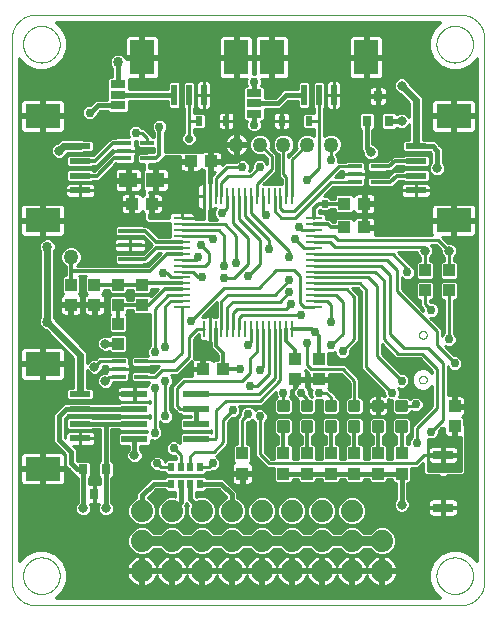
<source format=gtl>
G75*
%MOIN*%
%OFA0B0*%
%FSLAX25Y25*%
%IPPOS*%
%LPD*%
%AMOC8*
5,1,8,0,0,1.08239X$1,22.5*
%
%ADD10C,0.00000*%
%ADD11R,0.05800X0.01100*%
%ADD12R,0.01100X0.05800*%
%ADD13R,0.06000X0.05000*%
%ADD14R,0.04331X0.03937*%
%ADD15R,0.03937X0.04331*%
%ADD16R,0.07874X0.01575*%
%ADD17R,0.01969X0.07087*%
%ADD18R,0.08268X0.11811*%
%ADD19R,0.07087X0.01969*%
%ADD20R,0.11811X0.08268*%
%ADD21C,0.01181*%
%ADD22C,0.05000*%
%ADD23R,0.08700X0.02400*%
%ADD24C,0.07400*%
%ADD25R,0.04600X0.01400*%
%ADD26R,0.03150X0.03543*%
%ADD27R,0.02480X0.03268*%
%ADD28R,0.01969X0.03150*%
%ADD29R,0.05000X0.02500*%
%ADD30R,0.07087X0.03150*%
%ADD31C,0.01000*%
%ADD32C,0.03175*%
%ADD33C,0.02978*%
%ADD34C,0.02820*%
%ADD35C,0.03372*%
%ADD36C,0.02400*%
%ADD37C,0.01600*%
%ADD38C,0.01200*%
%ADD39C,0.03200*%
D10*
X0009374Y0017248D02*
X0009374Y0198350D01*
X0009376Y0198540D01*
X0009383Y0198730D01*
X0009395Y0198920D01*
X0009411Y0199110D01*
X0009431Y0199299D01*
X0009457Y0199488D01*
X0009486Y0199676D01*
X0009521Y0199863D01*
X0009560Y0200049D01*
X0009603Y0200234D01*
X0009651Y0200419D01*
X0009703Y0200602D01*
X0009759Y0200783D01*
X0009820Y0200963D01*
X0009886Y0201142D01*
X0009955Y0201319D01*
X0010029Y0201495D01*
X0010107Y0201668D01*
X0010190Y0201840D01*
X0010276Y0202009D01*
X0010366Y0202177D01*
X0010461Y0202342D01*
X0010559Y0202505D01*
X0010662Y0202665D01*
X0010768Y0202823D01*
X0010878Y0202978D01*
X0010991Y0203131D01*
X0011109Y0203281D01*
X0011230Y0203427D01*
X0011354Y0203571D01*
X0011482Y0203712D01*
X0011613Y0203850D01*
X0011748Y0203985D01*
X0011886Y0204116D01*
X0012027Y0204244D01*
X0012171Y0204368D01*
X0012317Y0204489D01*
X0012467Y0204607D01*
X0012620Y0204720D01*
X0012775Y0204830D01*
X0012933Y0204936D01*
X0013093Y0205039D01*
X0013256Y0205137D01*
X0013421Y0205232D01*
X0013589Y0205322D01*
X0013758Y0205408D01*
X0013930Y0205491D01*
X0014103Y0205569D01*
X0014279Y0205643D01*
X0014456Y0205712D01*
X0014635Y0205778D01*
X0014815Y0205839D01*
X0014996Y0205895D01*
X0015179Y0205947D01*
X0015364Y0205995D01*
X0015549Y0206038D01*
X0015735Y0206077D01*
X0015922Y0206112D01*
X0016110Y0206141D01*
X0016299Y0206167D01*
X0016488Y0206187D01*
X0016678Y0206203D01*
X0016868Y0206215D01*
X0017058Y0206222D01*
X0017248Y0206224D01*
X0158980Y0206224D01*
X0159170Y0206222D01*
X0159360Y0206215D01*
X0159550Y0206203D01*
X0159740Y0206187D01*
X0159929Y0206167D01*
X0160118Y0206141D01*
X0160306Y0206112D01*
X0160493Y0206077D01*
X0160679Y0206038D01*
X0160864Y0205995D01*
X0161049Y0205947D01*
X0161232Y0205895D01*
X0161413Y0205839D01*
X0161593Y0205778D01*
X0161772Y0205712D01*
X0161949Y0205643D01*
X0162125Y0205569D01*
X0162298Y0205491D01*
X0162470Y0205408D01*
X0162639Y0205322D01*
X0162807Y0205232D01*
X0162972Y0205137D01*
X0163135Y0205039D01*
X0163295Y0204936D01*
X0163453Y0204830D01*
X0163608Y0204720D01*
X0163761Y0204607D01*
X0163911Y0204489D01*
X0164057Y0204368D01*
X0164201Y0204244D01*
X0164342Y0204116D01*
X0164480Y0203985D01*
X0164615Y0203850D01*
X0164746Y0203712D01*
X0164874Y0203571D01*
X0164998Y0203427D01*
X0165119Y0203281D01*
X0165237Y0203131D01*
X0165350Y0202978D01*
X0165460Y0202823D01*
X0165566Y0202665D01*
X0165669Y0202505D01*
X0165767Y0202342D01*
X0165862Y0202177D01*
X0165952Y0202009D01*
X0166038Y0201840D01*
X0166121Y0201668D01*
X0166199Y0201495D01*
X0166273Y0201319D01*
X0166342Y0201142D01*
X0166408Y0200963D01*
X0166469Y0200783D01*
X0166525Y0200602D01*
X0166577Y0200419D01*
X0166625Y0200234D01*
X0166668Y0200049D01*
X0166707Y0199863D01*
X0166742Y0199676D01*
X0166771Y0199488D01*
X0166797Y0199299D01*
X0166817Y0199110D01*
X0166833Y0198920D01*
X0166845Y0198730D01*
X0166852Y0198540D01*
X0166854Y0198350D01*
X0166854Y0017248D01*
X0166852Y0017058D01*
X0166845Y0016868D01*
X0166833Y0016678D01*
X0166817Y0016488D01*
X0166797Y0016299D01*
X0166771Y0016110D01*
X0166742Y0015922D01*
X0166707Y0015735D01*
X0166668Y0015549D01*
X0166625Y0015364D01*
X0166577Y0015179D01*
X0166525Y0014996D01*
X0166469Y0014815D01*
X0166408Y0014635D01*
X0166342Y0014456D01*
X0166273Y0014279D01*
X0166199Y0014103D01*
X0166121Y0013930D01*
X0166038Y0013758D01*
X0165952Y0013589D01*
X0165862Y0013421D01*
X0165767Y0013256D01*
X0165669Y0013093D01*
X0165566Y0012933D01*
X0165460Y0012775D01*
X0165350Y0012620D01*
X0165237Y0012467D01*
X0165119Y0012317D01*
X0164998Y0012171D01*
X0164874Y0012027D01*
X0164746Y0011886D01*
X0164615Y0011748D01*
X0164480Y0011613D01*
X0164342Y0011482D01*
X0164201Y0011354D01*
X0164057Y0011230D01*
X0163911Y0011109D01*
X0163761Y0010991D01*
X0163608Y0010878D01*
X0163453Y0010768D01*
X0163295Y0010662D01*
X0163135Y0010559D01*
X0162972Y0010461D01*
X0162807Y0010366D01*
X0162639Y0010276D01*
X0162470Y0010190D01*
X0162298Y0010107D01*
X0162125Y0010029D01*
X0161949Y0009955D01*
X0161772Y0009886D01*
X0161593Y0009820D01*
X0161413Y0009759D01*
X0161232Y0009703D01*
X0161049Y0009651D01*
X0160864Y0009603D01*
X0160679Y0009560D01*
X0160493Y0009521D01*
X0160306Y0009486D01*
X0160118Y0009457D01*
X0159929Y0009431D01*
X0159740Y0009411D01*
X0159550Y0009395D01*
X0159360Y0009383D01*
X0159170Y0009376D01*
X0158980Y0009374D01*
X0017248Y0009374D01*
X0017058Y0009376D01*
X0016868Y0009383D01*
X0016678Y0009395D01*
X0016488Y0009411D01*
X0016299Y0009431D01*
X0016110Y0009457D01*
X0015922Y0009486D01*
X0015735Y0009521D01*
X0015549Y0009560D01*
X0015364Y0009603D01*
X0015179Y0009651D01*
X0014996Y0009703D01*
X0014815Y0009759D01*
X0014635Y0009820D01*
X0014456Y0009886D01*
X0014279Y0009955D01*
X0014103Y0010029D01*
X0013930Y0010107D01*
X0013758Y0010190D01*
X0013589Y0010276D01*
X0013421Y0010366D01*
X0013256Y0010461D01*
X0013093Y0010559D01*
X0012933Y0010662D01*
X0012775Y0010768D01*
X0012620Y0010878D01*
X0012467Y0010991D01*
X0012317Y0011109D01*
X0012171Y0011230D01*
X0012027Y0011354D01*
X0011886Y0011482D01*
X0011748Y0011613D01*
X0011613Y0011748D01*
X0011482Y0011886D01*
X0011354Y0012027D01*
X0011230Y0012171D01*
X0011109Y0012317D01*
X0010991Y0012467D01*
X0010878Y0012620D01*
X0010768Y0012775D01*
X0010662Y0012933D01*
X0010559Y0013093D01*
X0010461Y0013256D01*
X0010366Y0013421D01*
X0010276Y0013589D01*
X0010190Y0013758D01*
X0010107Y0013930D01*
X0010029Y0014103D01*
X0009955Y0014279D01*
X0009886Y0014456D01*
X0009820Y0014635D01*
X0009759Y0014815D01*
X0009703Y0014996D01*
X0009651Y0015179D01*
X0009603Y0015364D01*
X0009560Y0015549D01*
X0009521Y0015735D01*
X0009486Y0015922D01*
X0009457Y0016110D01*
X0009431Y0016299D01*
X0009411Y0016488D01*
X0009395Y0016678D01*
X0009383Y0016868D01*
X0009376Y0017058D01*
X0009374Y0017248D01*
X0013115Y0019217D02*
X0013117Y0019373D01*
X0013123Y0019529D01*
X0013133Y0019684D01*
X0013147Y0019839D01*
X0013165Y0019994D01*
X0013187Y0020148D01*
X0013212Y0020302D01*
X0013242Y0020455D01*
X0013276Y0020607D01*
X0013313Y0020759D01*
X0013354Y0020909D01*
X0013399Y0021058D01*
X0013448Y0021206D01*
X0013501Y0021353D01*
X0013557Y0021498D01*
X0013617Y0021642D01*
X0013681Y0021784D01*
X0013749Y0021925D01*
X0013820Y0022063D01*
X0013894Y0022200D01*
X0013972Y0022335D01*
X0014053Y0022468D01*
X0014138Y0022599D01*
X0014226Y0022728D01*
X0014317Y0022854D01*
X0014412Y0022978D01*
X0014509Y0023099D01*
X0014610Y0023218D01*
X0014714Y0023335D01*
X0014820Y0023448D01*
X0014930Y0023559D01*
X0015042Y0023667D01*
X0015157Y0023772D01*
X0015275Y0023875D01*
X0015395Y0023974D01*
X0015518Y0024070D01*
X0015643Y0024163D01*
X0015770Y0024252D01*
X0015900Y0024339D01*
X0016032Y0024422D01*
X0016166Y0024501D01*
X0016302Y0024578D01*
X0016440Y0024650D01*
X0016579Y0024720D01*
X0016721Y0024785D01*
X0016864Y0024847D01*
X0017008Y0024905D01*
X0017154Y0024960D01*
X0017302Y0025011D01*
X0017450Y0025058D01*
X0017600Y0025101D01*
X0017751Y0025140D01*
X0017903Y0025176D01*
X0018055Y0025207D01*
X0018209Y0025235D01*
X0018363Y0025259D01*
X0018517Y0025279D01*
X0018672Y0025295D01*
X0018828Y0025307D01*
X0018983Y0025315D01*
X0019139Y0025319D01*
X0019295Y0025319D01*
X0019451Y0025315D01*
X0019606Y0025307D01*
X0019762Y0025295D01*
X0019917Y0025279D01*
X0020071Y0025259D01*
X0020225Y0025235D01*
X0020379Y0025207D01*
X0020531Y0025176D01*
X0020683Y0025140D01*
X0020834Y0025101D01*
X0020984Y0025058D01*
X0021132Y0025011D01*
X0021280Y0024960D01*
X0021426Y0024905D01*
X0021570Y0024847D01*
X0021713Y0024785D01*
X0021855Y0024720D01*
X0021994Y0024650D01*
X0022132Y0024578D01*
X0022268Y0024501D01*
X0022402Y0024422D01*
X0022534Y0024339D01*
X0022664Y0024252D01*
X0022791Y0024163D01*
X0022916Y0024070D01*
X0023039Y0023974D01*
X0023159Y0023875D01*
X0023277Y0023772D01*
X0023392Y0023667D01*
X0023504Y0023559D01*
X0023614Y0023448D01*
X0023720Y0023335D01*
X0023824Y0023218D01*
X0023925Y0023099D01*
X0024022Y0022978D01*
X0024117Y0022854D01*
X0024208Y0022728D01*
X0024296Y0022599D01*
X0024381Y0022468D01*
X0024462Y0022335D01*
X0024540Y0022200D01*
X0024614Y0022063D01*
X0024685Y0021925D01*
X0024753Y0021784D01*
X0024817Y0021642D01*
X0024877Y0021498D01*
X0024933Y0021353D01*
X0024986Y0021206D01*
X0025035Y0021058D01*
X0025080Y0020909D01*
X0025121Y0020759D01*
X0025158Y0020607D01*
X0025192Y0020455D01*
X0025222Y0020302D01*
X0025247Y0020148D01*
X0025269Y0019994D01*
X0025287Y0019839D01*
X0025301Y0019684D01*
X0025311Y0019529D01*
X0025317Y0019373D01*
X0025319Y0019217D01*
X0025317Y0019061D01*
X0025311Y0018905D01*
X0025301Y0018750D01*
X0025287Y0018595D01*
X0025269Y0018440D01*
X0025247Y0018286D01*
X0025222Y0018132D01*
X0025192Y0017979D01*
X0025158Y0017827D01*
X0025121Y0017675D01*
X0025080Y0017525D01*
X0025035Y0017376D01*
X0024986Y0017228D01*
X0024933Y0017081D01*
X0024877Y0016936D01*
X0024817Y0016792D01*
X0024753Y0016650D01*
X0024685Y0016509D01*
X0024614Y0016371D01*
X0024540Y0016234D01*
X0024462Y0016099D01*
X0024381Y0015966D01*
X0024296Y0015835D01*
X0024208Y0015706D01*
X0024117Y0015580D01*
X0024022Y0015456D01*
X0023925Y0015335D01*
X0023824Y0015216D01*
X0023720Y0015099D01*
X0023614Y0014986D01*
X0023504Y0014875D01*
X0023392Y0014767D01*
X0023277Y0014662D01*
X0023159Y0014559D01*
X0023039Y0014460D01*
X0022916Y0014364D01*
X0022791Y0014271D01*
X0022664Y0014182D01*
X0022534Y0014095D01*
X0022402Y0014012D01*
X0022268Y0013933D01*
X0022132Y0013856D01*
X0021994Y0013784D01*
X0021855Y0013714D01*
X0021713Y0013649D01*
X0021570Y0013587D01*
X0021426Y0013529D01*
X0021280Y0013474D01*
X0021132Y0013423D01*
X0020984Y0013376D01*
X0020834Y0013333D01*
X0020683Y0013294D01*
X0020531Y0013258D01*
X0020379Y0013227D01*
X0020225Y0013199D01*
X0020071Y0013175D01*
X0019917Y0013155D01*
X0019762Y0013139D01*
X0019606Y0013127D01*
X0019451Y0013119D01*
X0019295Y0013115D01*
X0019139Y0013115D01*
X0018983Y0013119D01*
X0018828Y0013127D01*
X0018672Y0013139D01*
X0018517Y0013155D01*
X0018363Y0013175D01*
X0018209Y0013199D01*
X0018055Y0013227D01*
X0017903Y0013258D01*
X0017751Y0013294D01*
X0017600Y0013333D01*
X0017450Y0013376D01*
X0017302Y0013423D01*
X0017154Y0013474D01*
X0017008Y0013529D01*
X0016864Y0013587D01*
X0016721Y0013649D01*
X0016579Y0013714D01*
X0016440Y0013784D01*
X0016302Y0013856D01*
X0016166Y0013933D01*
X0016032Y0014012D01*
X0015900Y0014095D01*
X0015770Y0014182D01*
X0015643Y0014271D01*
X0015518Y0014364D01*
X0015395Y0014460D01*
X0015275Y0014559D01*
X0015157Y0014662D01*
X0015042Y0014767D01*
X0014930Y0014875D01*
X0014820Y0014986D01*
X0014714Y0015099D01*
X0014610Y0015216D01*
X0014509Y0015335D01*
X0014412Y0015456D01*
X0014317Y0015580D01*
X0014226Y0015706D01*
X0014138Y0015835D01*
X0014053Y0015966D01*
X0013972Y0016099D01*
X0013894Y0016234D01*
X0013820Y0016371D01*
X0013749Y0016509D01*
X0013681Y0016650D01*
X0013617Y0016792D01*
X0013557Y0016936D01*
X0013501Y0017081D01*
X0013448Y0017228D01*
X0013399Y0017376D01*
X0013354Y0017525D01*
X0013313Y0017675D01*
X0013276Y0017827D01*
X0013242Y0017979D01*
X0013212Y0018132D01*
X0013187Y0018286D01*
X0013165Y0018440D01*
X0013147Y0018595D01*
X0013133Y0018750D01*
X0013123Y0018905D01*
X0013117Y0019061D01*
X0013115Y0019217D01*
X0145102Y0084571D02*
X0145104Y0084642D01*
X0145110Y0084713D01*
X0145120Y0084784D01*
X0145134Y0084853D01*
X0145151Y0084922D01*
X0145173Y0084990D01*
X0145198Y0085057D01*
X0145227Y0085122D01*
X0145259Y0085185D01*
X0145295Y0085247D01*
X0145334Y0085306D01*
X0145377Y0085363D01*
X0145422Y0085418D01*
X0145471Y0085470D01*
X0145522Y0085519D01*
X0145576Y0085565D01*
X0145633Y0085609D01*
X0145691Y0085649D01*
X0145752Y0085685D01*
X0145815Y0085719D01*
X0145880Y0085748D01*
X0145946Y0085774D01*
X0146014Y0085797D01*
X0146082Y0085815D01*
X0146152Y0085830D01*
X0146222Y0085841D01*
X0146293Y0085848D01*
X0146364Y0085851D01*
X0146435Y0085850D01*
X0146506Y0085845D01*
X0146577Y0085836D01*
X0146647Y0085823D01*
X0146716Y0085807D01*
X0146784Y0085786D01*
X0146851Y0085762D01*
X0146917Y0085734D01*
X0146980Y0085702D01*
X0147042Y0085667D01*
X0147102Y0085629D01*
X0147160Y0085587D01*
X0147215Y0085543D01*
X0147268Y0085495D01*
X0147318Y0085444D01*
X0147365Y0085391D01*
X0147409Y0085335D01*
X0147450Y0085277D01*
X0147488Y0085216D01*
X0147522Y0085154D01*
X0147552Y0085089D01*
X0147579Y0085024D01*
X0147603Y0084956D01*
X0147622Y0084888D01*
X0147638Y0084819D01*
X0147650Y0084748D01*
X0147658Y0084678D01*
X0147662Y0084607D01*
X0147662Y0084535D01*
X0147658Y0084464D01*
X0147650Y0084394D01*
X0147638Y0084323D01*
X0147622Y0084254D01*
X0147603Y0084186D01*
X0147579Y0084118D01*
X0147552Y0084053D01*
X0147522Y0083988D01*
X0147488Y0083926D01*
X0147450Y0083865D01*
X0147409Y0083807D01*
X0147365Y0083751D01*
X0147318Y0083698D01*
X0147268Y0083647D01*
X0147215Y0083599D01*
X0147160Y0083555D01*
X0147102Y0083513D01*
X0147042Y0083475D01*
X0146980Y0083440D01*
X0146917Y0083408D01*
X0146851Y0083380D01*
X0146784Y0083356D01*
X0146716Y0083335D01*
X0146647Y0083319D01*
X0146577Y0083306D01*
X0146506Y0083297D01*
X0146435Y0083292D01*
X0146364Y0083291D01*
X0146293Y0083294D01*
X0146222Y0083301D01*
X0146152Y0083312D01*
X0146082Y0083327D01*
X0146014Y0083345D01*
X0145946Y0083368D01*
X0145880Y0083394D01*
X0145815Y0083423D01*
X0145752Y0083457D01*
X0145691Y0083493D01*
X0145633Y0083533D01*
X0145576Y0083577D01*
X0145522Y0083623D01*
X0145471Y0083672D01*
X0145422Y0083724D01*
X0145377Y0083779D01*
X0145334Y0083836D01*
X0145295Y0083895D01*
X0145259Y0083957D01*
X0145227Y0084020D01*
X0145198Y0084085D01*
X0145173Y0084152D01*
X0145151Y0084220D01*
X0145134Y0084289D01*
X0145120Y0084358D01*
X0145110Y0084429D01*
X0145104Y0084500D01*
X0145102Y0084571D01*
X0145102Y0099531D02*
X0145104Y0099602D01*
X0145110Y0099673D01*
X0145120Y0099744D01*
X0145134Y0099813D01*
X0145151Y0099882D01*
X0145173Y0099950D01*
X0145198Y0100017D01*
X0145227Y0100082D01*
X0145259Y0100145D01*
X0145295Y0100207D01*
X0145334Y0100266D01*
X0145377Y0100323D01*
X0145422Y0100378D01*
X0145471Y0100430D01*
X0145522Y0100479D01*
X0145576Y0100525D01*
X0145633Y0100569D01*
X0145691Y0100609D01*
X0145752Y0100645D01*
X0145815Y0100679D01*
X0145880Y0100708D01*
X0145946Y0100734D01*
X0146014Y0100757D01*
X0146082Y0100775D01*
X0146152Y0100790D01*
X0146222Y0100801D01*
X0146293Y0100808D01*
X0146364Y0100811D01*
X0146435Y0100810D01*
X0146506Y0100805D01*
X0146577Y0100796D01*
X0146647Y0100783D01*
X0146716Y0100767D01*
X0146784Y0100746D01*
X0146851Y0100722D01*
X0146917Y0100694D01*
X0146980Y0100662D01*
X0147042Y0100627D01*
X0147102Y0100589D01*
X0147160Y0100547D01*
X0147215Y0100503D01*
X0147268Y0100455D01*
X0147318Y0100404D01*
X0147365Y0100351D01*
X0147409Y0100295D01*
X0147450Y0100237D01*
X0147488Y0100176D01*
X0147522Y0100114D01*
X0147552Y0100049D01*
X0147579Y0099984D01*
X0147603Y0099916D01*
X0147622Y0099848D01*
X0147638Y0099779D01*
X0147650Y0099708D01*
X0147658Y0099638D01*
X0147662Y0099567D01*
X0147662Y0099495D01*
X0147658Y0099424D01*
X0147650Y0099354D01*
X0147638Y0099283D01*
X0147622Y0099214D01*
X0147603Y0099146D01*
X0147579Y0099078D01*
X0147552Y0099013D01*
X0147522Y0098948D01*
X0147488Y0098886D01*
X0147450Y0098825D01*
X0147409Y0098767D01*
X0147365Y0098711D01*
X0147318Y0098658D01*
X0147268Y0098607D01*
X0147215Y0098559D01*
X0147160Y0098515D01*
X0147102Y0098473D01*
X0147042Y0098435D01*
X0146980Y0098400D01*
X0146917Y0098368D01*
X0146851Y0098340D01*
X0146784Y0098316D01*
X0146716Y0098295D01*
X0146647Y0098279D01*
X0146577Y0098266D01*
X0146506Y0098257D01*
X0146435Y0098252D01*
X0146364Y0098251D01*
X0146293Y0098254D01*
X0146222Y0098261D01*
X0146152Y0098272D01*
X0146082Y0098287D01*
X0146014Y0098305D01*
X0145946Y0098328D01*
X0145880Y0098354D01*
X0145815Y0098383D01*
X0145752Y0098417D01*
X0145691Y0098453D01*
X0145633Y0098493D01*
X0145576Y0098537D01*
X0145522Y0098583D01*
X0145471Y0098632D01*
X0145422Y0098684D01*
X0145377Y0098739D01*
X0145334Y0098796D01*
X0145295Y0098855D01*
X0145259Y0098917D01*
X0145227Y0098980D01*
X0145198Y0099045D01*
X0145173Y0099112D01*
X0145151Y0099180D01*
X0145134Y0099249D01*
X0145120Y0099318D01*
X0145110Y0099389D01*
X0145104Y0099460D01*
X0145102Y0099531D01*
X0150910Y0019217D02*
X0150912Y0019373D01*
X0150918Y0019529D01*
X0150928Y0019684D01*
X0150942Y0019839D01*
X0150960Y0019994D01*
X0150982Y0020148D01*
X0151007Y0020302D01*
X0151037Y0020455D01*
X0151071Y0020607D01*
X0151108Y0020759D01*
X0151149Y0020909D01*
X0151194Y0021058D01*
X0151243Y0021206D01*
X0151296Y0021353D01*
X0151352Y0021498D01*
X0151412Y0021642D01*
X0151476Y0021784D01*
X0151544Y0021925D01*
X0151615Y0022063D01*
X0151689Y0022200D01*
X0151767Y0022335D01*
X0151848Y0022468D01*
X0151933Y0022599D01*
X0152021Y0022728D01*
X0152112Y0022854D01*
X0152207Y0022978D01*
X0152304Y0023099D01*
X0152405Y0023218D01*
X0152509Y0023335D01*
X0152615Y0023448D01*
X0152725Y0023559D01*
X0152837Y0023667D01*
X0152952Y0023772D01*
X0153070Y0023875D01*
X0153190Y0023974D01*
X0153313Y0024070D01*
X0153438Y0024163D01*
X0153565Y0024252D01*
X0153695Y0024339D01*
X0153827Y0024422D01*
X0153961Y0024501D01*
X0154097Y0024578D01*
X0154235Y0024650D01*
X0154374Y0024720D01*
X0154516Y0024785D01*
X0154659Y0024847D01*
X0154803Y0024905D01*
X0154949Y0024960D01*
X0155097Y0025011D01*
X0155245Y0025058D01*
X0155395Y0025101D01*
X0155546Y0025140D01*
X0155698Y0025176D01*
X0155850Y0025207D01*
X0156004Y0025235D01*
X0156158Y0025259D01*
X0156312Y0025279D01*
X0156467Y0025295D01*
X0156623Y0025307D01*
X0156778Y0025315D01*
X0156934Y0025319D01*
X0157090Y0025319D01*
X0157246Y0025315D01*
X0157401Y0025307D01*
X0157557Y0025295D01*
X0157712Y0025279D01*
X0157866Y0025259D01*
X0158020Y0025235D01*
X0158174Y0025207D01*
X0158326Y0025176D01*
X0158478Y0025140D01*
X0158629Y0025101D01*
X0158779Y0025058D01*
X0158927Y0025011D01*
X0159075Y0024960D01*
X0159221Y0024905D01*
X0159365Y0024847D01*
X0159508Y0024785D01*
X0159650Y0024720D01*
X0159789Y0024650D01*
X0159927Y0024578D01*
X0160063Y0024501D01*
X0160197Y0024422D01*
X0160329Y0024339D01*
X0160459Y0024252D01*
X0160586Y0024163D01*
X0160711Y0024070D01*
X0160834Y0023974D01*
X0160954Y0023875D01*
X0161072Y0023772D01*
X0161187Y0023667D01*
X0161299Y0023559D01*
X0161409Y0023448D01*
X0161515Y0023335D01*
X0161619Y0023218D01*
X0161720Y0023099D01*
X0161817Y0022978D01*
X0161912Y0022854D01*
X0162003Y0022728D01*
X0162091Y0022599D01*
X0162176Y0022468D01*
X0162257Y0022335D01*
X0162335Y0022200D01*
X0162409Y0022063D01*
X0162480Y0021925D01*
X0162548Y0021784D01*
X0162612Y0021642D01*
X0162672Y0021498D01*
X0162728Y0021353D01*
X0162781Y0021206D01*
X0162830Y0021058D01*
X0162875Y0020909D01*
X0162916Y0020759D01*
X0162953Y0020607D01*
X0162987Y0020455D01*
X0163017Y0020302D01*
X0163042Y0020148D01*
X0163064Y0019994D01*
X0163082Y0019839D01*
X0163096Y0019684D01*
X0163106Y0019529D01*
X0163112Y0019373D01*
X0163114Y0019217D01*
X0163112Y0019061D01*
X0163106Y0018905D01*
X0163096Y0018750D01*
X0163082Y0018595D01*
X0163064Y0018440D01*
X0163042Y0018286D01*
X0163017Y0018132D01*
X0162987Y0017979D01*
X0162953Y0017827D01*
X0162916Y0017675D01*
X0162875Y0017525D01*
X0162830Y0017376D01*
X0162781Y0017228D01*
X0162728Y0017081D01*
X0162672Y0016936D01*
X0162612Y0016792D01*
X0162548Y0016650D01*
X0162480Y0016509D01*
X0162409Y0016371D01*
X0162335Y0016234D01*
X0162257Y0016099D01*
X0162176Y0015966D01*
X0162091Y0015835D01*
X0162003Y0015706D01*
X0161912Y0015580D01*
X0161817Y0015456D01*
X0161720Y0015335D01*
X0161619Y0015216D01*
X0161515Y0015099D01*
X0161409Y0014986D01*
X0161299Y0014875D01*
X0161187Y0014767D01*
X0161072Y0014662D01*
X0160954Y0014559D01*
X0160834Y0014460D01*
X0160711Y0014364D01*
X0160586Y0014271D01*
X0160459Y0014182D01*
X0160329Y0014095D01*
X0160197Y0014012D01*
X0160063Y0013933D01*
X0159927Y0013856D01*
X0159789Y0013784D01*
X0159650Y0013714D01*
X0159508Y0013649D01*
X0159365Y0013587D01*
X0159221Y0013529D01*
X0159075Y0013474D01*
X0158927Y0013423D01*
X0158779Y0013376D01*
X0158629Y0013333D01*
X0158478Y0013294D01*
X0158326Y0013258D01*
X0158174Y0013227D01*
X0158020Y0013199D01*
X0157866Y0013175D01*
X0157712Y0013155D01*
X0157557Y0013139D01*
X0157401Y0013127D01*
X0157246Y0013119D01*
X0157090Y0013115D01*
X0156934Y0013115D01*
X0156778Y0013119D01*
X0156623Y0013127D01*
X0156467Y0013139D01*
X0156312Y0013155D01*
X0156158Y0013175D01*
X0156004Y0013199D01*
X0155850Y0013227D01*
X0155698Y0013258D01*
X0155546Y0013294D01*
X0155395Y0013333D01*
X0155245Y0013376D01*
X0155097Y0013423D01*
X0154949Y0013474D01*
X0154803Y0013529D01*
X0154659Y0013587D01*
X0154516Y0013649D01*
X0154374Y0013714D01*
X0154235Y0013784D01*
X0154097Y0013856D01*
X0153961Y0013933D01*
X0153827Y0014012D01*
X0153695Y0014095D01*
X0153565Y0014182D01*
X0153438Y0014271D01*
X0153313Y0014364D01*
X0153190Y0014460D01*
X0153070Y0014559D01*
X0152952Y0014662D01*
X0152837Y0014767D01*
X0152725Y0014875D01*
X0152615Y0014986D01*
X0152509Y0015099D01*
X0152405Y0015216D01*
X0152304Y0015335D01*
X0152207Y0015456D01*
X0152112Y0015580D01*
X0152021Y0015706D01*
X0151933Y0015835D01*
X0151848Y0015966D01*
X0151767Y0016099D01*
X0151689Y0016234D01*
X0151615Y0016371D01*
X0151544Y0016509D01*
X0151476Y0016650D01*
X0151412Y0016792D01*
X0151352Y0016936D01*
X0151296Y0017081D01*
X0151243Y0017228D01*
X0151194Y0017376D01*
X0151149Y0017525D01*
X0151108Y0017675D01*
X0151071Y0017827D01*
X0151037Y0017979D01*
X0151007Y0018132D01*
X0150982Y0018286D01*
X0150960Y0018440D01*
X0150942Y0018595D01*
X0150928Y0018750D01*
X0150918Y0018905D01*
X0150912Y0019061D01*
X0150910Y0019217D01*
X0150910Y0196382D02*
X0150912Y0196538D01*
X0150918Y0196694D01*
X0150928Y0196849D01*
X0150942Y0197004D01*
X0150960Y0197159D01*
X0150982Y0197313D01*
X0151007Y0197467D01*
X0151037Y0197620D01*
X0151071Y0197772D01*
X0151108Y0197924D01*
X0151149Y0198074D01*
X0151194Y0198223D01*
X0151243Y0198371D01*
X0151296Y0198518D01*
X0151352Y0198663D01*
X0151412Y0198807D01*
X0151476Y0198949D01*
X0151544Y0199090D01*
X0151615Y0199228D01*
X0151689Y0199365D01*
X0151767Y0199500D01*
X0151848Y0199633D01*
X0151933Y0199764D01*
X0152021Y0199893D01*
X0152112Y0200019D01*
X0152207Y0200143D01*
X0152304Y0200264D01*
X0152405Y0200383D01*
X0152509Y0200500D01*
X0152615Y0200613D01*
X0152725Y0200724D01*
X0152837Y0200832D01*
X0152952Y0200937D01*
X0153070Y0201040D01*
X0153190Y0201139D01*
X0153313Y0201235D01*
X0153438Y0201328D01*
X0153565Y0201417D01*
X0153695Y0201504D01*
X0153827Y0201587D01*
X0153961Y0201666D01*
X0154097Y0201743D01*
X0154235Y0201815D01*
X0154374Y0201885D01*
X0154516Y0201950D01*
X0154659Y0202012D01*
X0154803Y0202070D01*
X0154949Y0202125D01*
X0155097Y0202176D01*
X0155245Y0202223D01*
X0155395Y0202266D01*
X0155546Y0202305D01*
X0155698Y0202341D01*
X0155850Y0202372D01*
X0156004Y0202400D01*
X0156158Y0202424D01*
X0156312Y0202444D01*
X0156467Y0202460D01*
X0156623Y0202472D01*
X0156778Y0202480D01*
X0156934Y0202484D01*
X0157090Y0202484D01*
X0157246Y0202480D01*
X0157401Y0202472D01*
X0157557Y0202460D01*
X0157712Y0202444D01*
X0157866Y0202424D01*
X0158020Y0202400D01*
X0158174Y0202372D01*
X0158326Y0202341D01*
X0158478Y0202305D01*
X0158629Y0202266D01*
X0158779Y0202223D01*
X0158927Y0202176D01*
X0159075Y0202125D01*
X0159221Y0202070D01*
X0159365Y0202012D01*
X0159508Y0201950D01*
X0159650Y0201885D01*
X0159789Y0201815D01*
X0159927Y0201743D01*
X0160063Y0201666D01*
X0160197Y0201587D01*
X0160329Y0201504D01*
X0160459Y0201417D01*
X0160586Y0201328D01*
X0160711Y0201235D01*
X0160834Y0201139D01*
X0160954Y0201040D01*
X0161072Y0200937D01*
X0161187Y0200832D01*
X0161299Y0200724D01*
X0161409Y0200613D01*
X0161515Y0200500D01*
X0161619Y0200383D01*
X0161720Y0200264D01*
X0161817Y0200143D01*
X0161912Y0200019D01*
X0162003Y0199893D01*
X0162091Y0199764D01*
X0162176Y0199633D01*
X0162257Y0199500D01*
X0162335Y0199365D01*
X0162409Y0199228D01*
X0162480Y0199090D01*
X0162548Y0198949D01*
X0162612Y0198807D01*
X0162672Y0198663D01*
X0162728Y0198518D01*
X0162781Y0198371D01*
X0162830Y0198223D01*
X0162875Y0198074D01*
X0162916Y0197924D01*
X0162953Y0197772D01*
X0162987Y0197620D01*
X0163017Y0197467D01*
X0163042Y0197313D01*
X0163064Y0197159D01*
X0163082Y0197004D01*
X0163096Y0196849D01*
X0163106Y0196694D01*
X0163112Y0196538D01*
X0163114Y0196382D01*
X0163112Y0196226D01*
X0163106Y0196070D01*
X0163096Y0195915D01*
X0163082Y0195760D01*
X0163064Y0195605D01*
X0163042Y0195451D01*
X0163017Y0195297D01*
X0162987Y0195144D01*
X0162953Y0194992D01*
X0162916Y0194840D01*
X0162875Y0194690D01*
X0162830Y0194541D01*
X0162781Y0194393D01*
X0162728Y0194246D01*
X0162672Y0194101D01*
X0162612Y0193957D01*
X0162548Y0193815D01*
X0162480Y0193674D01*
X0162409Y0193536D01*
X0162335Y0193399D01*
X0162257Y0193264D01*
X0162176Y0193131D01*
X0162091Y0193000D01*
X0162003Y0192871D01*
X0161912Y0192745D01*
X0161817Y0192621D01*
X0161720Y0192500D01*
X0161619Y0192381D01*
X0161515Y0192264D01*
X0161409Y0192151D01*
X0161299Y0192040D01*
X0161187Y0191932D01*
X0161072Y0191827D01*
X0160954Y0191724D01*
X0160834Y0191625D01*
X0160711Y0191529D01*
X0160586Y0191436D01*
X0160459Y0191347D01*
X0160329Y0191260D01*
X0160197Y0191177D01*
X0160063Y0191098D01*
X0159927Y0191021D01*
X0159789Y0190949D01*
X0159650Y0190879D01*
X0159508Y0190814D01*
X0159365Y0190752D01*
X0159221Y0190694D01*
X0159075Y0190639D01*
X0158927Y0190588D01*
X0158779Y0190541D01*
X0158629Y0190498D01*
X0158478Y0190459D01*
X0158326Y0190423D01*
X0158174Y0190392D01*
X0158020Y0190364D01*
X0157866Y0190340D01*
X0157712Y0190320D01*
X0157557Y0190304D01*
X0157401Y0190292D01*
X0157246Y0190284D01*
X0157090Y0190280D01*
X0156934Y0190280D01*
X0156778Y0190284D01*
X0156623Y0190292D01*
X0156467Y0190304D01*
X0156312Y0190320D01*
X0156158Y0190340D01*
X0156004Y0190364D01*
X0155850Y0190392D01*
X0155698Y0190423D01*
X0155546Y0190459D01*
X0155395Y0190498D01*
X0155245Y0190541D01*
X0155097Y0190588D01*
X0154949Y0190639D01*
X0154803Y0190694D01*
X0154659Y0190752D01*
X0154516Y0190814D01*
X0154374Y0190879D01*
X0154235Y0190949D01*
X0154097Y0191021D01*
X0153961Y0191098D01*
X0153827Y0191177D01*
X0153695Y0191260D01*
X0153565Y0191347D01*
X0153438Y0191436D01*
X0153313Y0191529D01*
X0153190Y0191625D01*
X0153070Y0191724D01*
X0152952Y0191827D01*
X0152837Y0191932D01*
X0152725Y0192040D01*
X0152615Y0192151D01*
X0152509Y0192264D01*
X0152405Y0192381D01*
X0152304Y0192500D01*
X0152207Y0192621D01*
X0152112Y0192745D01*
X0152021Y0192871D01*
X0151933Y0193000D01*
X0151848Y0193131D01*
X0151767Y0193264D01*
X0151689Y0193399D01*
X0151615Y0193536D01*
X0151544Y0193674D01*
X0151476Y0193815D01*
X0151412Y0193957D01*
X0151352Y0194101D01*
X0151296Y0194246D01*
X0151243Y0194393D01*
X0151194Y0194541D01*
X0151149Y0194690D01*
X0151108Y0194840D01*
X0151071Y0194992D01*
X0151037Y0195144D01*
X0151007Y0195297D01*
X0150982Y0195451D01*
X0150960Y0195605D01*
X0150942Y0195760D01*
X0150928Y0195915D01*
X0150918Y0196070D01*
X0150912Y0196226D01*
X0150910Y0196382D01*
X0013115Y0196382D02*
X0013117Y0196538D01*
X0013123Y0196694D01*
X0013133Y0196849D01*
X0013147Y0197004D01*
X0013165Y0197159D01*
X0013187Y0197313D01*
X0013212Y0197467D01*
X0013242Y0197620D01*
X0013276Y0197772D01*
X0013313Y0197924D01*
X0013354Y0198074D01*
X0013399Y0198223D01*
X0013448Y0198371D01*
X0013501Y0198518D01*
X0013557Y0198663D01*
X0013617Y0198807D01*
X0013681Y0198949D01*
X0013749Y0199090D01*
X0013820Y0199228D01*
X0013894Y0199365D01*
X0013972Y0199500D01*
X0014053Y0199633D01*
X0014138Y0199764D01*
X0014226Y0199893D01*
X0014317Y0200019D01*
X0014412Y0200143D01*
X0014509Y0200264D01*
X0014610Y0200383D01*
X0014714Y0200500D01*
X0014820Y0200613D01*
X0014930Y0200724D01*
X0015042Y0200832D01*
X0015157Y0200937D01*
X0015275Y0201040D01*
X0015395Y0201139D01*
X0015518Y0201235D01*
X0015643Y0201328D01*
X0015770Y0201417D01*
X0015900Y0201504D01*
X0016032Y0201587D01*
X0016166Y0201666D01*
X0016302Y0201743D01*
X0016440Y0201815D01*
X0016579Y0201885D01*
X0016721Y0201950D01*
X0016864Y0202012D01*
X0017008Y0202070D01*
X0017154Y0202125D01*
X0017302Y0202176D01*
X0017450Y0202223D01*
X0017600Y0202266D01*
X0017751Y0202305D01*
X0017903Y0202341D01*
X0018055Y0202372D01*
X0018209Y0202400D01*
X0018363Y0202424D01*
X0018517Y0202444D01*
X0018672Y0202460D01*
X0018828Y0202472D01*
X0018983Y0202480D01*
X0019139Y0202484D01*
X0019295Y0202484D01*
X0019451Y0202480D01*
X0019606Y0202472D01*
X0019762Y0202460D01*
X0019917Y0202444D01*
X0020071Y0202424D01*
X0020225Y0202400D01*
X0020379Y0202372D01*
X0020531Y0202341D01*
X0020683Y0202305D01*
X0020834Y0202266D01*
X0020984Y0202223D01*
X0021132Y0202176D01*
X0021280Y0202125D01*
X0021426Y0202070D01*
X0021570Y0202012D01*
X0021713Y0201950D01*
X0021855Y0201885D01*
X0021994Y0201815D01*
X0022132Y0201743D01*
X0022268Y0201666D01*
X0022402Y0201587D01*
X0022534Y0201504D01*
X0022664Y0201417D01*
X0022791Y0201328D01*
X0022916Y0201235D01*
X0023039Y0201139D01*
X0023159Y0201040D01*
X0023277Y0200937D01*
X0023392Y0200832D01*
X0023504Y0200724D01*
X0023614Y0200613D01*
X0023720Y0200500D01*
X0023824Y0200383D01*
X0023925Y0200264D01*
X0024022Y0200143D01*
X0024117Y0200019D01*
X0024208Y0199893D01*
X0024296Y0199764D01*
X0024381Y0199633D01*
X0024462Y0199500D01*
X0024540Y0199365D01*
X0024614Y0199228D01*
X0024685Y0199090D01*
X0024753Y0198949D01*
X0024817Y0198807D01*
X0024877Y0198663D01*
X0024933Y0198518D01*
X0024986Y0198371D01*
X0025035Y0198223D01*
X0025080Y0198074D01*
X0025121Y0197924D01*
X0025158Y0197772D01*
X0025192Y0197620D01*
X0025222Y0197467D01*
X0025247Y0197313D01*
X0025269Y0197159D01*
X0025287Y0197004D01*
X0025301Y0196849D01*
X0025311Y0196694D01*
X0025317Y0196538D01*
X0025319Y0196382D01*
X0025317Y0196226D01*
X0025311Y0196070D01*
X0025301Y0195915D01*
X0025287Y0195760D01*
X0025269Y0195605D01*
X0025247Y0195451D01*
X0025222Y0195297D01*
X0025192Y0195144D01*
X0025158Y0194992D01*
X0025121Y0194840D01*
X0025080Y0194690D01*
X0025035Y0194541D01*
X0024986Y0194393D01*
X0024933Y0194246D01*
X0024877Y0194101D01*
X0024817Y0193957D01*
X0024753Y0193815D01*
X0024685Y0193674D01*
X0024614Y0193536D01*
X0024540Y0193399D01*
X0024462Y0193264D01*
X0024381Y0193131D01*
X0024296Y0193000D01*
X0024208Y0192871D01*
X0024117Y0192745D01*
X0024022Y0192621D01*
X0023925Y0192500D01*
X0023824Y0192381D01*
X0023720Y0192264D01*
X0023614Y0192151D01*
X0023504Y0192040D01*
X0023392Y0191932D01*
X0023277Y0191827D01*
X0023159Y0191724D01*
X0023039Y0191625D01*
X0022916Y0191529D01*
X0022791Y0191436D01*
X0022664Y0191347D01*
X0022534Y0191260D01*
X0022402Y0191177D01*
X0022268Y0191098D01*
X0022132Y0191021D01*
X0021994Y0190949D01*
X0021855Y0190879D01*
X0021713Y0190814D01*
X0021570Y0190752D01*
X0021426Y0190694D01*
X0021280Y0190639D01*
X0021132Y0190588D01*
X0020984Y0190541D01*
X0020834Y0190498D01*
X0020683Y0190459D01*
X0020531Y0190423D01*
X0020379Y0190392D01*
X0020225Y0190364D01*
X0020071Y0190340D01*
X0019917Y0190320D01*
X0019762Y0190304D01*
X0019606Y0190292D01*
X0019451Y0190284D01*
X0019295Y0190280D01*
X0019139Y0190280D01*
X0018983Y0190284D01*
X0018828Y0190292D01*
X0018672Y0190304D01*
X0018517Y0190320D01*
X0018363Y0190340D01*
X0018209Y0190364D01*
X0018055Y0190392D01*
X0017903Y0190423D01*
X0017751Y0190459D01*
X0017600Y0190498D01*
X0017450Y0190541D01*
X0017302Y0190588D01*
X0017154Y0190639D01*
X0017008Y0190694D01*
X0016864Y0190752D01*
X0016721Y0190814D01*
X0016579Y0190879D01*
X0016440Y0190949D01*
X0016302Y0191021D01*
X0016166Y0191098D01*
X0016032Y0191177D01*
X0015900Y0191260D01*
X0015770Y0191347D01*
X0015643Y0191436D01*
X0015518Y0191529D01*
X0015395Y0191625D01*
X0015275Y0191724D01*
X0015157Y0191827D01*
X0015042Y0191932D01*
X0014930Y0192040D01*
X0014820Y0192151D01*
X0014714Y0192264D01*
X0014610Y0192381D01*
X0014509Y0192500D01*
X0014412Y0192621D01*
X0014317Y0192745D01*
X0014226Y0192871D01*
X0014138Y0193000D01*
X0014053Y0193131D01*
X0013972Y0193264D01*
X0013894Y0193399D01*
X0013820Y0193536D01*
X0013749Y0193674D01*
X0013681Y0193815D01*
X0013617Y0193957D01*
X0013557Y0194101D01*
X0013501Y0194246D01*
X0013448Y0194393D01*
X0013399Y0194541D01*
X0013354Y0194690D01*
X0013313Y0194840D01*
X0013276Y0194992D01*
X0013242Y0195144D01*
X0013212Y0195297D01*
X0013187Y0195451D01*
X0013165Y0195605D01*
X0013147Y0195760D01*
X0013133Y0195915D01*
X0013123Y0196070D01*
X0013117Y0196226D01*
X0013115Y0196382D01*
D11*
X0066014Y0138347D03*
X0066014Y0136347D03*
X0066014Y0134347D03*
X0066014Y0132447D03*
X0066014Y0130447D03*
X0066014Y0128447D03*
X0066014Y0126547D03*
X0066014Y0124547D03*
X0066014Y0122547D03*
X0066014Y0120547D03*
X0066014Y0118647D03*
X0066014Y0116647D03*
X0066014Y0114647D03*
X0066014Y0112747D03*
X0066014Y0110747D03*
X0066014Y0108747D03*
X0110214Y0108747D03*
X0110214Y0110747D03*
X0110214Y0112747D03*
X0110214Y0114647D03*
X0110214Y0116647D03*
X0110214Y0118647D03*
X0110214Y0120547D03*
X0110214Y0122547D03*
X0110214Y0124547D03*
X0110214Y0126547D03*
X0110214Y0128447D03*
X0110214Y0130447D03*
X0110214Y0132447D03*
X0110214Y0134347D03*
X0110214Y0136347D03*
X0110214Y0138347D03*
D12*
X0102914Y0145647D03*
X0100914Y0145647D03*
X0098914Y0145647D03*
X0097014Y0145647D03*
X0095014Y0145647D03*
X0093014Y0145647D03*
X0091114Y0145647D03*
X0089114Y0145647D03*
X0087114Y0145647D03*
X0085114Y0145647D03*
X0083214Y0145647D03*
X0081214Y0145647D03*
X0079214Y0145647D03*
X0077314Y0145647D03*
X0075314Y0145647D03*
X0073314Y0145647D03*
X0073314Y0101447D03*
X0075314Y0101447D03*
X0077314Y0101447D03*
X0079214Y0101447D03*
X0081214Y0101447D03*
X0083214Y0101447D03*
X0085114Y0101447D03*
X0087114Y0101447D03*
X0089114Y0101447D03*
X0091114Y0101447D03*
X0093014Y0101447D03*
X0095014Y0101447D03*
X0097014Y0101447D03*
X0098914Y0101447D03*
X0100914Y0101447D03*
X0102914Y0101447D03*
D13*
X0057181Y0151106D03*
X0048181Y0151106D03*
D14*
X0049335Y0143232D03*
X0056028Y0143232D03*
X0069020Y0157406D03*
X0075713Y0157406D03*
X0120201Y0143232D03*
X0126894Y0143232D03*
X0126894Y0135358D03*
X0120201Y0135358D03*
X0079650Y0088114D03*
X0072957Y0088114D03*
D15*
X0052681Y0109571D03*
X0052681Y0116264D03*
X0044807Y0116264D03*
X0044807Y0109571D03*
X0044807Y0103272D03*
X0044807Y0096579D03*
X0036933Y0109571D03*
X0036933Y0116264D03*
X0029059Y0116264D03*
X0029059Y0109571D03*
X0086146Y0059965D03*
X0086146Y0053272D03*
X0099925Y0053272D03*
X0099925Y0059965D03*
X0107799Y0059965D03*
X0107799Y0053272D03*
X0115673Y0053272D03*
X0115673Y0059965D03*
X0123547Y0059965D03*
X0123547Y0053272D03*
X0131421Y0053272D03*
X0131421Y0059965D03*
X0139295Y0059965D03*
X0139295Y0053272D03*
X0157012Y0069020D03*
X0157012Y0075713D03*
X0155043Y0114295D03*
X0155043Y0120988D03*
X0147169Y0120988D03*
X0147169Y0114295D03*
X0111736Y0091461D03*
X0111736Y0084768D03*
X0103862Y0084768D03*
X0103862Y0091461D03*
D16*
X0048744Y0124728D03*
X0048744Y0129453D03*
X0048744Y0134177D03*
D17*
X0063508Y0179453D03*
X0068429Y0179453D03*
X0073350Y0179453D03*
X0106815Y0179453D03*
X0111736Y0179453D03*
X0116657Y0179453D03*
D18*
X0127484Y0192051D03*
X0095988Y0192051D03*
X0084177Y0192051D03*
X0052681Y0192051D03*
D19*
X0032209Y0162425D03*
X0032209Y0157504D03*
X0032209Y0152583D03*
X0032209Y0147661D03*
X0032209Y0079748D03*
X0032209Y0074827D03*
X0032209Y0069906D03*
X0032209Y0064984D03*
X0144020Y0147661D03*
X0144020Y0152583D03*
X0144020Y0157504D03*
X0144020Y0162425D03*
D20*
X0156618Y0172465D03*
X0156618Y0137622D03*
X0019610Y0137622D03*
X0019610Y0172465D03*
X0019610Y0089787D03*
X0019610Y0054945D03*
D21*
X0098547Y0067535D02*
X0101303Y0067535D01*
X0098547Y0067535D02*
X0098547Y0070291D01*
X0101303Y0070291D01*
X0101303Y0067535D01*
X0101303Y0068715D02*
X0098547Y0068715D01*
X0098547Y0069895D02*
X0101303Y0069895D01*
X0101303Y0074441D02*
X0098547Y0074441D01*
X0098547Y0077197D01*
X0101303Y0077197D01*
X0101303Y0074441D01*
X0101303Y0075621D02*
X0098547Y0075621D01*
X0098547Y0076801D02*
X0101303Y0076801D01*
X0106421Y0074441D02*
X0109177Y0074441D01*
X0106421Y0074441D02*
X0106421Y0077197D01*
X0109177Y0077197D01*
X0109177Y0074441D01*
X0109177Y0075621D02*
X0106421Y0075621D01*
X0106421Y0076801D02*
X0109177Y0076801D01*
X0114295Y0074441D02*
X0117051Y0074441D01*
X0114295Y0074441D02*
X0114295Y0077197D01*
X0117051Y0077197D01*
X0117051Y0074441D01*
X0117051Y0075621D02*
X0114295Y0075621D01*
X0114295Y0076801D02*
X0117051Y0076801D01*
X0122169Y0074441D02*
X0124925Y0074441D01*
X0122169Y0074441D02*
X0122169Y0077197D01*
X0124925Y0077197D01*
X0124925Y0074441D01*
X0124925Y0075621D02*
X0122169Y0075621D01*
X0122169Y0076801D02*
X0124925Y0076801D01*
X0130043Y0074441D02*
X0132799Y0074441D01*
X0130043Y0074441D02*
X0130043Y0077197D01*
X0132799Y0077197D01*
X0132799Y0074441D01*
X0132799Y0075621D02*
X0130043Y0075621D01*
X0130043Y0076801D02*
X0132799Y0076801D01*
X0137917Y0074441D02*
X0140673Y0074441D01*
X0137917Y0074441D02*
X0137917Y0077197D01*
X0140673Y0077197D01*
X0140673Y0074441D01*
X0140673Y0075621D02*
X0137917Y0075621D01*
X0137917Y0076801D02*
X0140673Y0076801D01*
X0140673Y0067535D02*
X0137917Y0067535D01*
X0137917Y0070291D01*
X0140673Y0070291D01*
X0140673Y0067535D01*
X0140673Y0068715D02*
X0137917Y0068715D01*
X0137917Y0069895D02*
X0140673Y0069895D01*
X0132799Y0067535D02*
X0130043Y0067535D01*
X0130043Y0070291D01*
X0132799Y0070291D01*
X0132799Y0067535D01*
X0132799Y0068715D02*
X0130043Y0068715D01*
X0130043Y0069895D02*
X0132799Y0069895D01*
X0124925Y0067535D02*
X0122169Y0067535D01*
X0122169Y0070291D01*
X0124925Y0070291D01*
X0124925Y0067535D01*
X0124925Y0068715D02*
X0122169Y0068715D01*
X0122169Y0069895D02*
X0124925Y0069895D01*
X0117051Y0067535D02*
X0114295Y0067535D01*
X0114295Y0070291D01*
X0117051Y0070291D01*
X0117051Y0067535D01*
X0117051Y0068715D02*
X0114295Y0068715D01*
X0114295Y0069895D02*
X0117051Y0069895D01*
X0109177Y0067535D02*
X0106421Y0067535D01*
X0106421Y0070291D01*
X0109177Y0070291D01*
X0109177Y0067535D01*
X0109177Y0068715D02*
X0106421Y0068715D01*
X0106421Y0069895D02*
X0109177Y0069895D01*
D22*
X0107799Y0162917D03*
X0115673Y0162917D03*
X0099925Y0162917D03*
X0092051Y0162917D03*
X0084177Y0162917D03*
X0029059Y0125516D03*
D23*
X0050255Y0079866D03*
X0050255Y0074866D03*
X0050255Y0069866D03*
X0050255Y0064866D03*
X0070855Y0064866D03*
X0070855Y0069866D03*
X0070855Y0074866D03*
X0070855Y0079866D03*
D24*
X0072681Y0040870D03*
X0072681Y0030870D03*
X0072681Y0020870D03*
X0082681Y0020870D03*
X0082681Y0030870D03*
X0082681Y0040870D03*
X0092681Y0040870D03*
X0092681Y0030870D03*
X0092681Y0020870D03*
X0102681Y0020870D03*
X0102681Y0030870D03*
X0102681Y0040870D03*
X0112681Y0040870D03*
X0112681Y0030870D03*
X0112681Y0020870D03*
X0122681Y0020870D03*
X0122681Y0030870D03*
X0122681Y0040870D03*
X0132681Y0030870D03*
X0132681Y0020870D03*
X0062681Y0020870D03*
X0062681Y0030870D03*
X0062681Y0040870D03*
X0052681Y0040870D03*
X0052681Y0030870D03*
X0052681Y0020870D03*
D25*
X0052544Y0085514D03*
X0052544Y0090714D03*
X0044944Y0090714D03*
X0044944Y0088114D03*
X0044944Y0085514D03*
X0046913Y0158349D03*
X0046913Y0160949D03*
X0046913Y0163549D03*
X0054513Y0163549D03*
X0054513Y0158349D03*
X0123684Y0155675D03*
X0123684Y0153075D03*
X0123684Y0150475D03*
X0131284Y0150475D03*
X0131284Y0155675D03*
D26*
X0127681Y0170791D03*
X0135161Y0170791D03*
X0131421Y0179059D03*
X0040673Y0054650D03*
X0036933Y0046382D03*
X0033193Y0054650D03*
D27*
X0071776Y0170791D03*
X0080831Y0170791D03*
X0099335Y0170791D03*
X0108390Y0170791D03*
D28*
X0071972Y0055437D03*
X0068823Y0055437D03*
X0065673Y0055437D03*
X0062524Y0055437D03*
X0062524Y0049925D03*
X0065673Y0049925D03*
X0068823Y0049925D03*
X0071972Y0049925D03*
D29*
X0090083Y0173197D03*
X0090083Y0176697D03*
X0090083Y0180197D03*
X0044807Y0179453D03*
X0044807Y0182953D03*
X0044807Y0175953D03*
D30*
X0153075Y0059492D03*
X0153075Y0041933D03*
D31*
X0153362Y0041646D02*
X0152787Y0041646D01*
X0148031Y0041646D01*
X0148031Y0040161D01*
X0148134Y0039779D01*
X0148331Y0039437D01*
X0148610Y0039158D01*
X0148953Y0038960D01*
X0149334Y0038858D01*
X0152787Y0038858D01*
X0152787Y0041646D01*
X0152787Y0042220D01*
X0148031Y0042220D01*
X0148031Y0043705D01*
X0148134Y0044087D01*
X0148331Y0044429D01*
X0148610Y0044708D01*
X0148953Y0044906D01*
X0149334Y0045008D01*
X0152787Y0045008D01*
X0152787Y0042221D01*
X0153362Y0042221D01*
X0153362Y0045008D01*
X0156816Y0045008D01*
X0157197Y0044906D01*
X0157539Y0044708D01*
X0157818Y0044429D01*
X0158016Y0044087D01*
X0158118Y0043705D01*
X0158118Y0042220D01*
X0153362Y0042220D01*
X0153362Y0041646D01*
X0158118Y0041646D01*
X0158118Y0040161D01*
X0158016Y0039779D01*
X0157818Y0039437D01*
X0157539Y0039158D01*
X0157197Y0038960D01*
X0156816Y0038858D01*
X0153362Y0038858D01*
X0153362Y0041646D01*
X0153362Y0041326D02*
X0152787Y0041326D01*
X0152787Y0040328D02*
X0153362Y0040328D01*
X0153362Y0039329D02*
X0152787Y0039329D01*
X0152787Y0042325D02*
X0153362Y0042325D01*
X0153362Y0043323D02*
X0152787Y0043323D01*
X0152787Y0044322D02*
X0153362Y0044322D01*
X0157880Y0044322D02*
X0164354Y0044322D01*
X0164354Y0045320D02*
X0141195Y0045320D01*
X0141195Y0044739D02*
X0141195Y0050006D01*
X0141719Y0050006D01*
X0142364Y0050651D01*
X0142364Y0055018D01*
X0144682Y0055018D01*
X0146357Y0056692D01*
X0146357Y0053593D01*
X0147294Y0052656D01*
X0151407Y0052656D01*
X0151608Y0052455D01*
X0152560Y0052061D01*
X0153590Y0052061D01*
X0154541Y0052455D01*
X0154742Y0052656D01*
X0159643Y0052656D01*
X0160580Y0053593D01*
X0160580Y0069092D01*
X0160080Y0069592D01*
X0160080Y0071641D01*
X0159567Y0072154D01*
X0159901Y0072347D01*
X0160181Y0072626D01*
X0160378Y0072968D01*
X0160480Y0073350D01*
X0160480Y0075228D01*
X0157496Y0075228D01*
X0157496Y0076197D01*
X0156528Y0076197D01*
X0156528Y0079378D01*
X0154846Y0079378D01*
X0154675Y0079332D01*
X0154675Y0088959D01*
X0154817Y0088616D01*
X0155545Y0087888D01*
X0156497Y0087494D01*
X0157527Y0087494D01*
X0158478Y0087888D01*
X0159207Y0088616D01*
X0159601Y0089568D01*
X0159601Y0090598D01*
X0159207Y0091549D01*
X0158478Y0092277D01*
X0157527Y0092672D01*
X0156686Y0092672D01*
X0153608Y0095749D01*
X0154528Y0095368D01*
X0155558Y0095368D01*
X0156510Y0095762D01*
X0157238Y0096490D01*
X0157632Y0097442D01*
X0157632Y0098472D01*
X0157238Y0099423D01*
X0156643Y0100018D01*
X0156643Y0111030D01*
X0157467Y0111030D01*
X0158112Y0111674D01*
X0158112Y0116916D01*
X0157467Y0117561D01*
X0152619Y0117561D01*
X0151975Y0116916D01*
X0151975Y0111674D01*
X0152619Y0111030D01*
X0153443Y0111030D01*
X0153443Y0100018D01*
X0152848Y0099423D01*
X0152706Y0099080D01*
X0152706Y0101375D01*
X0151769Y0102313D01*
X0148871Y0105210D01*
X0149653Y0105210D01*
X0150604Y0105604D01*
X0151333Y0106333D01*
X0151727Y0107284D01*
X0151727Y0108314D01*
X0151333Y0109266D01*
X0150604Y0109994D01*
X0149653Y0110388D01*
X0148812Y0110388D01*
X0148769Y0110430D01*
X0148769Y0111030D01*
X0149593Y0111030D01*
X0150238Y0111674D01*
X0150238Y0116916D01*
X0149593Y0117561D01*
X0144745Y0117561D01*
X0144101Y0116916D01*
X0144101Y0111674D01*
X0144745Y0111030D01*
X0145569Y0111030D01*
X0145569Y0109105D01*
X0146549Y0108125D01*
X0146549Y0107533D01*
X0139320Y0114761D01*
X0139320Y0118680D01*
X0139797Y0118203D01*
X0140749Y0117809D01*
X0141779Y0117809D01*
X0142730Y0118203D01*
X0143459Y0118931D01*
X0143853Y0119883D01*
X0143853Y0120913D01*
X0143459Y0121864D01*
X0142730Y0122592D01*
X0142359Y0122746D01*
X0138040Y0127065D01*
X0144482Y0127065D01*
X0144482Y0126950D01*
X0144891Y0125962D01*
X0145569Y0125284D01*
X0145569Y0124254D01*
X0144745Y0124254D01*
X0144101Y0123609D01*
X0144101Y0118367D01*
X0144745Y0117723D01*
X0149593Y0117723D01*
X0150238Y0118367D01*
X0150238Y0123609D01*
X0149593Y0124254D01*
X0148769Y0124254D01*
X0148769Y0125284D01*
X0149448Y0125962D01*
X0149857Y0126950D01*
X0149857Y0128019D01*
X0149448Y0129007D01*
X0149027Y0129428D01*
X0150837Y0129428D01*
X0152356Y0127909D01*
X0152356Y0126950D01*
X0152765Y0125962D01*
X0153443Y0125284D01*
X0153443Y0124254D01*
X0152619Y0124254D01*
X0151975Y0123609D01*
X0151975Y0118367D01*
X0152619Y0117723D01*
X0157467Y0117723D01*
X0158112Y0118367D01*
X0158112Y0123609D01*
X0157467Y0124254D01*
X0156643Y0124254D01*
X0156643Y0125284D01*
X0157322Y0125962D01*
X0157731Y0126950D01*
X0157731Y0128019D01*
X0157322Y0129007D01*
X0156566Y0129763D01*
X0155578Y0130172D01*
X0154619Y0130172D01*
X0152802Y0131988D01*
X0156118Y0131988D01*
X0156118Y0137122D01*
X0149213Y0137122D01*
X0149213Y0133291D01*
X0149315Y0132909D01*
X0149477Y0132628D01*
X0130351Y0132628D01*
X0130457Y0132811D01*
X0130559Y0133192D01*
X0130559Y0134874D01*
X0127378Y0134874D01*
X0127378Y0135843D01*
X0126409Y0135843D01*
X0126409Y0138827D01*
X0124531Y0138827D01*
X0124149Y0138725D01*
X0123807Y0138527D01*
X0123528Y0138248D01*
X0123335Y0137913D01*
X0122822Y0138427D01*
X0117580Y0138427D01*
X0116935Y0137782D01*
X0116935Y0137058D01*
X0116377Y0137058D01*
X0115388Y0138047D01*
X0114214Y0138047D01*
X0114214Y0139353D01*
X0113570Y0139997D01*
X0111914Y0139997D01*
X0111914Y0141006D01*
X0112092Y0141184D01*
X0112238Y0141037D01*
X0113190Y0140643D01*
X0114220Y0140643D01*
X0115171Y0141037D01*
X0115666Y0141532D01*
X0116935Y0141532D01*
X0116935Y0140808D01*
X0117580Y0140164D01*
X0122822Y0140164D01*
X0123335Y0140677D01*
X0123528Y0140343D01*
X0123807Y0140063D01*
X0124149Y0139866D01*
X0124531Y0139764D01*
X0126409Y0139764D01*
X0126409Y0142748D01*
X0127378Y0142748D01*
X0127378Y0143717D01*
X0126409Y0143717D01*
X0126409Y0146701D01*
X0124531Y0146701D01*
X0124149Y0146599D01*
X0123807Y0146401D01*
X0123528Y0146122D01*
X0123335Y0145788D01*
X0122822Y0146301D01*
X0117580Y0146301D01*
X0116935Y0145656D01*
X0116935Y0144932D01*
X0115666Y0144932D01*
X0115171Y0145427D01*
X0114220Y0145821D01*
X0113438Y0145821D01*
X0116492Y0148875D01*
X0120729Y0148875D01*
X0120929Y0148675D01*
X0126440Y0148675D01*
X0127084Y0149319D01*
X0127084Y0151353D01*
X0127185Y0151454D01*
X0127382Y0151796D01*
X0127484Y0152177D01*
X0127484Y0153075D01*
X0127484Y0153972D01*
X0127382Y0154354D01*
X0127185Y0154696D01*
X0127084Y0154796D01*
X0127084Y0156830D01*
X0126440Y0157475D01*
X0120929Y0157475D01*
X0120729Y0157275D01*
X0118258Y0157275D01*
X0118262Y0157284D01*
X0118262Y0158314D01*
X0117868Y0159266D01*
X0117398Y0159735D01*
X0117712Y0159865D01*
X0118725Y0160878D01*
X0119273Y0162201D01*
X0119273Y0163633D01*
X0118725Y0164957D01*
X0117712Y0165969D01*
X0116389Y0166517D01*
X0114957Y0166517D01*
X0113634Y0165969D01*
X0113336Y0165671D01*
X0113336Y0174970D01*
X0113820Y0175454D01*
X0113820Y0183452D01*
X0113176Y0184096D01*
X0110296Y0184096D01*
X0109652Y0183452D01*
X0109652Y0175454D01*
X0110136Y0174970D01*
X0110136Y0173475D01*
X0110086Y0173525D01*
X0106694Y0173525D01*
X0106050Y0172881D01*
X0106050Y0168702D01*
X0106694Y0168057D01*
X0110086Y0168057D01*
X0110136Y0168108D01*
X0110136Y0165671D01*
X0109838Y0165969D01*
X0108515Y0166517D01*
X0107083Y0166517D01*
X0105760Y0165969D01*
X0104747Y0164957D01*
X0104199Y0163633D01*
X0104199Y0162201D01*
X0104381Y0161762D01*
X0101525Y0158906D01*
X0101525Y0159683D01*
X0101964Y0159865D01*
X0102977Y0160878D01*
X0103525Y0162201D01*
X0103525Y0163633D01*
X0102977Y0164957D01*
X0101964Y0165969D01*
X0100641Y0166517D01*
X0099209Y0166517D01*
X0097886Y0165969D01*
X0096873Y0164957D01*
X0096325Y0163633D01*
X0096325Y0162201D01*
X0096873Y0160878D01*
X0097886Y0159865D01*
X0098325Y0159683D01*
X0098325Y0152412D01*
X0099262Y0151475D01*
X0099314Y0151423D01*
X0099314Y0149647D01*
X0093249Y0149647D01*
X0096651Y0153050D01*
X0097588Y0153987D01*
X0097588Y0159643D01*
X0095469Y0161762D01*
X0095651Y0162201D01*
X0095651Y0163633D01*
X0095103Y0164957D01*
X0094090Y0165969D01*
X0092767Y0166517D01*
X0091335Y0166517D01*
X0090012Y0165969D01*
X0088999Y0164957D01*
X0088451Y0163633D01*
X0088451Y0162201D01*
X0088999Y0160878D01*
X0090012Y0159865D01*
X0091335Y0159317D01*
X0092767Y0159317D01*
X0093206Y0159499D01*
X0094388Y0158318D01*
X0094388Y0156560D01*
X0094246Y0156904D01*
X0093518Y0157632D01*
X0092566Y0158026D01*
X0091536Y0158026D01*
X0090585Y0157632D01*
X0089856Y0156904D01*
X0089462Y0155952D01*
X0089462Y0155111D01*
X0088368Y0154016D01*
X0088735Y0154902D01*
X0088735Y0155932D01*
X0088340Y0156884D01*
X0087612Y0157612D01*
X0086661Y0158006D01*
X0085631Y0158006D01*
X0084679Y0157612D01*
X0084084Y0157017D01*
X0080345Y0157017D01*
X0079408Y0156080D01*
X0079378Y0156050D01*
X0079378Y0156921D01*
X0076197Y0156921D01*
X0076197Y0153937D01*
X0077265Y0153937D01*
X0075714Y0152386D01*
X0075714Y0151061D01*
X0075714Y0150047D01*
X0075314Y0150047D01*
X0075147Y0150047D01*
X0075147Y0153937D01*
X0075228Y0153937D01*
X0075228Y0156921D01*
X0076197Y0156921D01*
X0076197Y0157890D01*
X0075228Y0157890D01*
X0075228Y0160874D01*
X0073350Y0160874D01*
X0072968Y0160772D01*
X0072637Y0160580D01*
X0060287Y0160580D01*
X0060287Y0166861D01*
X0060781Y0167356D01*
X0061176Y0168308D01*
X0061176Y0169338D01*
X0060781Y0170289D01*
X0060053Y0171018D01*
X0059102Y0171412D01*
X0058072Y0171412D01*
X0057120Y0171018D01*
X0056392Y0170289D01*
X0055998Y0169338D01*
X0055998Y0168308D01*
X0056392Y0167356D01*
X0056887Y0166861D01*
X0056887Y0165349D01*
X0056113Y0165349D01*
X0056113Y0165686D01*
X0054281Y0167517D01*
X0053344Y0168454D01*
X0052774Y0168454D01*
X0052179Y0169049D01*
X0051228Y0169443D01*
X0050198Y0169443D01*
X0049246Y0169049D01*
X0048518Y0168321D01*
X0048124Y0167369D01*
X0048124Y0166339D01*
X0048518Y0165388D01*
X0048557Y0165349D01*
X0044157Y0165349D01*
X0044057Y0165249D01*
X0042372Y0165249D01*
X0036460Y0159336D01*
X0036208Y0159588D01*
X0028210Y0159588D01*
X0027565Y0158944D01*
X0027565Y0156064D01*
X0028210Y0155420D01*
X0036208Y0155420D01*
X0036592Y0155804D01*
X0037736Y0155804D01*
X0043113Y0161181D01*
X0043113Y0160949D01*
X0046912Y0160949D01*
X0046912Y0160949D01*
X0043113Y0160949D01*
X0043113Y0160051D01*
X0043113Y0160049D01*
X0042684Y0160049D01*
X0036918Y0154283D01*
X0036592Y0154283D01*
X0036208Y0154667D01*
X0028210Y0154667D01*
X0027565Y0154023D01*
X0027565Y0151143D01*
X0028210Y0150498D01*
X0036208Y0150498D01*
X0036592Y0150883D01*
X0038326Y0150883D01*
X0044075Y0156631D01*
X0044157Y0156549D01*
X0049668Y0156549D01*
X0050313Y0157193D01*
X0050313Y0159227D01*
X0050413Y0159328D01*
X0050610Y0159670D01*
X0050713Y0160051D01*
X0050713Y0160949D01*
X0050713Y0161846D01*
X0050610Y0162228D01*
X0050413Y0162570D01*
X0050313Y0162670D01*
X0050313Y0164265D01*
X0051113Y0164265D01*
X0051113Y0162393D01*
X0051757Y0161749D01*
X0056887Y0161749D01*
X0056887Y0160580D01*
X0054381Y0160580D01*
X0053949Y0160149D01*
X0051757Y0160149D01*
X0051113Y0159504D01*
X0051113Y0157193D01*
X0051757Y0156549D01*
X0053443Y0156549D01*
X0053443Y0154424D01*
X0053081Y0154062D01*
X0053081Y0148151D01*
X0053443Y0147788D01*
X0053443Y0146301D01*
X0053407Y0146301D01*
X0052893Y0145788D01*
X0052700Y0146122D01*
X0052421Y0146401D01*
X0052079Y0146599D01*
X0051697Y0146701D01*
X0049819Y0146701D01*
X0049819Y0143717D01*
X0048850Y0143717D01*
X0048850Y0146701D01*
X0046972Y0146701D01*
X0046590Y0146599D01*
X0046248Y0146401D01*
X0045969Y0146122D01*
X0045772Y0145780D01*
X0045669Y0145398D01*
X0045669Y0143717D01*
X0048850Y0143717D01*
X0048850Y0142748D01*
X0045669Y0142748D01*
X0045669Y0141066D01*
X0045772Y0140685D01*
X0045969Y0140343D01*
X0046248Y0140063D01*
X0046590Y0139866D01*
X0046972Y0139764D01*
X0048850Y0139764D01*
X0048850Y0142748D01*
X0049819Y0142748D01*
X0049819Y0139764D01*
X0051697Y0139764D01*
X0052079Y0139866D01*
X0052421Y0140063D01*
X0052700Y0140343D01*
X0052893Y0140677D01*
X0053407Y0140164D01*
X0053443Y0140164D01*
X0053443Y0138525D01*
X0053430Y0137879D01*
X0053443Y0137865D01*
X0053443Y0137845D01*
X0053900Y0137389D01*
X0054347Y0136922D01*
X0054367Y0136922D01*
X0054381Y0136908D01*
X0055026Y0136908D01*
X0062014Y0136759D01*
X0062014Y0132147D01*
X0058296Y0132147D01*
X0054566Y0135877D01*
X0053324Y0135877D01*
X0053137Y0136065D01*
X0044351Y0136065D01*
X0043707Y0135420D01*
X0043707Y0132934D01*
X0044351Y0132290D01*
X0053137Y0132290D01*
X0053241Y0132394D01*
X0056182Y0129453D01*
X0053241Y0126511D01*
X0053137Y0126616D01*
X0044351Y0126616D01*
X0043707Y0125971D01*
X0043707Y0123485D01*
X0044351Y0122841D01*
X0053137Y0122841D01*
X0053324Y0123028D01*
X0054566Y0123028D01*
X0058285Y0126747D01*
X0058989Y0126747D01*
X0054733Y0122491D01*
X0031126Y0122491D01*
X0032111Y0123477D01*
X0032659Y0124800D01*
X0032659Y0126232D01*
X0032111Y0127555D01*
X0031098Y0128568D01*
X0029775Y0129116D01*
X0028343Y0129116D01*
X0027020Y0128568D01*
X0026007Y0127555D01*
X0025459Y0126232D01*
X0025459Y0124800D01*
X0026007Y0123477D01*
X0027020Y0122464D01*
X0027359Y0122323D01*
X0027359Y0119529D01*
X0026635Y0119529D01*
X0025991Y0118885D01*
X0025991Y0113643D01*
X0026504Y0113130D01*
X0026170Y0112937D01*
X0025890Y0112657D01*
X0025693Y0112315D01*
X0025591Y0111934D01*
X0025591Y0110055D01*
X0028575Y0110055D01*
X0028575Y0109087D01*
X0025591Y0109087D01*
X0025591Y0107208D01*
X0025693Y0106827D01*
X0025890Y0106484D01*
X0026170Y0106205D01*
X0026512Y0106008D01*
X0026893Y0105906D01*
X0028575Y0105906D01*
X0028575Y0109087D01*
X0029543Y0109087D01*
X0029543Y0110055D01*
X0032528Y0110055D01*
X0032528Y0111934D01*
X0032425Y0112315D01*
X0032228Y0112657D01*
X0031949Y0112937D01*
X0031614Y0113130D01*
X0032128Y0113643D01*
X0032128Y0118885D01*
X0031921Y0119091D01*
X0034071Y0119091D01*
X0033865Y0118885D01*
X0033865Y0113643D01*
X0034378Y0113130D01*
X0034044Y0112937D01*
X0033764Y0112657D01*
X0033567Y0112315D01*
X0033465Y0111934D01*
X0033465Y0110055D01*
X0036449Y0110055D01*
X0036449Y0109087D01*
X0033465Y0109087D01*
X0033465Y0107208D01*
X0033567Y0106827D01*
X0033764Y0106484D01*
X0034044Y0106205D01*
X0034386Y0106008D01*
X0034767Y0105906D01*
X0036449Y0105906D01*
X0036449Y0109087D01*
X0037417Y0109087D01*
X0037417Y0110055D01*
X0040402Y0110055D01*
X0040402Y0111934D01*
X0040299Y0112315D01*
X0040102Y0112657D01*
X0039823Y0112937D01*
X0039488Y0113130D01*
X0040002Y0113643D01*
X0040002Y0114564D01*
X0041739Y0114564D01*
X0041739Y0113643D01*
X0042383Y0112998D01*
X0047231Y0112998D01*
X0047876Y0113643D01*
X0047876Y0114564D01*
X0049613Y0114564D01*
X0049613Y0113643D01*
X0050257Y0112998D01*
X0055105Y0112998D01*
X0055750Y0113643D01*
X0055750Y0114947D01*
X0058212Y0114947D01*
X0055603Y0112338D01*
X0055105Y0112836D01*
X0050257Y0112836D01*
X0049613Y0112192D01*
X0049613Y0111271D01*
X0047876Y0111271D01*
X0047876Y0112192D01*
X0047231Y0112836D01*
X0042383Y0112836D01*
X0041739Y0112192D01*
X0041739Y0106950D01*
X0042267Y0106421D01*
X0041739Y0105893D01*
X0041739Y0100651D01*
X0042383Y0100006D01*
X0047231Y0100006D01*
X0047876Y0100651D01*
X0047876Y0105893D01*
X0047347Y0106421D01*
X0047876Y0106950D01*
X0047876Y0107871D01*
X0049613Y0107871D01*
X0049613Y0106950D01*
X0050257Y0106306D01*
X0055105Y0106306D01*
X0055412Y0106612D01*
X0055412Y0095687D01*
X0054817Y0095093D01*
X0054423Y0094141D01*
X0054423Y0093111D01*
X0054670Y0092514D01*
X0049788Y0092514D01*
X0049144Y0091870D01*
X0049144Y0089559D01*
X0049788Y0088914D01*
X0055300Y0088914D01*
X0055500Y0089114D01*
X0058505Y0089114D01*
X0056505Y0087114D01*
X0055500Y0087114D01*
X0055300Y0087314D01*
X0049788Y0087314D01*
X0049144Y0086670D01*
X0049144Y0084359D01*
X0049788Y0083714D01*
X0055250Y0083714D01*
X0054817Y0083281D01*
X0054521Y0082566D01*
X0050355Y0082566D01*
X0050355Y0079966D01*
X0050155Y0079966D01*
X0050155Y0079766D01*
X0050355Y0079766D01*
X0050355Y0077166D01*
X0054803Y0077166D01*
X0055184Y0077268D01*
X0055412Y0077400D01*
X0055412Y0076815D01*
X0055061Y0077166D01*
X0045449Y0077166D01*
X0045010Y0076727D01*
X0036392Y0076727D01*
X0036208Y0076911D01*
X0028210Y0076911D01*
X0028025Y0076727D01*
X0026796Y0076727D01*
X0023222Y0073153D01*
X0023222Y0063705D01*
X0024335Y0062592D01*
X0027159Y0059768D01*
X0027159Y0055831D01*
X0028272Y0054718D01*
X0030241Y0052750D01*
X0030518Y0052750D01*
X0030518Y0052422D01*
X0031162Y0051778D01*
X0031293Y0051778D01*
X0031293Y0043558D01*
X0030915Y0043180D01*
X0030506Y0042192D01*
X0030506Y0041123D01*
X0030915Y0040135D01*
X0031671Y0039379D01*
X0032658Y0038970D01*
X0033727Y0038970D01*
X0034715Y0039379D01*
X0035471Y0040135D01*
X0035880Y0041123D01*
X0035880Y0042192D01*
X0035500Y0043110D01*
X0036646Y0043110D01*
X0036646Y0046094D01*
X0037220Y0046094D01*
X0037220Y0043110D01*
X0038366Y0043110D01*
X0037986Y0042192D01*
X0037986Y0041123D01*
X0038395Y0040135D01*
X0039151Y0039379D01*
X0040139Y0038970D01*
X0041208Y0038970D01*
X0042196Y0039379D01*
X0042951Y0040135D01*
X0043361Y0041123D01*
X0043361Y0042192D01*
X0042951Y0043180D01*
X0042573Y0043558D01*
X0042573Y0051778D01*
X0042704Y0051778D01*
X0043348Y0052422D01*
X0043348Y0056877D01*
X0042704Y0057521D01*
X0042573Y0057521D01*
X0042573Y0068006D01*
X0045010Y0068006D01*
X0045449Y0067566D01*
X0054504Y0067566D01*
X0054423Y0067369D01*
X0054423Y0067166D01*
X0045449Y0067166D01*
X0044805Y0066522D01*
X0044805Y0063210D01*
X0045449Y0062566D01*
X0048355Y0062566D01*
X0048355Y0061275D01*
X0047977Y0060896D01*
X0047568Y0059909D01*
X0047568Y0058839D01*
X0047977Y0057852D01*
X0048733Y0057096D01*
X0049721Y0056687D01*
X0050790Y0056687D01*
X0051777Y0057096D01*
X0052533Y0057852D01*
X0052943Y0058839D01*
X0052943Y0059909D01*
X0052533Y0060896D01*
X0052155Y0061275D01*
X0052155Y0062566D01*
X0055061Y0062566D01*
X0055705Y0063210D01*
X0055705Y0064593D01*
X0056497Y0064265D01*
X0057527Y0064265D01*
X0058478Y0064659D01*
X0059207Y0065388D01*
X0059601Y0066339D01*
X0059601Y0067369D01*
X0059207Y0068321D01*
X0058612Y0068916D01*
X0058612Y0070648D01*
X0059089Y0070171D01*
X0060040Y0069777D01*
X0061070Y0069777D01*
X0062022Y0070171D01*
X0062750Y0070900D01*
X0063144Y0071851D01*
X0063144Y0072881D01*
X0062750Y0073833D01*
X0062155Y0074428D01*
X0062155Y0082116D01*
X0062750Y0082711D01*
X0063144Y0083662D01*
X0063144Y0084692D01*
X0062750Y0085644D01*
X0062273Y0086120D01*
X0064761Y0086120D01*
X0065698Y0087058D01*
X0069518Y0090878D01*
X0069394Y0090662D01*
X0069291Y0090280D01*
X0069291Y0088598D01*
X0072472Y0088598D01*
X0072472Y0087630D01*
X0069291Y0087630D01*
X0069291Y0085948D01*
X0069337Y0085777D01*
X0066192Y0085777D01*
X0063829Y0083415D01*
X0062892Y0082478D01*
X0062892Y0075247D01*
X0063935Y0074203D01*
X0064873Y0073266D01*
X0065405Y0073266D01*
X0065405Y0073210D01*
X0066049Y0072566D01*
X0068955Y0072566D01*
X0068955Y0072166D01*
X0066049Y0072166D01*
X0065405Y0071522D01*
X0065405Y0068210D01*
X0066049Y0067566D01*
X0075661Y0067566D01*
X0075884Y0067790D01*
X0075884Y0066943D01*
X0075661Y0067166D01*
X0066049Y0067166D01*
X0065405Y0066522D01*
X0065405Y0063303D01*
X0064778Y0063931D01*
X0063826Y0064325D01*
X0062796Y0064325D01*
X0061844Y0063931D01*
X0061116Y0063203D01*
X0060722Y0062251D01*
X0060722Y0061221D01*
X0061116Y0060270D01*
X0061844Y0059541D01*
X0062796Y0059147D01*
X0063637Y0059147D01*
X0064073Y0058711D01*
X0064073Y0058002D01*
X0063964Y0058112D01*
X0061084Y0058112D01*
X0060439Y0057467D01*
X0060439Y0057037D01*
X0060388Y0057037D01*
X0060388Y0057133D01*
X0059994Y0058085D01*
X0059266Y0058813D01*
X0058314Y0059207D01*
X0057284Y0059207D01*
X0056333Y0058813D01*
X0055604Y0058085D01*
X0055210Y0057133D01*
X0055210Y0056103D01*
X0055604Y0055152D01*
X0056333Y0054423D01*
X0057284Y0054029D01*
X0058125Y0054029D01*
X0058318Y0053837D01*
X0060439Y0053837D01*
X0060439Y0053407D01*
X0061084Y0052762D01*
X0063964Y0052762D01*
X0064098Y0052897D01*
X0064233Y0052762D01*
X0067113Y0052762D01*
X0067248Y0052897D01*
X0067383Y0052762D01*
X0070263Y0052762D01*
X0070398Y0052897D01*
X0070533Y0052762D01*
X0073412Y0052762D01*
X0074057Y0053407D01*
X0074057Y0053837D01*
X0075785Y0053837D01*
X0075977Y0054029D01*
X0076818Y0054029D01*
X0077770Y0054423D01*
X0078498Y0055152D01*
X0078892Y0056103D01*
X0078892Y0057133D01*
X0078498Y0058085D01*
X0077770Y0058813D01*
X0077379Y0058975D01*
X0078297Y0059892D01*
X0081446Y0063042D01*
X0081446Y0070522D01*
X0082670Y0071746D01*
X0083511Y0071746D01*
X0084463Y0072140D01*
X0085191Y0072868D01*
X0085585Y0073820D01*
X0085585Y0074850D01*
X0085191Y0075801D01*
X0085108Y0075884D01*
X0092714Y0075884D01*
X0097336Y0080507D01*
X0097336Y0079725D01*
X0097730Y0078774D01*
X0097732Y0078772D01*
X0096857Y0077897D01*
X0096857Y0073741D01*
X0097847Y0072750D01*
X0102003Y0072750D01*
X0102994Y0073741D01*
X0102994Y0077897D01*
X0102119Y0078772D01*
X0102120Y0078774D01*
X0102514Y0079725D01*
X0102514Y0080755D01*
X0102370Y0081102D01*
X0103378Y0081102D01*
X0103378Y0084283D01*
X0104346Y0084283D01*
X0104346Y0082417D01*
X0103636Y0081707D01*
X0103242Y0080755D01*
X0103242Y0079725D01*
X0103636Y0078774D01*
X0104364Y0078045D01*
X0104731Y0077894D01*
X0104731Y0073741D01*
X0105721Y0072750D01*
X0109877Y0072750D01*
X0110868Y0073741D01*
X0110868Y0077798D01*
X0111221Y0077651D01*
X0112251Y0077651D01*
X0112605Y0077798D01*
X0112605Y0073741D01*
X0113595Y0072750D01*
X0117751Y0072750D01*
X0118742Y0073741D01*
X0118742Y0077897D01*
X0117751Y0078887D01*
X0117273Y0078887D01*
X0117273Y0079328D01*
X0115698Y0080903D01*
X0114910Y0081691D01*
X0115102Y0082023D01*
X0115205Y0082405D01*
X0115205Y0084283D01*
X0112221Y0084283D01*
X0112221Y0085252D01*
X0115205Y0085252D01*
X0115205Y0086514D01*
X0118947Y0086514D01*
X0121947Y0083514D01*
X0121947Y0078887D01*
X0121469Y0078887D01*
X0120479Y0077897D01*
X0120479Y0073741D01*
X0121469Y0072750D01*
X0125625Y0072750D01*
X0126616Y0073741D01*
X0126616Y0077897D01*
X0125625Y0078887D01*
X0125147Y0078887D01*
X0125147Y0084840D01*
X0120273Y0089714D01*
X0114805Y0089714D01*
X0114805Y0093546D01*
X0115158Y0093399D01*
X0116188Y0093399D01*
X0117021Y0093744D01*
X0117021Y0093505D01*
X0117415Y0092553D01*
X0118144Y0091825D01*
X0119095Y0091431D01*
X0120125Y0091431D01*
X0121077Y0091825D01*
X0121805Y0092553D01*
X0122199Y0093505D01*
X0122199Y0094346D01*
X0125147Y0097294D01*
X0125147Y0112793D01*
X0124210Y0113730D01*
X0122893Y0115047D01*
X0124666Y0115047D01*
X0125884Y0113829D01*
X0125884Y0088239D01*
X0133557Y0080566D01*
X0133557Y0079725D01*
X0133857Y0079000D01*
X0133606Y0079145D01*
X0133074Y0079287D01*
X0131906Y0079287D01*
X0131906Y0076303D01*
X0134890Y0076303D01*
X0134890Y0077472D01*
X0134747Y0078004D01*
X0134737Y0078021D01*
X0135631Y0077651D01*
X0136227Y0077651D01*
X0136227Y0073741D01*
X0137217Y0072750D01*
X0141373Y0072750D01*
X0142364Y0073741D01*
X0142364Y0074219D01*
X0142443Y0074219D01*
X0142553Y0074108D01*
X0143505Y0073714D01*
X0144535Y0073714D01*
X0145486Y0074108D01*
X0146215Y0074837D01*
X0146609Y0075788D01*
X0146609Y0076818D01*
X0146215Y0077770D01*
X0145486Y0078498D01*
X0144535Y0078892D01*
X0143505Y0078892D01*
X0142553Y0078498D01*
X0142158Y0078103D01*
X0141373Y0078887D01*
X0138388Y0078887D01*
X0138735Y0079725D01*
X0138735Y0080755D01*
X0138340Y0081707D01*
X0138232Y0081815D01*
X0138780Y0081588D01*
X0139810Y0081588D01*
X0140762Y0081982D01*
X0141490Y0082711D01*
X0141884Y0083662D01*
X0141884Y0084692D01*
X0141490Y0085644D01*
X0140762Y0086372D01*
X0139810Y0086766D01*
X0138969Y0086766D01*
X0132628Y0093108D01*
X0132628Y0096456D01*
X0136514Y0092570D01*
X0137451Y0091632D01*
X0145325Y0091632D01*
X0149506Y0087451D01*
X0149506Y0086791D01*
X0148523Y0087775D01*
X0147134Y0088350D01*
X0145630Y0088350D01*
X0144241Y0087775D01*
X0143178Y0086712D01*
X0142602Y0085323D01*
X0142602Y0083819D01*
X0143178Y0082430D01*
X0144241Y0081367D01*
X0145630Y0080791D01*
X0147134Y0080791D01*
X0148523Y0081367D01*
X0149506Y0082350D01*
X0149506Y0075785D01*
X0143751Y0070029D01*
X0142813Y0069092D01*
X0142813Y0065372D01*
X0142219Y0064778D01*
X0141824Y0063826D01*
X0141824Y0063125D01*
X0141719Y0063230D01*
X0140995Y0063230D01*
X0140995Y0065845D01*
X0141373Y0065845D01*
X0142364Y0066835D01*
X0142364Y0070992D01*
X0141373Y0071982D01*
X0137217Y0071982D01*
X0136227Y0070992D01*
X0136227Y0066835D01*
X0137217Y0065845D01*
X0137595Y0065845D01*
X0137595Y0063230D01*
X0136871Y0063230D01*
X0136227Y0062586D01*
X0136227Y0058218D01*
X0134490Y0058218D01*
X0134490Y0062586D01*
X0133845Y0063230D01*
X0133121Y0063230D01*
X0133121Y0065845D01*
X0133499Y0065845D01*
X0134490Y0066835D01*
X0134490Y0070992D01*
X0133499Y0071982D01*
X0129343Y0071982D01*
X0128353Y0070992D01*
X0128353Y0066835D01*
X0129343Y0065845D01*
X0129721Y0065845D01*
X0129721Y0063230D01*
X0128997Y0063230D01*
X0128353Y0062586D01*
X0128353Y0058218D01*
X0126616Y0058218D01*
X0126616Y0062586D01*
X0125971Y0063230D01*
X0125247Y0063230D01*
X0125247Y0065845D01*
X0125625Y0065845D01*
X0126616Y0066835D01*
X0126616Y0070992D01*
X0125625Y0071982D01*
X0121469Y0071982D01*
X0120479Y0070992D01*
X0120479Y0066835D01*
X0121469Y0065845D01*
X0121847Y0065845D01*
X0121847Y0063230D01*
X0121123Y0063230D01*
X0120479Y0062586D01*
X0120479Y0058218D01*
X0118742Y0058218D01*
X0118742Y0062586D01*
X0118097Y0063230D01*
X0117373Y0063230D01*
X0117373Y0065845D01*
X0117751Y0065845D01*
X0118742Y0066835D01*
X0118742Y0070992D01*
X0117751Y0071982D01*
X0113595Y0071982D01*
X0112605Y0070992D01*
X0112605Y0066835D01*
X0113595Y0065845D01*
X0113973Y0065845D01*
X0113973Y0063230D01*
X0113249Y0063230D01*
X0112605Y0062586D01*
X0112605Y0058218D01*
X0110868Y0058218D01*
X0110868Y0062586D01*
X0110223Y0063230D01*
X0109499Y0063230D01*
X0109499Y0065845D01*
X0109877Y0065845D01*
X0110868Y0066835D01*
X0110868Y0070992D01*
X0109877Y0071982D01*
X0105721Y0071982D01*
X0104731Y0070992D01*
X0104731Y0066835D01*
X0105721Y0065845D01*
X0106099Y0065845D01*
X0106099Y0063230D01*
X0105375Y0063230D01*
X0104731Y0062586D01*
X0104731Y0058218D01*
X0102994Y0058218D01*
X0102994Y0062586D01*
X0102349Y0063230D01*
X0101625Y0063230D01*
X0101625Y0065845D01*
X0102003Y0065845D01*
X0102994Y0066835D01*
X0102994Y0070992D01*
X0102003Y0071982D01*
X0097847Y0071982D01*
X0096857Y0070992D01*
X0096857Y0066835D01*
X0097847Y0065845D01*
X0098225Y0065845D01*
X0098225Y0063230D01*
X0097501Y0063230D01*
X0096857Y0062586D01*
X0096857Y0058218D01*
X0095864Y0058218D01*
X0093651Y0060430D01*
X0093651Y0070305D01*
X0094246Y0070900D01*
X0094640Y0071851D01*
X0094640Y0072881D01*
X0094246Y0073833D01*
X0093518Y0074561D01*
X0092566Y0074955D01*
X0091536Y0074955D01*
X0090585Y0074561D01*
X0090407Y0074383D01*
X0090309Y0074620D01*
X0089581Y0075348D01*
X0088629Y0075743D01*
X0087599Y0075743D01*
X0086648Y0075348D01*
X0085919Y0074620D01*
X0085525Y0073669D01*
X0085525Y0072827D01*
X0084546Y0071848D01*
X0084546Y0063230D01*
X0083722Y0063230D01*
X0083077Y0062586D01*
X0083077Y0057344D01*
X0083590Y0056830D01*
X0083256Y0056637D01*
X0082977Y0056358D01*
X0082779Y0056016D01*
X0082677Y0055634D01*
X0082677Y0053756D01*
X0085661Y0053756D01*
X0085661Y0052787D01*
X0086630Y0052787D01*
X0086630Y0049606D01*
X0088312Y0049606D01*
X0088693Y0049709D01*
X0089035Y0049906D01*
X0089314Y0050185D01*
X0089512Y0050527D01*
X0089614Y0050909D01*
X0089614Y0052787D01*
X0086630Y0052787D01*
X0086630Y0053756D01*
X0089614Y0053756D01*
X0089614Y0055634D01*
X0089512Y0056016D01*
X0089314Y0056358D01*
X0089035Y0056637D01*
X0088701Y0056830D01*
X0089214Y0057344D01*
X0089214Y0062586D01*
X0088570Y0063230D01*
X0087746Y0063230D01*
X0087746Y0070522D01*
X0087788Y0070565D01*
X0088629Y0070565D01*
X0089581Y0070959D01*
X0089758Y0071136D01*
X0089856Y0070900D01*
X0090451Y0070305D01*
X0090451Y0059105D01*
X0093601Y0055955D01*
X0094538Y0055018D01*
X0096857Y0055018D01*
X0096857Y0050651D01*
X0097501Y0050006D01*
X0102349Y0050006D01*
X0102994Y0050651D01*
X0102994Y0051372D01*
X0104731Y0051372D01*
X0104731Y0050651D01*
X0105375Y0050006D01*
X0110223Y0050006D01*
X0110868Y0050651D01*
X0110868Y0051372D01*
X0112605Y0051372D01*
X0112605Y0050651D01*
X0113249Y0050006D01*
X0118097Y0050006D01*
X0118742Y0050651D01*
X0118742Y0051372D01*
X0120479Y0051372D01*
X0120479Y0050651D01*
X0121123Y0050006D01*
X0125971Y0050006D01*
X0126616Y0050651D01*
X0126616Y0051372D01*
X0128353Y0051372D01*
X0128353Y0050651D01*
X0128997Y0050006D01*
X0133845Y0050006D01*
X0134490Y0050651D01*
X0134490Y0051372D01*
X0136227Y0051372D01*
X0136227Y0050651D01*
X0136871Y0050006D01*
X0137395Y0050006D01*
X0137395Y0044739D01*
X0137017Y0044361D01*
X0136608Y0043373D01*
X0136608Y0042304D01*
X0137017Y0041316D01*
X0137773Y0040560D01*
X0138761Y0040151D01*
X0139830Y0040151D01*
X0140818Y0040560D01*
X0141574Y0041316D01*
X0141983Y0042304D01*
X0141983Y0043373D01*
X0141574Y0044361D01*
X0141195Y0044739D01*
X0141590Y0044322D02*
X0148269Y0044322D01*
X0148031Y0043323D02*
X0141983Y0043323D01*
X0141983Y0042325D02*
X0148031Y0042325D01*
X0148031Y0041326D02*
X0141578Y0041326D01*
X0140256Y0040328D02*
X0148031Y0040328D01*
X0148439Y0039329D02*
X0127238Y0039329D01*
X0127481Y0039915D02*
X0126750Y0038151D01*
X0125400Y0036801D01*
X0123636Y0036070D01*
X0121726Y0036070D01*
X0119962Y0036801D01*
X0118612Y0038151D01*
X0117881Y0039915D01*
X0117881Y0041825D01*
X0118612Y0043589D01*
X0119962Y0044939D01*
X0121726Y0045670D01*
X0123636Y0045670D01*
X0125400Y0044939D01*
X0126750Y0043589D01*
X0127481Y0041825D01*
X0127481Y0039915D01*
X0127481Y0040328D02*
X0138334Y0040328D01*
X0137013Y0041326D02*
X0127481Y0041326D01*
X0127274Y0042325D02*
X0136608Y0042325D01*
X0136608Y0043323D02*
X0126860Y0043323D01*
X0126017Y0044322D02*
X0137001Y0044322D01*
X0137395Y0045320D02*
X0124480Y0045320D01*
X0120882Y0045320D02*
X0114480Y0045320D01*
X0113636Y0045670D02*
X0111726Y0045670D01*
X0109962Y0044939D01*
X0108612Y0043589D01*
X0107881Y0041825D01*
X0107881Y0039915D01*
X0108612Y0038151D01*
X0109962Y0036801D01*
X0111726Y0036070D01*
X0113636Y0036070D01*
X0115400Y0036801D01*
X0116750Y0038151D01*
X0117481Y0039915D01*
X0117481Y0041825D01*
X0116750Y0043589D01*
X0115400Y0044939D01*
X0113636Y0045670D01*
X0116017Y0044322D02*
X0119345Y0044322D01*
X0118502Y0043323D02*
X0116860Y0043323D01*
X0117274Y0042325D02*
X0118088Y0042325D01*
X0117881Y0041326D02*
X0117481Y0041326D01*
X0117481Y0040328D02*
X0117881Y0040328D01*
X0118124Y0039329D02*
X0117238Y0039329D01*
X0116825Y0038331D02*
X0118537Y0038331D01*
X0119431Y0037332D02*
X0115932Y0037332D01*
X0114273Y0036334D02*
X0121090Y0036334D01*
X0121726Y0035670D02*
X0119962Y0034939D01*
X0118612Y0033589D01*
X0118604Y0033570D01*
X0116758Y0033570D01*
X0116750Y0033589D01*
X0115400Y0034939D01*
X0113636Y0035670D01*
X0111726Y0035670D01*
X0109962Y0034939D01*
X0108612Y0033589D01*
X0108604Y0033570D01*
X0106758Y0033570D01*
X0106750Y0033589D01*
X0105400Y0034939D01*
X0103636Y0035670D01*
X0101726Y0035670D01*
X0099962Y0034939D01*
X0098612Y0033589D01*
X0098604Y0033570D01*
X0096758Y0033570D01*
X0096750Y0033589D01*
X0095400Y0034939D01*
X0093636Y0035670D01*
X0091726Y0035670D01*
X0089962Y0034939D01*
X0088612Y0033589D01*
X0088604Y0033570D01*
X0086758Y0033570D01*
X0086750Y0033589D01*
X0085400Y0034939D01*
X0083636Y0035670D01*
X0081726Y0035670D01*
X0079962Y0034939D01*
X0078612Y0033589D01*
X0078604Y0033570D01*
X0076758Y0033570D01*
X0076750Y0033589D01*
X0075400Y0034939D01*
X0073636Y0035670D01*
X0071726Y0035670D01*
X0069962Y0034939D01*
X0068612Y0033589D01*
X0068604Y0033570D01*
X0066758Y0033570D01*
X0066750Y0033589D01*
X0065400Y0034939D01*
X0063636Y0035670D01*
X0061726Y0035670D01*
X0059962Y0034939D01*
X0058612Y0033589D01*
X0058604Y0033570D01*
X0056758Y0033570D01*
X0056750Y0033589D01*
X0055400Y0034939D01*
X0053636Y0035670D01*
X0051726Y0035670D01*
X0049962Y0034939D01*
X0048612Y0033589D01*
X0047881Y0031825D01*
X0047881Y0029915D01*
X0048612Y0028151D01*
X0049962Y0026801D01*
X0051726Y0026070D01*
X0053636Y0026070D01*
X0055400Y0026801D01*
X0056750Y0028151D01*
X0056758Y0028170D01*
X0058604Y0028170D01*
X0058612Y0028151D01*
X0059962Y0026801D01*
X0061726Y0026070D01*
X0063636Y0026070D01*
X0065400Y0026801D01*
X0066750Y0028151D01*
X0066758Y0028170D01*
X0068604Y0028170D01*
X0068612Y0028151D01*
X0069962Y0026801D01*
X0071726Y0026070D01*
X0073636Y0026070D01*
X0075400Y0026801D01*
X0076750Y0028151D01*
X0076758Y0028170D01*
X0078604Y0028170D01*
X0078612Y0028151D01*
X0079962Y0026801D01*
X0081726Y0026070D01*
X0083636Y0026070D01*
X0085400Y0026801D01*
X0086750Y0028151D01*
X0086758Y0028170D01*
X0088604Y0028170D01*
X0088612Y0028151D01*
X0089962Y0026801D01*
X0091726Y0026070D01*
X0093636Y0026070D01*
X0095400Y0026801D01*
X0096750Y0028151D01*
X0096758Y0028170D01*
X0098604Y0028170D01*
X0098612Y0028151D01*
X0099962Y0026801D01*
X0101726Y0026070D01*
X0103636Y0026070D01*
X0105400Y0026801D01*
X0106750Y0028151D01*
X0106758Y0028170D01*
X0108604Y0028170D01*
X0108612Y0028151D01*
X0109962Y0026801D01*
X0111726Y0026070D01*
X0113636Y0026070D01*
X0115400Y0026801D01*
X0116750Y0028151D01*
X0116758Y0028170D01*
X0118604Y0028170D01*
X0118612Y0028151D01*
X0119962Y0026801D01*
X0121726Y0026070D01*
X0123636Y0026070D01*
X0125400Y0026801D01*
X0126750Y0028151D01*
X0126758Y0028170D01*
X0128604Y0028170D01*
X0128612Y0028151D01*
X0129962Y0026801D01*
X0131726Y0026070D01*
X0133636Y0026070D01*
X0135400Y0026801D01*
X0136750Y0028151D01*
X0137481Y0029915D01*
X0137481Y0031825D01*
X0136750Y0033589D01*
X0135400Y0034939D01*
X0133636Y0035670D01*
X0131726Y0035670D01*
X0129962Y0034939D01*
X0128612Y0033589D01*
X0128604Y0033570D01*
X0126758Y0033570D01*
X0126750Y0033589D01*
X0125400Y0034939D01*
X0123636Y0035670D01*
X0121726Y0035670D01*
X0120918Y0035335D02*
X0114444Y0035335D01*
X0116003Y0034337D02*
X0119360Y0034337D01*
X0124444Y0035335D02*
X0130918Y0035335D01*
X0129360Y0034337D02*
X0126003Y0034337D01*
X0124273Y0036334D02*
X0164354Y0036334D01*
X0164354Y0037332D02*
X0125932Y0037332D01*
X0126825Y0038331D02*
X0164354Y0038331D01*
X0164354Y0039329D02*
X0157711Y0039329D01*
X0158118Y0040328D02*
X0164354Y0040328D01*
X0164354Y0041326D02*
X0158118Y0041326D01*
X0158118Y0042325D02*
X0164354Y0042325D01*
X0164354Y0043323D02*
X0158118Y0043323D01*
X0164354Y0046319D02*
X0141195Y0046319D01*
X0141195Y0047317D02*
X0164354Y0047317D01*
X0164354Y0048316D02*
X0141195Y0048316D01*
X0141195Y0049314D02*
X0164354Y0049314D01*
X0164354Y0050313D02*
X0142026Y0050313D01*
X0142364Y0051311D02*
X0164354Y0051311D01*
X0164354Y0052310D02*
X0154192Y0052310D01*
X0151958Y0052310D02*
X0142364Y0052310D01*
X0142364Y0053309D02*
X0146641Y0053309D01*
X0146357Y0054307D02*
X0142364Y0054307D01*
X0144020Y0056618D02*
X0146894Y0059492D01*
X0153075Y0059492D01*
X0153362Y0059300D02*
X0158980Y0059300D01*
X0158118Y0059205D02*
X0158118Y0057720D01*
X0158016Y0057338D01*
X0157818Y0056996D01*
X0157539Y0056717D01*
X0157197Y0056520D01*
X0156816Y0056417D01*
X0153362Y0056417D01*
X0153362Y0059205D01*
X0153362Y0059780D01*
X0152787Y0059780D01*
X0152787Y0062567D01*
X0149334Y0062567D01*
X0148953Y0062465D01*
X0148610Y0062267D01*
X0148331Y0061988D01*
X0148134Y0061646D01*
X0148031Y0061264D01*
X0148031Y0059780D01*
X0152787Y0059780D01*
X0152787Y0059205D01*
X0148031Y0059205D01*
X0148031Y0057720D01*
X0148134Y0057338D01*
X0148331Y0056996D01*
X0148610Y0056717D01*
X0148953Y0056520D01*
X0149334Y0056417D01*
X0152787Y0056417D01*
X0152787Y0059205D01*
X0153362Y0059205D01*
X0158118Y0059205D01*
X0158118Y0059780D02*
X0158118Y0061264D01*
X0158016Y0061646D01*
X0157818Y0061988D01*
X0157539Y0062267D01*
X0157197Y0062465D01*
X0156816Y0062567D01*
X0153362Y0062567D01*
X0153362Y0059780D01*
X0158118Y0059780D01*
X0158118Y0060298D02*
X0158980Y0060298D01*
X0158980Y0061297D02*
X0158109Y0061297D01*
X0157491Y0062295D02*
X0158980Y0062295D01*
X0158980Y0063294D02*
X0147957Y0063294D01*
X0147957Y0064292D02*
X0158980Y0064292D01*
X0158980Y0065291D02*
X0150842Y0065291D01*
X0150604Y0065053D02*
X0151333Y0065781D01*
X0151727Y0066733D01*
X0151727Y0067574D01*
X0152582Y0068429D01*
X0153543Y0068429D01*
X0153543Y0066657D01*
X0153646Y0066275D01*
X0153843Y0065933D01*
X0154122Y0065654D01*
X0154464Y0065457D01*
X0154846Y0065354D01*
X0156528Y0065354D01*
X0156528Y0068429D01*
X0157496Y0068429D01*
X0157496Y0065354D01*
X0158980Y0065354D01*
X0158980Y0054256D01*
X0147957Y0054256D01*
X0147957Y0064935D01*
X0148623Y0064659D01*
X0149653Y0064659D01*
X0150604Y0065053D01*
X0151543Y0066289D02*
X0153642Y0066289D01*
X0153543Y0067288D02*
X0151727Y0067288D01*
X0152439Y0068286D02*
X0153543Y0068286D01*
X0156528Y0068286D02*
X0157496Y0068286D01*
X0157496Y0067288D02*
X0156528Y0067288D01*
X0156528Y0066289D02*
X0157496Y0066289D01*
X0160580Y0066289D02*
X0164354Y0066289D01*
X0164354Y0065291D02*
X0160580Y0065291D01*
X0160580Y0064292D02*
X0164354Y0064292D01*
X0164354Y0063294D02*
X0160580Y0063294D01*
X0160580Y0062295D02*
X0164354Y0062295D01*
X0164354Y0061297D02*
X0160580Y0061297D01*
X0160580Y0060298D02*
X0164354Y0060298D01*
X0164354Y0059300D02*
X0160580Y0059300D01*
X0160580Y0058301D02*
X0164354Y0058301D01*
X0164354Y0057303D02*
X0160580Y0057303D01*
X0160580Y0056304D02*
X0164354Y0056304D01*
X0164354Y0055306D02*
X0160580Y0055306D01*
X0160580Y0054307D02*
X0164354Y0054307D01*
X0164354Y0053309D02*
X0160296Y0053309D01*
X0158980Y0054307D02*
X0147957Y0054307D01*
X0147957Y0055306D02*
X0158980Y0055306D01*
X0158980Y0056304D02*
X0147957Y0056304D01*
X0147957Y0057303D02*
X0148154Y0057303D01*
X0148031Y0058301D02*
X0147957Y0058301D01*
X0147957Y0059300D02*
X0152787Y0059300D01*
X0152787Y0060298D02*
X0153362Y0060298D01*
X0153362Y0061297D02*
X0152787Y0061297D01*
X0152787Y0062295D02*
X0153362Y0062295D01*
X0153362Y0058301D02*
X0152787Y0058301D01*
X0152787Y0057303D02*
X0153362Y0057303D01*
X0157995Y0057303D02*
X0158980Y0057303D01*
X0158980Y0058301D02*
X0158118Y0058301D01*
X0160580Y0067288D02*
X0164354Y0067288D01*
X0164354Y0068286D02*
X0160580Y0068286D01*
X0160387Y0069285D02*
X0164354Y0069285D01*
X0164354Y0070283D02*
X0160080Y0070283D01*
X0160080Y0071282D02*
X0164354Y0071282D01*
X0164354Y0072280D02*
X0159786Y0072280D01*
X0160461Y0073279D02*
X0164354Y0073279D01*
X0164354Y0074277D02*
X0160480Y0074277D01*
X0160480Y0076197D02*
X0160480Y0078075D01*
X0160378Y0078457D01*
X0160181Y0078799D01*
X0159901Y0079078D01*
X0159559Y0079276D01*
X0159178Y0079378D01*
X0157496Y0079378D01*
X0157496Y0076197D01*
X0160480Y0076197D01*
X0160480Y0076274D02*
X0164354Y0076274D01*
X0164354Y0075276D02*
X0157496Y0075276D01*
X0157496Y0076274D02*
X0156528Y0076274D01*
X0156528Y0077273D02*
X0157496Y0077273D01*
X0157496Y0078271D02*
X0156528Y0078271D01*
X0156528Y0079270D02*
X0157496Y0079270D01*
X0159570Y0079270D02*
X0164354Y0079270D01*
X0164354Y0080268D02*
X0154675Y0080268D01*
X0154675Y0081267D02*
X0164354Y0081267D01*
X0164354Y0082265D02*
X0154675Y0082265D01*
X0154675Y0083264D02*
X0164354Y0083264D01*
X0164354Y0084262D02*
X0154675Y0084262D01*
X0154675Y0085261D02*
X0164354Y0085261D01*
X0164354Y0086259D02*
X0154675Y0086259D01*
X0154675Y0087258D02*
X0164354Y0087258D01*
X0164354Y0088256D02*
X0158847Y0088256D01*
X0159471Y0089255D02*
X0164354Y0089255D01*
X0164354Y0090253D02*
X0159601Y0090253D01*
X0159330Y0091252D02*
X0164354Y0091252D01*
X0164354Y0092250D02*
X0158505Y0092250D01*
X0156108Y0093249D02*
X0164354Y0093249D01*
X0164354Y0094247D02*
X0155110Y0094247D01*
X0154111Y0095246D02*
X0164354Y0095246D01*
X0164354Y0096245D02*
X0156992Y0096245D01*
X0157550Y0097243D02*
X0164354Y0097243D01*
X0164354Y0098242D02*
X0157632Y0098242D01*
X0157314Y0099240D02*
X0164354Y0099240D01*
X0164354Y0100239D02*
X0156643Y0100239D01*
X0156643Y0101237D02*
X0164354Y0101237D01*
X0164354Y0102236D02*
X0156643Y0102236D01*
X0156643Y0103234D02*
X0164354Y0103234D01*
X0164354Y0104233D02*
X0156643Y0104233D01*
X0156643Y0105231D02*
X0164354Y0105231D01*
X0164354Y0106230D02*
X0156643Y0106230D01*
X0156643Y0107228D02*
X0164354Y0107228D01*
X0164354Y0108227D02*
X0156643Y0108227D01*
X0156643Y0109225D02*
X0164354Y0109225D01*
X0164354Y0110224D02*
X0156643Y0110224D01*
X0157660Y0111222D02*
X0164354Y0111222D01*
X0164354Y0112221D02*
X0158112Y0112221D01*
X0158112Y0113219D02*
X0164354Y0113219D01*
X0164354Y0114218D02*
X0158112Y0114218D01*
X0158112Y0115216D02*
X0164354Y0115216D01*
X0164354Y0116215D02*
X0158112Y0116215D01*
X0157815Y0117213D02*
X0164354Y0117213D01*
X0164354Y0118212D02*
X0157956Y0118212D01*
X0158112Y0119210D02*
X0164354Y0119210D01*
X0164354Y0120209D02*
X0158112Y0120209D01*
X0158112Y0121207D02*
X0164354Y0121207D01*
X0164354Y0122206D02*
X0158112Y0122206D01*
X0158112Y0123204D02*
X0164354Y0123204D01*
X0164354Y0124203D02*
X0157518Y0124203D01*
X0156643Y0125201D02*
X0164354Y0125201D01*
X0164354Y0126200D02*
X0157420Y0126200D01*
X0157731Y0127198D02*
X0164354Y0127198D01*
X0164354Y0128197D02*
X0157657Y0128197D01*
X0157133Y0129195D02*
X0164354Y0129195D01*
X0164354Y0130194D02*
X0154596Y0130194D01*
X0153598Y0131192D02*
X0164354Y0131192D01*
X0164354Y0132191D02*
X0163277Y0132191D01*
X0163445Y0132288D02*
X0163724Y0132567D01*
X0163921Y0132909D01*
X0164024Y0133291D01*
X0164024Y0137122D01*
X0157118Y0137122D01*
X0157118Y0131988D01*
X0162721Y0131988D01*
X0163103Y0132090D01*
X0163445Y0132288D01*
X0163996Y0133189D02*
X0164354Y0133189D01*
X0164354Y0134188D02*
X0164024Y0134188D01*
X0164024Y0135186D02*
X0164354Y0135186D01*
X0164354Y0136185D02*
X0164024Y0136185D01*
X0164354Y0137183D02*
X0157118Y0137183D01*
X0157118Y0137122D02*
X0157118Y0138122D01*
X0156118Y0138122D01*
X0156118Y0137122D01*
X0157118Y0137122D01*
X0157118Y0136185D02*
X0156118Y0136185D01*
X0156118Y0137183D02*
X0130559Y0137183D01*
X0130559Y0137524D02*
X0130457Y0137906D01*
X0130259Y0138248D01*
X0129980Y0138527D01*
X0129638Y0138725D01*
X0129257Y0138827D01*
X0127378Y0138827D01*
X0127378Y0135843D01*
X0130559Y0135843D01*
X0130559Y0137524D01*
X0130297Y0138182D02*
X0149213Y0138182D01*
X0149213Y0138122D02*
X0156118Y0138122D01*
X0156118Y0143256D01*
X0150515Y0143256D01*
X0150134Y0143154D01*
X0149792Y0142956D01*
X0149512Y0142677D01*
X0149315Y0142335D01*
X0149213Y0141953D01*
X0149213Y0138122D01*
X0149213Y0139180D02*
X0114214Y0139180D01*
X0114214Y0138182D02*
X0117335Y0138182D01*
X0116935Y0137183D02*
X0116252Y0137183D01*
X0117565Y0140179D02*
X0111914Y0140179D01*
X0112086Y0141178D02*
X0112098Y0141178D01*
X0115311Y0141178D02*
X0116935Y0141178D01*
X0116935Y0145172D02*
X0115427Y0145172D01*
X0113787Y0146170D02*
X0117449Y0146170D01*
X0115784Y0148167D02*
X0138976Y0148167D01*
X0138976Y0147661D02*
X0144020Y0147661D01*
X0144020Y0145177D01*
X0147760Y0145177D01*
X0148142Y0145279D01*
X0148484Y0145477D01*
X0148763Y0145756D01*
X0148961Y0146098D01*
X0149063Y0146480D01*
X0149063Y0147661D01*
X0144020Y0147661D01*
X0144020Y0147661D01*
X0144020Y0147661D01*
X0144020Y0145177D01*
X0140279Y0145177D01*
X0139897Y0145279D01*
X0139555Y0145477D01*
X0139276Y0145756D01*
X0139079Y0146098D01*
X0138976Y0146480D01*
X0138976Y0147661D01*
X0144020Y0147661D01*
X0149063Y0147661D01*
X0149063Y0148843D01*
X0148961Y0149225D01*
X0148763Y0149567D01*
X0148484Y0149846D01*
X0148142Y0150043D01*
X0147760Y0150146D01*
X0144020Y0150146D01*
X0144020Y0147662D01*
X0144020Y0147662D01*
X0144020Y0150146D01*
X0140279Y0150146D01*
X0139897Y0150043D01*
X0139555Y0149846D01*
X0139276Y0149567D01*
X0139079Y0149225D01*
X0138976Y0148843D01*
X0138976Y0147661D01*
X0138976Y0147169D02*
X0114786Y0147169D01*
X0115829Y0150475D02*
X0123684Y0150475D01*
X0123684Y0153075D02*
X0119884Y0153075D01*
X0123684Y0153075D01*
X0123684Y0153075D01*
X0127484Y0153075D01*
X0123684Y0153075D01*
X0123684Y0153075D01*
X0123684Y0155675D02*
X0118273Y0155675D01*
X0103469Y0140870D01*
X0099925Y0140870D01*
X0098914Y0141881D01*
X0098914Y0145647D01*
X0097014Y0145647D02*
X0097014Y0140631D01*
X0099138Y0138508D01*
X0103862Y0138508D01*
X0115829Y0150475D01*
X0116936Y0152075D02*
X0118936Y0154075D01*
X0119912Y0154075D01*
X0119884Y0153972D01*
X0119884Y0153075D01*
X0119884Y0152177D01*
X0119912Y0152075D01*
X0116936Y0152075D01*
X0117022Y0152161D02*
X0119889Y0152161D01*
X0119884Y0153160D02*
X0118021Y0153160D01*
X0118262Y0158152D02*
X0127524Y0158152D01*
X0127537Y0158139D02*
X0128524Y0157730D01*
X0129594Y0157730D01*
X0130581Y0158139D01*
X0131337Y0158895D01*
X0131746Y0159883D01*
X0131746Y0160952D01*
X0131337Y0161940D01*
X0130581Y0162696D01*
X0129594Y0163105D01*
X0129581Y0163105D01*
X0129581Y0167920D01*
X0129712Y0167920D01*
X0130356Y0168564D01*
X0130356Y0173019D01*
X0129712Y0173663D01*
X0125651Y0173663D01*
X0125006Y0173019D01*
X0125006Y0168564D01*
X0125651Y0167920D01*
X0125781Y0167920D01*
X0125781Y0161008D01*
X0126372Y0160418D01*
X0126372Y0159883D01*
X0126781Y0158895D01*
X0127537Y0158139D01*
X0128208Y0157154D02*
X0126761Y0157154D01*
X0127084Y0156155D02*
X0127884Y0156155D01*
X0127884Y0156830D02*
X0127884Y0154519D01*
X0128529Y0153875D01*
X0134040Y0153875D01*
X0134140Y0153975D01*
X0135907Y0153975D01*
X0137736Y0155804D01*
X0139636Y0155804D01*
X0140021Y0155420D01*
X0148019Y0155420D01*
X0148590Y0155991D01*
X0148419Y0155578D01*
X0148419Y0154509D01*
X0148590Y0154095D01*
X0148019Y0154667D01*
X0140021Y0154667D01*
X0139636Y0154283D01*
X0136918Y0154283D01*
X0135922Y0153287D01*
X0134810Y0152175D01*
X0134140Y0152175D01*
X0134040Y0152275D01*
X0128529Y0152275D01*
X0127884Y0151630D01*
X0127884Y0149319D01*
X0128529Y0148675D01*
X0134040Y0148675D01*
X0134140Y0148775D01*
X0136218Y0148775D01*
X0138326Y0150883D01*
X0139636Y0150883D01*
X0140021Y0150498D01*
X0148019Y0150498D01*
X0148663Y0151143D01*
X0148663Y0153920D01*
X0148828Y0153521D01*
X0149584Y0152765D01*
X0150572Y0152356D01*
X0151641Y0152356D01*
X0152629Y0152765D01*
X0153385Y0153521D01*
X0153794Y0154509D01*
X0153794Y0155578D01*
X0153385Y0156566D01*
X0153006Y0156944D01*
X0153006Y0161736D01*
X0151893Y0162849D01*
X0150417Y0164325D01*
X0148203Y0164325D01*
X0148019Y0164509D01*
X0146320Y0164509D01*
X0146320Y0178831D01*
X0144972Y0180178D01*
X0141961Y0183189D01*
X0141574Y0184125D01*
X0140818Y0184881D01*
X0139830Y0185290D01*
X0138761Y0185290D01*
X0137773Y0184881D01*
X0137017Y0184125D01*
X0136608Y0183137D01*
X0136608Y0182068D01*
X0137017Y0181080D01*
X0137773Y0180324D01*
X0138708Y0179937D01*
X0141720Y0176925D01*
X0141720Y0171961D01*
X0141574Y0172314D01*
X0140818Y0173070D01*
X0139830Y0173479D01*
X0138761Y0173479D01*
X0137782Y0173073D01*
X0137192Y0173663D01*
X0133131Y0173663D01*
X0132487Y0173019D01*
X0132487Y0168564D01*
X0133131Y0167920D01*
X0137192Y0167920D01*
X0137782Y0168509D01*
X0138761Y0168104D01*
X0139830Y0168104D01*
X0140818Y0168513D01*
X0141574Y0169269D01*
X0141720Y0169622D01*
X0141720Y0164509D01*
X0140021Y0164509D01*
X0139376Y0163865D01*
X0139376Y0160985D01*
X0140021Y0160341D01*
X0148019Y0160341D01*
X0148203Y0160525D01*
X0148843Y0160525D01*
X0149206Y0160162D01*
X0149206Y0156944D01*
X0148828Y0156566D01*
X0148663Y0156167D01*
X0148663Y0158944D01*
X0148019Y0159588D01*
X0140021Y0159588D01*
X0139636Y0159204D01*
X0136327Y0159204D01*
X0135331Y0158208D01*
X0134498Y0157375D01*
X0134140Y0157375D01*
X0134040Y0157475D01*
X0128529Y0157475D01*
X0127884Y0156830D01*
X0127884Y0155157D02*
X0127084Y0155157D01*
X0127434Y0154158D02*
X0128245Y0154158D01*
X0127484Y0153160D02*
X0135795Y0153160D01*
X0136090Y0154158D02*
X0136793Y0154158D01*
X0137088Y0155157D02*
X0148419Y0155157D01*
X0148527Y0154158D02*
X0148564Y0154158D01*
X0148663Y0153160D02*
X0149189Y0153160D01*
X0148663Y0152161D02*
X0164354Y0152161D01*
X0164354Y0151163D02*
X0148663Y0151163D01*
X0148977Y0149166D02*
X0164354Y0149166D01*
X0164354Y0150164D02*
X0137608Y0150164D01*
X0136609Y0149166D02*
X0139063Y0149166D01*
X0139059Y0146170D02*
X0130211Y0146170D01*
X0130259Y0146122D02*
X0129980Y0146401D01*
X0129638Y0146599D01*
X0129257Y0146701D01*
X0127378Y0146701D01*
X0127378Y0143717D01*
X0130559Y0143717D01*
X0130559Y0145398D01*
X0130457Y0145780D01*
X0130259Y0146122D01*
X0130559Y0145172D02*
X0164354Y0145172D01*
X0164354Y0146170D02*
X0148980Y0146170D01*
X0149063Y0147169D02*
X0164354Y0147169D01*
X0164354Y0148167D02*
X0149063Y0148167D01*
X0150211Y0143175D02*
X0127378Y0143175D01*
X0127378Y0142748D02*
X0130559Y0142748D01*
X0130559Y0141066D01*
X0130457Y0140685D01*
X0130259Y0140343D01*
X0129980Y0140063D01*
X0129638Y0139866D01*
X0129257Y0139764D01*
X0127378Y0139764D01*
X0127378Y0142748D01*
X0127378Y0142176D02*
X0126409Y0142176D01*
X0126409Y0141178D02*
X0127378Y0141178D01*
X0127378Y0140179D02*
X0126409Y0140179D01*
X0126409Y0138182D02*
X0127378Y0138182D01*
X0127378Y0137183D02*
X0126409Y0137183D01*
X0126409Y0136185D02*
X0127378Y0136185D01*
X0127378Y0135186D02*
X0149213Y0135186D01*
X0149213Y0134188D02*
X0130559Y0134188D01*
X0130558Y0133189D02*
X0149240Y0133189D01*
X0151500Y0131028D02*
X0155043Y0127484D01*
X0155043Y0120988D01*
X0151975Y0121207D02*
X0150238Y0121207D01*
X0150238Y0120209D02*
X0151975Y0120209D01*
X0151975Y0119210D02*
X0150238Y0119210D01*
X0150082Y0118212D02*
X0152130Y0118212D01*
X0152272Y0117213D02*
X0149941Y0117213D01*
X0150238Y0116215D02*
X0151975Y0116215D01*
X0151975Y0115216D02*
X0150238Y0115216D01*
X0150238Y0114218D02*
X0151975Y0114218D01*
X0151975Y0113219D02*
X0150238Y0113219D01*
X0150238Y0112221D02*
X0151975Y0112221D01*
X0152427Y0111222D02*
X0149786Y0111222D01*
X0150050Y0110224D02*
X0153443Y0110224D01*
X0153443Y0109225D02*
X0151349Y0109225D01*
X0151727Y0108227D02*
X0153443Y0108227D01*
X0153443Y0107228D02*
X0151704Y0107228D01*
X0151230Y0106230D02*
X0153443Y0106230D01*
X0153443Y0105231D02*
X0149703Y0105231D01*
X0149849Y0104233D02*
X0153443Y0104233D01*
X0153443Y0103234D02*
X0150848Y0103234D01*
X0151846Y0102236D02*
X0153443Y0102236D01*
X0153443Y0101237D02*
X0152706Y0101237D01*
X0152706Y0100239D02*
X0153443Y0100239D01*
X0152773Y0099240D02*
X0152706Y0099240D01*
X0151106Y0100713D02*
X0151106Y0095988D01*
X0157012Y0090083D01*
X0155177Y0088256D02*
X0154675Y0088256D01*
X0153075Y0090083D02*
X0153075Y0071185D01*
X0149138Y0067248D01*
X0145003Y0071282D02*
X0142074Y0071282D01*
X0142364Y0070283D02*
X0144005Y0070283D01*
X0143006Y0069285D02*
X0142364Y0069285D01*
X0142364Y0068286D02*
X0142813Y0068286D01*
X0142813Y0067288D02*
X0142364Y0067288D01*
X0142813Y0066289D02*
X0141818Y0066289D01*
X0140995Y0065291D02*
X0142732Y0065291D01*
X0142017Y0064292D02*
X0140995Y0064292D01*
X0140995Y0063294D02*
X0141824Y0063294D01*
X0144413Y0063311D02*
X0144413Y0068429D01*
X0151106Y0075122D01*
X0151106Y0088114D01*
X0145988Y0093232D01*
X0138114Y0093232D01*
X0133390Y0097957D01*
X0133390Y0117642D01*
X0130484Y0120547D01*
X0110214Y0120547D01*
X0110214Y0118647D02*
X0128054Y0118647D01*
X0131028Y0115673D01*
X0131028Y0092445D01*
X0139295Y0084177D01*
X0141719Y0083264D02*
X0142832Y0083264D01*
X0142602Y0084262D02*
X0141884Y0084262D01*
X0141649Y0085261D02*
X0142602Y0085261D01*
X0142990Y0086259D02*
X0140874Y0086259D01*
X0138477Y0087258D02*
X0143724Y0087258D01*
X0145403Y0088256D02*
X0137479Y0088256D01*
X0136480Y0089255D02*
X0147703Y0089255D01*
X0147361Y0088256D02*
X0148701Y0088256D01*
X0149040Y0087258D02*
X0149506Y0087258D01*
X0146704Y0090253D02*
X0135482Y0090253D01*
X0134483Y0091252D02*
X0145706Y0091252D01*
X0147957Y0095201D02*
X0153075Y0090083D01*
X0147957Y0095201D02*
X0140083Y0095201D01*
X0135358Y0099925D01*
X0135358Y0119610D01*
X0132421Y0122547D01*
X0110214Y0122547D01*
X0110214Y0124547D02*
X0134358Y0124547D01*
X0137720Y0121185D01*
X0137720Y0114098D01*
X0151106Y0100713D01*
X0155043Y0097957D02*
X0155043Y0114295D01*
X0151975Y0122206D02*
X0150238Y0122206D01*
X0150238Y0123204D02*
X0151975Y0123204D01*
X0152568Y0124203D02*
X0149644Y0124203D01*
X0148769Y0125201D02*
X0153443Y0125201D01*
X0152666Y0126200D02*
X0149546Y0126200D01*
X0149857Y0127198D02*
X0152356Y0127198D01*
X0152068Y0128197D02*
X0149783Y0128197D01*
X0149259Y0129195D02*
X0151069Y0129195D01*
X0151500Y0131028D02*
X0118035Y0131028D01*
X0116616Y0132447D01*
X0110214Y0132447D01*
X0110214Y0134347D02*
X0106054Y0134347D01*
X0105043Y0135358D01*
X0103862Y0131421D02*
X0106836Y0128447D01*
X0110214Y0128447D01*
X0110214Y0126547D02*
X0136295Y0126547D01*
X0141264Y0121579D01*
X0141264Y0120398D01*
X0143117Y0122206D02*
X0144101Y0122206D01*
X0144101Y0123204D02*
X0141901Y0123204D01*
X0140902Y0124203D02*
X0144694Y0124203D01*
X0145569Y0125201D02*
X0139904Y0125201D01*
X0138905Y0126200D02*
X0144792Y0126200D01*
X0147169Y0127484D02*
X0145988Y0128665D01*
X0117248Y0128665D01*
X0115466Y0130447D01*
X0110214Y0130447D01*
X0103469Y0121185D02*
X0097563Y0121185D01*
X0091657Y0115280D01*
X0080240Y0115280D01*
X0069217Y0104256D01*
X0071132Y0101447D02*
X0068429Y0098744D01*
X0068429Y0092051D01*
X0064098Y0087720D01*
X0059374Y0087720D01*
X0057168Y0085514D01*
X0052544Y0085514D01*
X0049732Y0087258D02*
X0048744Y0087258D01*
X0048744Y0087217D02*
X0048744Y0088114D01*
X0044944Y0088114D01*
X0041144Y0088114D01*
X0041144Y0087217D01*
X0041172Y0087114D01*
X0041151Y0087114D01*
X0040901Y0086865D01*
X0039942Y0086865D01*
X0038954Y0086455D01*
X0038198Y0085699D01*
X0037789Y0084712D01*
X0037789Y0083643D01*
X0038198Y0082655D01*
X0038954Y0081899D01*
X0039942Y0081490D01*
X0041011Y0081490D01*
X0041999Y0081899D01*
X0042755Y0082655D01*
X0043164Y0083643D01*
X0043164Y0083714D01*
X0047700Y0083714D01*
X0048344Y0084359D01*
X0048344Y0086393D01*
X0048444Y0086493D01*
X0048642Y0086835D01*
X0048744Y0087217D01*
X0048744Y0088114D02*
X0048744Y0089012D01*
X0048642Y0089393D01*
X0048444Y0089735D01*
X0048344Y0089835D01*
X0048344Y0091870D01*
X0047700Y0092514D01*
X0042188Y0092514D01*
X0041988Y0092314D01*
X0038083Y0092314D01*
X0037358Y0091589D01*
X0036398Y0091589D01*
X0035411Y0091180D01*
X0034655Y0090424D01*
X0034509Y0090071D01*
X0034509Y0093791D01*
X0033161Y0095139D01*
X0023971Y0104329D01*
X0023971Y0104416D01*
X0023547Y0105440D01*
X0023485Y0105502D01*
X0023485Y0127222D01*
X0023547Y0127284D01*
X0023971Y0128308D01*
X0023971Y0129416D01*
X0023547Y0130440D01*
X0022763Y0131224D01*
X0021739Y0131648D01*
X0020631Y0131648D01*
X0019607Y0131224D01*
X0018823Y0130440D01*
X0018399Y0129416D01*
X0018399Y0128308D01*
X0018823Y0127284D01*
X0018885Y0127222D01*
X0018885Y0105502D01*
X0018823Y0105440D01*
X0018399Y0104416D01*
X0018399Y0103308D01*
X0018823Y0102284D01*
X0019607Y0101500D01*
X0020631Y0101076D01*
X0020718Y0101076D01*
X0029909Y0091886D01*
X0029909Y0081832D01*
X0028210Y0081832D01*
X0027565Y0081188D01*
X0027565Y0078308D01*
X0028210Y0077664D01*
X0036208Y0077664D01*
X0036852Y0078308D01*
X0036852Y0081188D01*
X0036208Y0081832D01*
X0034509Y0081832D01*
X0034509Y0087732D01*
X0034655Y0087379D01*
X0035411Y0086623D01*
X0036398Y0086214D01*
X0037468Y0086214D01*
X0038455Y0086623D01*
X0039211Y0087379D01*
X0039620Y0088367D01*
X0039620Y0089114D01*
X0041172Y0089114D01*
X0041144Y0089012D01*
X0041144Y0088114D01*
X0044944Y0088114D01*
X0044944Y0088114D01*
X0044944Y0088114D01*
X0048744Y0088114D01*
X0048744Y0088256D02*
X0057647Y0088256D01*
X0056649Y0087258D02*
X0055356Y0087258D01*
X0054810Y0083264D02*
X0043007Y0083264D01*
X0042365Y0082265D02*
X0044983Y0082265D01*
X0044984Y0082266D02*
X0044705Y0081987D01*
X0044507Y0081645D01*
X0044405Y0081264D01*
X0044405Y0079966D01*
X0050155Y0079966D01*
X0050155Y0082566D01*
X0045708Y0082566D01*
X0045326Y0082464D01*
X0044984Y0082266D01*
X0044406Y0081267D02*
X0036773Y0081267D01*
X0036852Y0080268D02*
X0044405Y0080268D01*
X0044405Y0079766D02*
X0044405Y0078469D01*
X0044507Y0078087D01*
X0044705Y0077745D01*
X0044984Y0077466D01*
X0045326Y0077268D01*
X0045708Y0077166D01*
X0050155Y0077166D01*
X0050155Y0079766D01*
X0044405Y0079766D01*
X0044405Y0079270D02*
X0036852Y0079270D01*
X0036815Y0078271D02*
X0044458Y0078271D01*
X0045318Y0077273D02*
X0011874Y0077273D01*
X0011874Y0078271D02*
X0027602Y0078271D01*
X0027565Y0079270D02*
X0011874Y0079270D01*
X0011874Y0080268D02*
X0027565Y0080268D01*
X0027644Y0081267D02*
X0011874Y0081267D01*
X0011874Y0082265D02*
X0029909Y0082265D01*
X0029909Y0083264D02*
X0011874Y0083264D01*
X0011874Y0084262D02*
X0013114Y0084262D01*
X0013126Y0084256D02*
X0013507Y0084154D01*
X0019110Y0084154D01*
X0019110Y0089287D01*
X0020110Y0089287D01*
X0020110Y0084154D01*
X0025713Y0084154D01*
X0026095Y0084256D01*
X0026437Y0084453D01*
X0026716Y0084733D01*
X0026914Y0085075D01*
X0027016Y0085456D01*
X0027016Y0089287D01*
X0020110Y0089287D01*
X0020110Y0090287D01*
X0027016Y0090287D01*
X0027016Y0094119D01*
X0026914Y0094500D01*
X0026716Y0094842D01*
X0026437Y0095122D01*
X0026095Y0095319D01*
X0025713Y0095421D01*
X0020110Y0095421D01*
X0020110Y0090287D01*
X0019110Y0090287D01*
X0019110Y0089287D01*
X0012205Y0089287D01*
X0012205Y0085456D01*
X0012307Y0085075D01*
X0012504Y0084733D01*
X0012784Y0084453D01*
X0013126Y0084256D01*
X0012257Y0085261D02*
X0011874Y0085261D01*
X0011874Y0086259D02*
X0012205Y0086259D01*
X0012205Y0087258D02*
X0011874Y0087258D01*
X0011874Y0088256D02*
X0012205Y0088256D01*
X0012205Y0089255D02*
X0011874Y0089255D01*
X0011874Y0090253D02*
X0019110Y0090253D01*
X0019110Y0090287D02*
X0012205Y0090287D01*
X0012205Y0094119D01*
X0012307Y0094500D01*
X0012504Y0094842D01*
X0012784Y0095122D01*
X0013126Y0095319D01*
X0013507Y0095421D01*
X0019110Y0095421D01*
X0019110Y0090287D01*
X0019110Y0091252D02*
X0020110Y0091252D01*
X0020110Y0092250D02*
X0019110Y0092250D01*
X0019110Y0093249D02*
X0020110Y0093249D01*
X0020110Y0094247D02*
X0019110Y0094247D01*
X0019110Y0095246D02*
X0020110Y0095246D01*
X0023553Y0098242D02*
X0011874Y0098242D01*
X0011874Y0099240D02*
X0022555Y0099240D01*
X0021556Y0100239D02*
X0011874Y0100239D01*
X0011874Y0101237D02*
X0020243Y0101237D01*
X0018872Y0102236D02*
X0011874Y0102236D01*
X0011874Y0103234D02*
X0018430Y0103234D01*
X0018399Y0104233D02*
X0011874Y0104233D01*
X0011874Y0105231D02*
X0018737Y0105231D01*
X0018885Y0106230D02*
X0011874Y0106230D01*
X0011874Y0107228D02*
X0018885Y0107228D01*
X0018885Y0108227D02*
X0011874Y0108227D01*
X0011874Y0109225D02*
X0018885Y0109225D01*
X0018885Y0110224D02*
X0011874Y0110224D01*
X0011874Y0111222D02*
X0018885Y0111222D01*
X0018885Y0112221D02*
X0011874Y0112221D01*
X0011874Y0113219D02*
X0018885Y0113219D01*
X0018885Y0114218D02*
X0011874Y0114218D01*
X0011874Y0115216D02*
X0018885Y0115216D01*
X0018885Y0116215D02*
X0011874Y0116215D01*
X0011874Y0117213D02*
X0018885Y0117213D01*
X0018885Y0118212D02*
X0011874Y0118212D01*
X0011874Y0119210D02*
X0018885Y0119210D01*
X0018885Y0120209D02*
X0011874Y0120209D01*
X0011874Y0121207D02*
X0018885Y0121207D01*
X0018885Y0122206D02*
X0011874Y0122206D01*
X0011874Y0123204D02*
X0018885Y0123204D01*
X0018885Y0124203D02*
X0011874Y0124203D01*
X0011874Y0125201D02*
X0018885Y0125201D01*
X0018885Y0126200D02*
X0011874Y0126200D01*
X0011874Y0127198D02*
X0018885Y0127198D01*
X0018445Y0128197D02*
X0011874Y0128197D01*
X0011874Y0129195D02*
X0018399Y0129195D01*
X0018721Y0130194D02*
X0011874Y0130194D01*
X0011874Y0131192D02*
X0019575Y0131192D01*
X0019110Y0131988D02*
X0013507Y0131988D01*
X0013126Y0132090D01*
X0012784Y0132288D01*
X0012504Y0132567D01*
X0012307Y0132909D01*
X0012205Y0133291D01*
X0012205Y0137122D01*
X0019110Y0137122D01*
X0019110Y0138122D01*
X0012205Y0138122D01*
X0012205Y0141953D01*
X0012307Y0142335D01*
X0012504Y0142677D01*
X0012784Y0142956D01*
X0013126Y0143154D01*
X0013507Y0143256D01*
X0019110Y0143256D01*
X0019110Y0138122D01*
X0020110Y0138122D01*
X0020110Y0143256D01*
X0025713Y0143256D01*
X0026095Y0143154D01*
X0026437Y0142956D01*
X0026716Y0142677D01*
X0026914Y0142335D01*
X0027016Y0141953D01*
X0027016Y0138122D01*
X0020110Y0138122D01*
X0020110Y0137122D01*
X0020110Y0131988D01*
X0025713Y0131988D01*
X0026095Y0132090D01*
X0026437Y0132288D01*
X0026716Y0132567D01*
X0026914Y0132909D01*
X0027016Y0133291D01*
X0027016Y0137122D01*
X0020110Y0137122D01*
X0019110Y0137122D01*
X0019110Y0131988D01*
X0019110Y0132191D02*
X0020110Y0132191D01*
X0020110Y0133189D02*
X0019110Y0133189D01*
X0019110Y0134188D02*
X0020110Y0134188D01*
X0020110Y0135186D02*
X0019110Y0135186D01*
X0019110Y0136185D02*
X0020110Y0136185D01*
X0020110Y0137183D02*
X0054096Y0137183D01*
X0053436Y0138182D02*
X0027016Y0138182D01*
X0027016Y0139180D02*
X0053443Y0139180D01*
X0053391Y0140179D02*
X0052537Y0140179D01*
X0049819Y0140179D02*
X0048850Y0140179D01*
X0048850Y0141178D02*
X0049819Y0141178D01*
X0049819Y0142176D02*
X0048850Y0142176D01*
X0048850Y0143175D02*
X0026017Y0143175D01*
X0026956Y0142176D02*
X0045669Y0142176D01*
X0045669Y0141178D02*
X0027016Y0141178D01*
X0027016Y0140179D02*
X0046133Y0140179D01*
X0045669Y0144173D02*
X0011874Y0144173D01*
X0011874Y0143175D02*
X0013204Y0143175D01*
X0012264Y0142176D02*
X0011874Y0142176D01*
X0011874Y0141178D02*
X0012205Y0141178D01*
X0012205Y0140179D02*
X0011874Y0140179D01*
X0011874Y0139180D02*
X0012205Y0139180D01*
X0012205Y0138182D02*
X0011874Y0138182D01*
X0011874Y0137183D02*
X0019110Y0137183D01*
X0019110Y0138182D02*
X0020110Y0138182D01*
X0020110Y0139180D02*
X0019110Y0139180D01*
X0019110Y0140179D02*
X0020110Y0140179D01*
X0020110Y0141178D02*
X0019110Y0141178D01*
X0019110Y0142176D02*
X0020110Y0142176D01*
X0020110Y0143175D02*
X0019110Y0143175D01*
X0011874Y0145172D02*
X0045669Y0145172D01*
X0046017Y0146170D02*
X0037169Y0146170D01*
X0037150Y0146098D02*
X0037252Y0146480D01*
X0037252Y0147661D01*
X0032209Y0147661D01*
X0032209Y0147661D01*
X0032209Y0145177D01*
X0035949Y0145177D01*
X0036331Y0145279D01*
X0036673Y0145477D01*
X0036952Y0145756D01*
X0037150Y0146098D01*
X0037252Y0147169D02*
X0044751Y0147169D01*
X0044602Y0147209D02*
X0044984Y0147106D01*
X0047681Y0147106D01*
X0047681Y0150606D01*
X0048681Y0150606D01*
X0048681Y0147106D01*
X0051379Y0147106D01*
X0051760Y0147209D01*
X0052102Y0147406D01*
X0052381Y0147685D01*
X0052579Y0148027D01*
X0052681Y0148409D01*
X0052681Y0150606D01*
X0048681Y0150606D01*
X0048681Y0151606D01*
X0052681Y0151606D01*
X0052681Y0153804D01*
X0052579Y0154185D01*
X0052381Y0154527D01*
X0052102Y0154807D01*
X0051760Y0155004D01*
X0051379Y0155106D01*
X0048681Y0155106D01*
X0048681Y0151606D01*
X0047681Y0151606D01*
X0047681Y0150606D01*
X0043681Y0150606D01*
X0043681Y0148409D01*
X0043783Y0148027D01*
X0043981Y0147685D01*
X0044260Y0147406D01*
X0044602Y0147209D01*
X0043746Y0148167D02*
X0037252Y0148167D01*
X0037252Y0147661D02*
X0037252Y0148843D01*
X0037150Y0149225D01*
X0036952Y0149567D01*
X0036673Y0149846D01*
X0036331Y0150043D01*
X0035949Y0150146D01*
X0032209Y0150146D01*
X0032209Y0147662D01*
X0032209Y0147662D01*
X0032209Y0147661D02*
X0037252Y0147661D01*
X0037166Y0149166D02*
X0043681Y0149166D01*
X0043681Y0150164D02*
X0011874Y0150164D01*
X0011874Y0149166D02*
X0027252Y0149166D01*
X0027268Y0149225D02*
X0027165Y0148843D01*
X0027165Y0147661D01*
X0027165Y0146480D01*
X0027268Y0146098D01*
X0027465Y0145756D01*
X0027744Y0145477D01*
X0028086Y0145279D01*
X0028468Y0145177D01*
X0032209Y0145177D01*
X0032209Y0147661D01*
X0032209Y0147661D01*
X0027165Y0147661D01*
X0032209Y0147661D01*
X0032209Y0147661D01*
X0032209Y0147662D02*
X0032209Y0150146D01*
X0028468Y0150146D01*
X0028086Y0150043D01*
X0027744Y0149846D01*
X0027465Y0149567D01*
X0027268Y0149225D01*
X0027165Y0148167D02*
X0011874Y0148167D01*
X0011874Y0147169D02*
X0027165Y0147169D01*
X0027248Y0146170D02*
X0011874Y0146170D01*
X0011874Y0151163D02*
X0027565Y0151163D01*
X0027565Y0152161D02*
X0011874Y0152161D01*
X0011874Y0153160D02*
X0027565Y0153160D01*
X0027701Y0154158D02*
X0011874Y0154158D01*
X0011874Y0155157D02*
X0037792Y0155157D01*
X0038087Y0156155D02*
X0038790Y0156155D01*
X0039085Y0157154D02*
X0039789Y0157154D01*
X0040084Y0158152D02*
X0040787Y0158152D01*
X0041082Y0159151D02*
X0041786Y0159151D01*
X0042081Y0160149D02*
X0043113Y0160149D01*
X0043079Y0161148D02*
X0043113Y0161148D01*
X0040268Y0163145D02*
X0036852Y0163145D01*
X0036852Y0163865D02*
X0036852Y0160985D01*
X0036208Y0160341D01*
X0033377Y0160341D01*
X0033161Y0160125D01*
X0027690Y0160125D01*
X0027400Y0159427D01*
X0026644Y0158671D01*
X0025657Y0158261D01*
X0024587Y0158261D01*
X0023600Y0158671D01*
X0022844Y0159427D01*
X0022435Y0160414D01*
X0022435Y0161483D01*
X0022844Y0162471D01*
X0023600Y0163227D01*
X0024535Y0163614D01*
X0025646Y0164725D01*
X0033161Y0164725D01*
X0033377Y0164509D01*
X0036208Y0164509D01*
X0036852Y0163865D01*
X0036574Y0164143D02*
X0041267Y0164143D01*
X0042265Y0165142D02*
X0011874Y0165142D01*
X0011874Y0166140D02*
X0048206Y0166140D01*
X0048124Y0167139D02*
X0026445Y0167139D01*
X0026437Y0167130D02*
X0026716Y0167410D01*
X0026914Y0167752D01*
X0027016Y0168133D01*
X0027016Y0171965D01*
X0020110Y0171965D01*
X0020110Y0172965D01*
X0019110Y0172965D01*
X0019110Y0178098D01*
X0013507Y0178098D01*
X0013126Y0177996D01*
X0012784Y0177799D01*
X0012504Y0177519D01*
X0012307Y0177177D01*
X0012205Y0176796D01*
X0012205Y0172965D01*
X0019110Y0172965D01*
X0019110Y0171965D01*
X0012205Y0171965D01*
X0012205Y0168133D01*
X0012307Y0167752D01*
X0012504Y0167410D01*
X0012784Y0167130D01*
X0013126Y0166933D01*
X0013507Y0166831D01*
X0019110Y0166831D01*
X0019110Y0171965D01*
X0020110Y0171965D01*
X0020110Y0166831D01*
X0025713Y0166831D01*
X0026095Y0166933D01*
X0026437Y0167130D01*
X0027016Y0168137D02*
X0048442Y0168137D01*
X0049455Y0169136D02*
X0027016Y0169136D01*
X0027016Y0170134D02*
X0056328Y0170134D01*
X0055998Y0169136D02*
X0051970Y0169136D01*
X0053661Y0168137D02*
X0056068Y0168137D01*
X0056609Y0167139D02*
X0054659Y0167139D01*
X0055658Y0166140D02*
X0056887Y0166140D01*
X0054513Y0165023D02*
X0054513Y0163549D01*
X0054513Y0165023D02*
X0052681Y0166854D01*
X0050713Y0166854D01*
X0050313Y0164143D02*
X0051113Y0164143D01*
X0051113Y0163145D02*
X0050313Y0163145D01*
X0050632Y0162146D02*
X0051360Y0162146D01*
X0050713Y0161148D02*
X0056887Y0161148D01*
X0059769Y0158152D02*
X0065354Y0158152D01*
X0065354Y0157890D02*
X0068535Y0157890D01*
X0068535Y0156921D01*
X0065354Y0156921D01*
X0065354Y0155240D01*
X0065457Y0154858D01*
X0065654Y0154516D01*
X0065933Y0154237D01*
X0066275Y0154039D01*
X0066657Y0153937D01*
X0068535Y0153937D01*
X0068535Y0156921D01*
X0069504Y0156921D01*
X0069504Y0153937D01*
X0071383Y0153937D01*
X0071764Y0154039D01*
X0072106Y0154237D01*
X0072385Y0154516D01*
X0072578Y0154850D01*
X0073092Y0154337D01*
X0073547Y0154337D01*
X0073547Y0150047D01*
X0073314Y0150047D01*
X0072567Y0150047D01*
X0072185Y0149945D01*
X0071843Y0149748D01*
X0071564Y0149468D01*
X0071366Y0149126D01*
X0071264Y0148745D01*
X0071264Y0145647D01*
X0071264Y0142550D01*
X0071366Y0142168D01*
X0071564Y0141826D01*
X0071843Y0141547D01*
X0072185Y0141349D01*
X0072567Y0141247D01*
X0073314Y0141247D01*
X0073314Y0145647D01*
X0073314Y0145647D01*
X0071264Y0145647D01*
X0073314Y0145647D01*
X0073314Y0145647D01*
X0073314Y0141247D01*
X0073547Y0141247D01*
X0073547Y0138114D01*
X0070414Y0138181D01*
X0070414Y0138347D01*
X0066014Y0138347D01*
X0066014Y0138347D01*
X0066014Y0140397D01*
X0062917Y0140397D01*
X0062535Y0140295D01*
X0062193Y0140098D01*
X0061914Y0139818D01*
X0061716Y0139476D01*
X0061614Y0139095D01*
X0061614Y0138368D01*
X0055043Y0138508D01*
X0055043Y0139764D01*
X0055543Y0139764D01*
X0055543Y0142748D01*
X0056512Y0142748D01*
X0056512Y0143717D01*
X0055543Y0143717D01*
X0055543Y0146701D01*
X0055043Y0146701D01*
X0055043Y0147106D01*
X0056681Y0147106D01*
X0056681Y0150606D01*
X0057681Y0150606D01*
X0057681Y0147106D01*
X0060379Y0147106D01*
X0060760Y0147209D01*
X0061102Y0147406D01*
X0061381Y0147685D01*
X0061579Y0148027D01*
X0061681Y0148409D01*
X0061681Y0150606D01*
X0057681Y0150606D01*
X0057681Y0151606D01*
X0061681Y0151606D01*
X0061681Y0153804D01*
X0061579Y0154185D01*
X0061381Y0154527D01*
X0061102Y0154807D01*
X0060760Y0155004D01*
X0060379Y0155106D01*
X0057681Y0155106D01*
X0057681Y0151606D01*
X0056681Y0151606D01*
X0056681Y0155106D01*
X0055043Y0155106D01*
X0055043Y0156549D01*
X0057268Y0156549D01*
X0057368Y0156649D01*
X0058266Y0156649D01*
X0059291Y0157674D01*
X0060287Y0158670D01*
X0060287Y0158980D01*
X0065354Y0158980D01*
X0065354Y0157890D01*
X0065354Y0156155D02*
X0055043Y0156155D01*
X0055043Y0155157D02*
X0065377Y0155157D01*
X0066069Y0154158D02*
X0061586Y0154158D01*
X0061681Y0153160D02*
X0073547Y0153160D01*
X0073547Y0154158D02*
X0071970Y0154158D01*
X0069504Y0154158D02*
X0068535Y0154158D01*
X0068535Y0155157D02*
X0069504Y0155157D01*
X0069504Y0156155D02*
X0068535Y0156155D01*
X0068535Y0157154D02*
X0058770Y0157154D01*
X0057681Y0154158D02*
X0056681Y0154158D01*
X0056681Y0153160D02*
X0057681Y0153160D01*
X0057681Y0152161D02*
X0056681Y0152161D01*
X0057681Y0151163D02*
X0073547Y0151163D01*
X0073547Y0152161D02*
X0061681Y0152161D01*
X0061681Y0150164D02*
X0073547Y0150164D01*
X0073314Y0150047D02*
X0073314Y0145647D01*
X0073314Y0150047D01*
X0073314Y0149166D02*
X0073314Y0149166D01*
X0073314Y0148167D02*
X0073314Y0148167D01*
X0073314Y0147169D02*
X0073314Y0147169D01*
X0073314Y0146170D02*
X0073314Y0146170D01*
X0073314Y0145647D02*
X0073314Y0145647D01*
X0073314Y0145172D02*
X0073314Y0145172D01*
X0073314Y0144173D02*
X0073314Y0144173D01*
X0073314Y0143175D02*
X0073314Y0143175D01*
X0073314Y0142176D02*
X0073314Y0142176D01*
X0073547Y0141178D02*
X0059693Y0141178D01*
X0059693Y0141066D02*
X0059693Y0142748D01*
X0056512Y0142748D01*
X0056512Y0139764D01*
X0058390Y0139764D01*
X0058772Y0139866D01*
X0059114Y0140063D01*
X0059393Y0140343D01*
X0059591Y0140685D01*
X0059693Y0141066D01*
X0059229Y0140179D02*
X0062334Y0140179D01*
X0061637Y0139180D02*
X0055043Y0139180D01*
X0055543Y0140179D02*
X0056512Y0140179D01*
X0056512Y0141178D02*
X0055543Y0141178D01*
X0055543Y0142176D02*
X0056512Y0142176D01*
X0056512Y0143175D02*
X0071264Y0143175D01*
X0071264Y0144173D02*
X0059693Y0144173D01*
X0059693Y0143717D02*
X0059693Y0145398D01*
X0059591Y0145780D01*
X0059393Y0146122D01*
X0059114Y0146401D01*
X0058772Y0146599D01*
X0058390Y0146701D01*
X0056512Y0146701D01*
X0056512Y0143717D01*
X0059693Y0143717D01*
X0059693Y0145172D02*
X0071264Y0145172D01*
X0071264Y0146170D02*
X0059345Y0146170D01*
X0060611Y0147169D02*
X0071264Y0147169D01*
X0071264Y0148167D02*
X0061616Y0148167D01*
X0061681Y0149166D02*
X0071389Y0149166D01*
X0075147Y0150164D02*
X0075714Y0150164D01*
X0075314Y0150047D02*
X0075314Y0145647D01*
X0075314Y0145647D01*
X0075314Y0141247D01*
X0075147Y0141247D01*
X0075147Y0138757D01*
X0075161Y0138743D01*
X0075147Y0138097D01*
X0075147Y0137947D01*
X0077927Y0137947D01*
X0077258Y0138616D01*
X0076864Y0139568D01*
X0076864Y0140598D01*
X0077258Y0141549D01*
X0077356Y0141647D01*
X0076885Y0141647D01*
X0076785Y0141547D01*
X0076443Y0141349D01*
X0076062Y0141247D01*
X0075314Y0141247D01*
X0075314Y0145647D01*
X0075314Y0150047D01*
X0075314Y0149166D02*
X0075314Y0149166D01*
X0075314Y0148167D02*
X0075314Y0148167D01*
X0075314Y0147169D02*
X0075314Y0147169D01*
X0075314Y0146170D02*
X0075314Y0146170D01*
X0075314Y0145647D02*
X0075314Y0145647D01*
X0075314Y0145172D02*
X0075314Y0145172D01*
X0075314Y0144173D02*
X0075314Y0144173D01*
X0075314Y0143175D02*
X0075314Y0143175D01*
X0075314Y0142176D02*
X0075314Y0142176D01*
X0075147Y0141178D02*
X0077104Y0141178D01*
X0076864Y0140179D02*
X0075147Y0140179D01*
X0075147Y0139180D02*
X0077024Y0139180D01*
X0077692Y0138182D02*
X0075149Y0138182D01*
X0073547Y0138182D02*
X0070414Y0138182D01*
X0070414Y0138347D02*
X0070414Y0139095D01*
X0070312Y0139476D01*
X0070114Y0139818D01*
X0069835Y0140098D01*
X0069493Y0140295D01*
X0069112Y0140397D01*
X0066014Y0140397D01*
X0066014Y0138347D01*
X0066014Y0138347D01*
X0070414Y0138347D01*
X0070391Y0139180D02*
X0073547Y0139180D01*
X0073547Y0140179D02*
X0069694Y0140179D01*
X0071364Y0142176D02*
X0059693Y0142176D01*
X0056512Y0144173D02*
X0055543Y0144173D01*
X0055543Y0145172D02*
X0056512Y0145172D01*
X0056512Y0146170D02*
X0055543Y0146170D01*
X0056681Y0147169D02*
X0057681Y0147169D01*
X0057681Y0148167D02*
X0056681Y0148167D01*
X0056681Y0149166D02*
X0057681Y0149166D01*
X0057681Y0150164D02*
X0056681Y0150164D01*
X0053081Y0150164D02*
X0052681Y0150164D01*
X0052681Y0149166D02*
X0053081Y0149166D01*
X0053081Y0148167D02*
X0052616Y0148167D01*
X0053443Y0147169D02*
X0051611Y0147169D01*
X0052652Y0146170D02*
X0053276Y0146170D01*
X0049819Y0146170D02*
X0048850Y0146170D01*
X0048850Y0145172D02*
X0049819Y0145172D01*
X0049819Y0144173D02*
X0048850Y0144173D01*
X0048681Y0147169D02*
X0047681Y0147169D01*
X0047681Y0148167D02*
X0048681Y0148167D01*
X0048681Y0149166D02*
X0047681Y0149166D01*
X0047681Y0150164D02*
X0048681Y0150164D01*
X0048681Y0151163D02*
X0053081Y0151163D01*
X0053081Y0152161D02*
X0052681Y0152161D01*
X0052681Y0153160D02*
X0053081Y0153160D01*
X0053177Y0154158D02*
X0052586Y0154158D01*
X0053443Y0155157D02*
X0042600Y0155157D01*
X0043599Y0156155D02*
X0053443Y0156155D01*
X0051152Y0157154D02*
X0050273Y0157154D01*
X0050313Y0158152D02*
X0051113Y0158152D01*
X0051113Y0159151D02*
X0050313Y0159151D01*
X0050713Y0160149D02*
X0053949Y0160149D01*
X0050713Y0160949D02*
X0046913Y0160949D01*
X0050713Y0160949D01*
X0046913Y0160949D02*
X0046913Y0160949D01*
X0047681Y0155106D02*
X0044984Y0155106D01*
X0044602Y0155004D01*
X0044260Y0154807D01*
X0043981Y0154527D01*
X0043783Y0154185D01*
X0043681Y0153804D01*
X0043681Y0151606D01*
X0047681Y0151606D01*
X0047681Y0155106D01*
X0047681Y0154158D02*
X0048681Y0154158D01*
X0048681Y0153160D02*
X0047681Y0153160D01*
X0047681Y0152161D02*
X0048681Y0152161D01*
X0047681Y0151163D02*
X0038606Y0151163D01*
X0039605Y0152161D02*
X0043681Y0152161D01*
X0043681Y0153160D02*
X0040603Y0153160D01*
X0041602Y0154158D02*
X0043776Y0154158D01*
X0037273Y0160149D02*
X0033185Y0160149D01*
X0036852Y0161148D02*
X0038271Y0161148D01*
X0039270Y0162146D02*
X0036852Y0162146D01*
X0035873Y0170958D02*
X0034843Y0170958D01*
X0033892Y0171352D01*
X0033163Y0172081D01*
X0032769Y0173032D01*
X0032769Y0174062D01*
X0033163Y0175014D01*
X0033892Y0175742D01*
X0034843Y0176136D01*
X0035456Y0176136D01*
X0036865Y0177347D01*
X0037370Y0177853D01*
X0037453Y0177853D01*
X0037516Y0177907D01*
X0038229Y0177853D01*
X0041207Y0177853D01*
X0041207Y0181158D01*
X0041251Y0181203D01*
X0041207Y0181247D01*
X0041207Y0184658D01*
X0041851Y0185303D01*
X0042907Y0185303D01*
X0042907Y0188437D01*
X0042445Y0188898D01*
X0042021Y0189922D01*
X0042021Y0191031D01*
X0042445Y0192054D01*
X0043229Y0192838D01*
X0044253Y0193262D01*
X0045361Y0193262D01*
X0046385Y0192838D01*
X0047169Y0192054D01*
X0047377Y0191551D01*
X0052181Y0191551D01*
X0053181Y0191551D01*
X0053181Y0184646D01*
X0057012Y0184646D01*
X0057394Y0184748D01*
X0057736Y0184945D01*
X0058015Y0185225D01*
X0058213Y0185567D01*
X0058315Y0185948D01*
X0058315Y0191551D01*
X0053181Y0191551D01*
X0053181Y0192551D01*
X0058315Y0192551D01*
X0058315Y0198154D01*
X0058213Y0198536D01*
X0058015Y0198878D01*
X0057736Y0199157D01*
X0057394Y0199354D01*
X0057012Y0199457D01*
X0053181Y0199457D01*
X0053181Y0192551D01*
X0052181Y0192551D01*
X0052181Y0191551D01*
X0052181Y0184646D01*
X0048407Y0184646D01*
X0048407Y0181353D01*
X0061424Y0181353D01*
X0061424Y0183452D01*
X0062068Y0184096D01*
X0064948Y0184096D01*
X0065592Y0183452D01*
X0065592Y0175454D01*
X0064948Y0174809D01*
X0062068Y0174809D01*
X0061424Y0175454D01*
X0061424Y0177553D01*
X0048407Y0177553D01*
X0048407Y0174247D01*
X0047763Y0173603D01*
X0041851Y0173603D01*
X0041401Y0174053D01*
X0038862Y0174053D01*
X0037947Y0173267D01*
X0037947Y0173032D01*
X0037553Y0172081D01*
X0036825Y0171352D01*
X0035873Y0170958D01*
X0036295Y0171133D02*
X0057398Y0171133D01*
X0059775Y0171133D02*
X0066829Y0171133D01*
X0066829Y0172131D02*
X0037574Y0172131D01*
X0037947Y0173130D02*
X0066829Y0173130D01*
X0066829Y0174128D02*
X0048288Y0174128D01*
X0048407Y0175127D02*
X0061751Y0175127D01*
X0061424Y0176125D02*
X0048407Y0176125D01*
X0048407Y0177124D02*
X0061424Y0177124D01*
X0061424Y0182116D02*
X0048407Y0182116D01*
X0048407Y0183115D02*
X0061424Y0183115D01*
X0057903Y0185112D02*
X0078956Y0185112D01*
X0078843Y0185225D02*
X0079122Y0184945D01*
X0079464Y0184748D01*
X0079846Y0184646D01*
X0083677Y0184646D01*
X0083677Y0191551D01*
X0084677Y0191551D01*
X0084677Y0184646D01*
X0087638Y0184646D01*
X0087494Y0184298D01*
X0087494Y0183268D01*
X0087793Y0182547D01*
X0087127Y0182547D01*
X0086483Y0181902D01*
X0086483Y0178491D01*
X0086527Y0178447D01*
X0086483Y0178402D01*
X0086483Y0174991D01*
X0086527Y0174947D01*
X0086483Y0174902D01*
X0086483Y0171491D01*
X0087127Y0170847D01*
X0087793Y0170847D01*
X0087494Y0170125D01*
X0087494Y0169095D01*
X0087888Y0168144D01*
X0088616Y0167415D01*
X0089568Y0167021D01*
X0090598Y0167021D01*
X0091549Y0167415D01*
X0092277Y0168144D01*
X0092672Y0169095D01*
X0092672Y0170125D01*
X0092373Y0170847D01*
X0093038Y0170847D01*
X0093683Y0171491D01*
X0093683Y0174797D01*
X0098744Y0174797D01*
X0101500Y0177553D01*
X0104731Y0177553D01*
X0104731Y0175454D01*
X0105375Y0174809D01*
X0108255Y0174809D01*
X0108899Y0175454D01*
X0108899Y0183452D01*
X0108255Y0184096D01*
X0105375Y0184096D01*
X0104731Y0183452D01*
X0104731Y0181353D01*
X0099926Y0181353D01*
X0098813Y0180240D01*
X0097170Y0178597D01*
X0093683Y0178597D01*
X0093683Y0181902D01*
X0093038Y0182547D01*
X0092373Y0182547D01*
X0092672Y0183268D01*
X0092672Y0184298D01*
X0092528Y0184646D01*
X0095488Y0184646D01*
X0095488Y0191551D01*
X0090354Y0191551D01*
X0090354Y0186372D01*
X0089811Y0186372D01*
X0089811Y0191551D01*
X0084677Y0191551D01*
X0084677Y0192551D01*
X0083677Y0192551D01*
X0083677Y0191551D01*
X0078543Y0191551D01*
X0078543Y0185948D01*
X0078646Y0185567D01*
X0078843Y0185225D01*
X0078543Y0186111D02*
X0058315Y0186111D01*
X0058315Y0187109D02*
X0078543Y0187109D01*
X0078543Y0188108D02*
X0058315Y0188108D01*
X0058315Y0189106D02*
X0078543Y0189106D01*
X0078543Y0190105D02*
X0058315Y0190105D01*
X0058315Y0191103D02*
X0078543Y0191103D01*
X0078543Y0192551D02*
X0083677Y0192551D01*
X0083677Y0199457D01*
X0079846Y0199457D01*
X0079464Y0199354D01*
X0079122Y0199157D01*
X0078843Y0198878D01*
X0078646Y0198536D01*
X0078543Y0198154D01*
X0078543Y0192551D01*
X0078543Y0193100D02*
X0058315Y0193100D01*
X0058315Y0194099D02*
X0078543Y0194099D01*
X0078543Y0195097D02*
X0058315Y0195097D01*
X0058315Y0196096D02*
X0078543Y0196096D01*
X0078543Y0197094D02*
X0058315Y0197094D01*
X0058315Y0198093D02*
X0078543Y0198093D01*
X0079056Y0199091D02*
X0057802Y0199091D01*
X0053181Y0199091D02*
X0052181Y0199091D01*
X0052181Y0199457D02*
X0048350Y0199457D01*
X0047968Y0199354D01*
X0047626Y0199157D01*
X0047347Y0198878D01*
X0047149Y0198536D01*
X0047047Y0198154D01*
X0047047Y0192551D01*
X0052181Y0192551D01*
X0052181Y0199457D01*
X0052181Y0198093D02*
X0053181Y0198093D01*
X0053181Y0197094D02*
X0052181Y0197094D01*
X0052181Y0196096D02*
X0053181Y0196096D01*
X0053181Y0195097D02*
X0052181Y0195097D01*
X0052181Y0194099D02*
X0053181Y0194099D01*
X0053181Y0193100D02*
X0052181Y0193100D01*
X0052181Y0192102D02*
X0047122Y0192102D01*
X0047047Y0193100D02*
X0045753Y0193100D01*
X0047047Y0194099D02*
X0027582Y0194099D01*
X0027819Y0194671D02*
X0027819Y0198093D01*
X0026509Y0201255D01*
X0024089Y0203675D01*
X0023969Y0203724D01*
X0152259Y0203724D01*
X0152139Y0203675D01*
X0149719Y0201255D01*
X0148409Y0198093D01*
X0148409Y0194671D01*
X0149719Y0191509D01*
X0152139Y0189089D01*
X0155301Y0187780D01*
X0158723Y0187780D01*
X0161885Y0189089D01*
X0164305Y0191509D01*
X0164354Y0191629D01*
X0164354Y0023969D01*
X0164305Y0024089D01*
X0161885Y0026509D01*
X0158723Y0027819D01*
X0155301Y0027819D01*
X0152139Y0026509D01*
X0149719Y0024089D01*
X0148409Y0020928D01*
X0148409Y0017505D01*
X0149719Y0014344D01*
X0152139Y0011924D01*
X0152259Y0011874D01*
X0023969Y0011874D01*
X0024089Y0011924D01*
X0026509Y0014344D01*
X0027819Y0017505D01*
X0027819Y0020928D01*
X0026509Y0024089D01*
X0024089Y0026509D01*
X0020928Y0027819D01*
X0017505Y0027819D01*
X0014344Y0026509D01*
X0011924Y0024089D01*
X0011874Y0023969D01*
X0011874Y0191629D01*
X0011924Y0191509D01*
X0014344Y0189089D01*
X0017505Y0187780D01*
X0020928Y0187780D01*
X0024089Y0189089D01*
X0026509Y0191509D01*
X0027819Y0194671D01*
X0027819Y0195097D02*
X0047047Y0195097D01*
X0047047Y0196096D02*
X0027819Y0196096D01*
X0027819Y0197094D02*
X0047047Y0197094D01*
X0047047Y0198093D02*
X0027819Y0198093D01*
X0027405Y0199091D02*
X0047560Y0199091D01*
X0043862Y0193100D02*
X0027168Y0193100D01*
X0026755Y0192102D02*
X0042493Y0192102D01*
X0042051Y0191103D02*
X0026103Y0191103D01*
X0025105Y0190105D02*
X0042021Y0190105D01*
X0042359Y0189106D02*
X0024106Y0189106D01*
X0021720Y0188108D02*
X0042907Y0188108D01*
X0042907Y0187109D02*
X0011874Y0187109D01*
X0011874Y0186111D02*
X0042907Y0186111D01*
X0041661Y0185112D02*
X0011874Y0185112D01*
X0011874Y0184113D02*
X0041207Y0184113D01*
X0041207Y0183115D02*
X0011874Y0183115D01*
X0011874Y0182116D02*
X0041207Y0182116D01*
X0041207Y0181118D02*
X0011874Y0181118D01*
X0011874Y0180119D02*
X0041207Y0180119D01*
X0041207Y0179121D02*
X0011874Y0179121D01*
X0011874Y0178122D02*
X0041207Y0178122D01*
X0036605Y0177124D02*
X0026928Y0177124D01*
X0026914Y0177177D02*
X0026716Y0177519D01*
X0026437Y0177799D01*
X0026095Y0177996D01*
X0025713Y0178098D01*
X0020110Y0178098D01*
X0020110Y0172965D01*
X0027016Y0172965D01*
X0027016Y0176796D01*
X0026914Y0177177D01*
X0027016Y0176125D02*
X0034817Y0176125D01*
X0033277Y0175127D02*
X0027016Y0175127D01*
X0027016Y0174128D02*
X0032797Y0174128D01*
X0032769Y0173130D02*
X0027016Y0173130D01*
X0027016Y0171133D02*
X0034422Y0171133D01*
X0033142Y0172131D02*
X0020110Y0172131D01*
X0020110Y0171133D02*
X0019110Y0171133D01*
X0019110Y0172131D02*
X0011874Y0172131D01*
X0011874Y0171133D02*
X0012205Y0171133D01*
X0012205Y0170134D02*
X0011874Y0170134D01*
X0011874Y0169136D02*
X0012205Y0169136D01*
X0012205Y0168137D02*
X0011874Y0168137D01*
X0011874Y0167139D02*
X0012775Y0167139D01*
X0011874Y0164143D02*
X0025064Y0164143D01*
X0023517Y0163145D02*
X0011874Y0163145D01*
X0011874Y0162146D02*
X0022709Y0162146D01*
X0022435Y0161148D02*
X0011874Y0161148D01*
X0011874Y0160149D02*
X0022544Y0160149D01*
X0023120Y0159151D02*
X0011874Y0159151D01*
X0011874Y0158152D02*
X0027565Y0158152D01*
X0027565Y0157154D02*
X0011874Y0157154D01*
X0011874Y0156155D02*
X0027565Y0156155D01*
X0027772Y0159151D02*
X0027124Y0159151D01*
X0020110Y0167139D02*
X0019110Y0167139D01*
X0019110Y0168137D02*
X0020110Y0168137D01*
X0020110Y0169136D02*
X0019110Y0169136D01*
X0019110Y0170134D02*
X0020110Y0170134D01*
X0020110Y0173130D02*
X0019110Y0173130D01*
X0019110Y0174128D02*
X0020110Y0174128D01*
X0020110Y0175127D02*
X0019110Y0175127D01*
X0019110Y0176125D02*
X0020110Y0176125D01*
X0020110Y0177124D02*
X0019110Y0177124D01*
X0012293Y0177124D02*
X0011874Y0177124D01*
X0011874Y0176125D02*
X0012205Y0176125D01*
X0012205Y0175127D02*
X0011874Y0175127D01*
X0011874Y0174128D02*
X0012205Y0174128D01*
X0012205Y0173130D02*
X0011874Y0173130D01*
X0011874Y0188108D02*
X0016714Y0188108D01*
X0014327Y0189106D02*
X0011874Y0189106D01*
X0011874Y0190105D02*
X0013328Y0190105D01*
X0012330Y0191103D02*
X0011874Y0191103D01*
X0024679Y0203085D02*
X0151550Y0203085D01*
X0150551Y0202087D02*
X0025677Y0202087D01*
X0026578Y0201088D02*
X0149650Y0201088D01*
X0149237Y0200090D02*
X0026992Y0200090D01*
X0048407Y0184113D02*
X0071362Y0184113D01*
X0071445Y0184196D02*
X0071166Y0183917D01*
X0070968Y0183575D01*
X0070866Y0183194D01*
X0070866Y0179453D01*
X0073350Y0179453D01*
X0073350Y0179453D01*
X0073350Y0184496D01*
X0072169Y0184496D01*
X0071787Y0184394D01*
X0071445Y0184196D01*
X0070513Y0183452D02*
X0069869Y0184096D01*
X0066989Y0184096D01*
X0066345Y0183452D01*
X0066345Y0175454D01*
X0066829Y0174970D01*
X0066829Y0166836D01*
X0066301Y0166308D01*
X0065919Y0165385D01*
X0065919Y0164387D01*
X0066301Y0163464D01*
X0067007Y0162758D01*
X0067930Y0162376D01*
X0068928Y0162376D01*
X0069851Y0162758D01*
X0070557Y0163464D01*
X0070939Y0164387D01*
X0070939Y0165385D01*
X0070557Y0166308D01*
X0070029Y0166836D01*
X0070029Y0168108D01*
X0070080Y0168057D01*
X0073471Y0168057D01*
X0074116Y0168702D01*
X0074116Y0172881D01*
X0073471Y0173525D01*
X0070080Y0173525D01*
X0070029Y0173475D01*
X0070029Y0174970D01*
X0070513Y0175454D01*
X0070513Y0183452D01*
X0070513Y0183115D02*
X0070866Y0183115D01*
X0070866Y0182116D02*
X0070513Y0182116D01*
X0070513Y0181118D02*
X0070866Y0181118D01*
X0070866Y0180119D02*
X0070513Y0180119D01*
X0070866Y0179453D02*
X0070866Y0175712D01*
X0070968Y0175330D01*
X0071166Y0174988D01*
X0071445Y0174709D01*
X0071787Y0174512D01*
X0072169Y0174409D01*
X0073350Y0174409D01*
X0073350Y0179453D01*
X0073350Y0179453D01*
X0070866Y0179453D01*
X0070866Y0179121D02*
X0070513Y0179121D01*
X0070513Y0178122D02*
X0070866Y0178122D01*
X0070866Y0177124D02*
X0070513Y0177124D01*
X0070513Y0176125D02*
X0070866Y0176125D01*
X0071086Y0175127D02*
X0070186Y0175127D01*
X0070029Y0174128D02*
X0086483Y0174128D01*
X0086483Y0173130D02*
X0083396Y0173130D01*
X0083469Y0173004D02*
X0083271Y0173346D01*
X0082992Y0173625D01*
X0082650Y0173823D01*
X0082268Y0173925D01*
X0080951Y0173925D01*
X0080951Y0170911D01*
X0083571Y0170911D01*
X0083571Y0172623D01*
X0083469Y0173004D01*
X0083571Y0172131D02*
X0086483Y0172131D01*
X0086841Y0171133D02*
X0083571Y0171133D01*
X0083571Y0170671D02*
X0080951Y0170671D01*
X0080951Y0170911D01*
X0080711Y0170911D01*
X0080711Y0170671D01*
X0080951Y0170671D01*
X0080951Y0167657D01*
X0082268Y0167657D01*
X0082650Y0167760D01*
X0082992Y0167957D01*
X0083271Y0168236D01*
X0083469Y0168578D01*
X0083571Y0168960D01*
X0083571Y0170671D01*
X0083571Y0170134D02*
X0087497Y0170134D01*
X0087494Y0169136D02*
X0083571Y0169136D01*
X0083172Y0168137D02*
X0087894Y0168137D01*
X0089284Y0167139D02*
X0070029Y0167139D01*
X0070627Y0166140D02*
X0081801Y0166140D01*
X0081627Y0166024D02*
X0081070Y0165467D01*
X0080632Y0164812D01*
X0080331Y0164084D01*
X0080198Y0163417D01*
X0083677Y0163417D01*
X0083677Y0162417D01*
X0084677Y0162417D01*
X0084677Y0158938D01*
X0085344Y0159071D01*
X0086072Y0159373D01*
X0086727Y0159810D01*
X0087284Y0160367D01*
X0087722Y0161023D01*
X0088023Y0161751D01*
X0088156Y0162417D01*
X0084677Y0162417D01*
X0084677Y0163417D01*
X0088156Y0163417D01*
X0088023Y0164084D01*
X0087722Y0164812D01*
X0087284Y0165467D01*
X0086727Y0166024D01*
X0086072Y0166462D01*
X0085344Y0166764D01*
X0084677Y0166896D01*
X0084677Y0163417D01*
X0083677Y0163417D01*
X0083677Y0166896D01*
X0083010Y0166764D01*
X0082282Y0166462D01*
X0081627Y0166024D01*
X0080853Y0165142D02*
X0070939Y0165142D01*
X0070839Y0164143D02*
X0080355Y0164143D01*
X0080198Y0162417D02*
X0080331Y0161751D01*
X0080632Y0161023D01*
X0081070Y0160367D01*
X0081627Y0159810D01*
X0082282Y0159373D01*
X0083010Y0159071D01*
X0083677Y0158938D01*
X0083677Y0162417D01*
X0080198Y0162417D01*
X0080252Y0162146D02*
X0060287Y0162146D01*
X0060287Y0161148D02*
X0080581Y0161148D01*
X0081288Y0160149D02*
X0079162Y0160149D01*
X0079078Y0160295D02*
X0078799Y0160574D01*
X0078457Y0160772D01*
X0078075Y0160874D01*
X0076197Y0160874D01*
X0076197Y0157890D01*
X0079378Y0157890D01*
X0079378Y0159571D01*
X0079276Y0159953D01*
X0079078Y0160295D01*
X0079378Y0159151D02*
X0082818Y0159151D01*
X0083677Y0159151D02*
X0084677Y0159151D01*
X0085536Y0159151D02*
X0093555Y0159151D01*
X0094388Y0158152D02*
X0079378Y0158152D01*
X0079378Y0156155D02*
X0079483Y0156155D01*
X0081008Y0155417D02*
X0086146Y0155417D01*
X0088071Y0157154D02*
X0090106Y0157154D01*
X0089546Y0156155D02*
X0088642Y0156155D01*
X0088735Y0155157D02*
X0089462Y0155157D01*
X0088510Y0154158D02*
X0088426Y0154158D01*
X0088902Y0152287D02*
X0092051Y0155437D01*
X0093996Y0157154D02*
X0094388Y0157154D01*
X0095988Y0158980D02*
X0095988Y0154650D01*
X0091114Y0149776D01*
X0091114Y0145647D01*
X0093014Y0145647D02*
X0093014Y0140301D01*
X0094020Y0139295D01*
X0089114Y0140264D02*
X0089114Y0145647D01*
X0087114Y0145647D02*
X0087114Y0139114D01*
X0095201Y0131028D01*
X0095201Y0128272D01*
X0092051Y0131028D02*
X0092051Y0123154D01*
X0088114Y0119217D01*
X0088114Y0123154D02*
X0083390Y0118429D01*
X0080240Y0118429D01*
X0080240Y0122366D02*
X0080240Y0132602D01*
X0078495Y0134347D01*
X0066014Y0134347D01*
X0066014Y0132447D02*
X0075277Y0132447D01*
X0076303Y0131421D01*
X0072366Y0129453D02*
X0075122Y0126697D01*
X0075122Y0123941D01*
X0073728Y0122547D01*
X0066014Y0122547D01*
X0066014Y0120547D02*
X0069854Y0120547D01*
X0071579Y0118823D01*
X0072760Y0118823D01*
X0071004Y0124547D02*
X0071185Y0124728D01*
X0071579Y0125122D01*
X0071579Y0125516D01*
X0071004Y0124547D02*
X0066014Y0124547D01*
X0066014Y0118647D02*
X0062306Y0118647D01*
X0060949Y0120004D01*
X0059768Y0120004D01*
X0056444Y0124203D02*
X0055741Y0124203D01*
X0055446Y0123204D02*
X0054742Y0123204D01*
X0056739Y0125201D02*
X0057443Y0125201D01*
X0057738Y0126200D02*
X0058441Y0126200D01*
X0055925Y0129195D02*
X0054181Y0129195D01*
X0054181Y0129453D02*
X0054181Y0128468D01*
X0054079Y0128086D01*
X0053881Y0127744D01*
X0053602Y0127465D01*
X0053260Y0127268D01*
X0052879Y0127165D01*
X0048744Y0127165D01*
X0048744Y0129453D01*
X0048744Y0131740D01*
X0044610Y0131740D01*
X0044228Y0131638D01*
X0043886Y0131440D01*
X0043607Y0131161D01*
X0043409Y0130819D01*
X0043307Y0130438D01*
X0043307Y0129453D01*
X0048744Y0129453D01*
X0048744Y0129453D01*
X0048744Y0131740D01*
X0052879Y0131740D01*
X0053260Y0131638D01*
X0053602Y0131440D01*
X0053881Y0131161D01*
X0054079Y0130819D01*
X0054181Y0130438D01*
X0054181Y0129453D01*
X0048744Y0129453D01*
X0048744Y0129453D01*
X0048744Y0129453D01*
X0043307Y0129453D01*
X0043307Y0128468D01*
X0043409Y0128086D01*
X0043607Y0127744D01*
X0043886Y0127465D01*
X0044228Y0127268D01*
X0044610Y0127165D01*
X0048744Y0127165D01*
X0048744Y0129453D01*
X0054181Y0129453D01*
X0054181Y0130194D02*
X0055441Y0130194D01*
X0054443Y0131192D02*
X0053850Y0131192D01*
X0053444Y0132191D02*
X0026269Y0132191D01*
X0026989Y0133189D02*
X0043707Y0133189D01*
X0043707Y0134188D02*
X0027016Y0134188D01*
X0027016Y0135186D02*
X0043707Y0135186D01*
X0043638Y0131192D02*
X0022795Y0131192D01*
X0023649Y0130194D02*
X0043307Y0130194D01*
X0043307Y0129195D02*
X0023971Y0129195D01*
X0023925Y0128197D02*
X0026649Y0128197D01*
X0025859Y0127198D02*
X0023485Y0127198D01*
X0023485Y0126200D02*
X0025459Y0126200D01*
X0025459Y0125201D02*
X0023485Y0125201D01*
X0023485Y0124203D02*
X0025706Y0124203D01*
X0026279Y0123204D02*
X0023485Y0123204D01*
X0023485Y0122206D02*
X0027359Y0122206D01*
X0027359Y0121207D02*
X0023485Y0121207D01*
X0023485Y0120209D02*
X0027359Y0120209D01*
X0026316Y0119210D02*
X0023485Y0119210D01*
X0023485Y0118212D02*
X0025991Y0118212D01*
X0025991Y0117213D02*
X0023485Y0117213D01*
X0023485Y0116215D02*
X0025991Y0116215D01*
X0025991Y0115216D02*
X0023485Y0115216D01*
X0023485Y0114218D02*
X0025991Y0114218D01*
X0026414Y0113219D02*
X0023485Y0113219D01*
X0023485Y0112221D02*
X0025667Y0112221D01*
X0025591Y0111222D02*
X0023485Y0111222D01*
X0023485Y0110224D02*
X0025591Y0110224D01*
X0025591Y0108227D02*
X0023485Y0108227D01*
X0023485Y0109225D02*
X0028575Y0109225D01*
X0029543Y0109225D02*
X0036449Y0109225D01*
X0037417Y0109225D02*
X0041739Y0109225D01*
X0041739Y0108227D02*
X0040402Y0108227D01*
X0040402Y0109087D02*
X0037417Y0109087D01*
X0037417Y0105906D01*
X0039099Y0105906D01*
X0039481Y0106008D01*
X0039823Y0106205D01*
X0040102Y0106484D01*
X0040299Y0106827D01*
X0040402Y0107208D01*
X0040402Y0109087D01*
X0040402Y0110224D02*
X0041739Y0110224D01*
X0041739Y0111222D02*
X0040402Y0111222D01*
X0040325Y0112221D02*
X0041767Y0112221D01*
X0042162Y0113219D02*
X0039578Y0113219D01*
X0040002Y0114218D02*
X0041739Y0114218D01*
X0037417Y0108227D02*
X0036449Y0108227D01*
X0036449Y0107228D02*
X0037417Y0107228D01*
X0037417Y0106230D02*
X0036449Y0106230D01*
X0034019Y0106230D02*
X0031973Y0106230D01*
X0031949Y0106205D02*
X0032228Y0106484D01*
X0032425Y0106827D01*
X0032528Y0107208D01*
X0032528Y0109087D01*
X0029543Y0109087D01*
X0029543Y0105906D01*
X0031225Y0105906D01*
X0031607Y0106008D01*
X0031949Y0106205D01*
X0032528Y0107228D02*
X0033465Y0107228D01*
X0033465Y0108227D02*
X0032528Y0108227D01*
X0032528Y0110224D02*
X0033465Y0110224D01*
X0033465Y0111222D02*
X0032528Y0111222D01*
X0032451Y0112221D02*
X0033541Y0112221D01*
X0034288Y0113219D02*
X0031704Y0113219D01*
X0032128Y0114218D02*
X0033865Y0114218D01*
X0033865Y0115216D02*
X0032128Y0115216D01*
X0032128Y0116215D02*
X0033865Y0116215D01*
X0033865Y0117213D02*
X0032128Y0117213D01*
X0032128Y0118212D02*
X0033865Y0118212D01*
X0031839Y0123204D02*
X0043988Y0123204D01*
X0043707Y0124203D02*
X0032412Y0124203D01*
X0032659Y0125201D02*
X0043707Y0125201D01*
X0043936Y0126200D02*
X0032659Y0126200D01*
X0032259Y0127198D02*
X0044486Y0127198D01*
X0043380Y0128197D02*
X0031469Y0128197D01*
X0027016Y0136185D02*
X0062014Y0136185D01*
X0062014Y0135186D02*
X0055257Y0135186D01*
X0056256Y0134188D02*
X0062014Y0134188D01*
X0062014Y0133189D02*
X0057254Y0133189D01*
X0058253Y0132191D02*
X0062014Y0132191D01*
X0066014Y0136347D02*
X0080432Y0136347D01*
X0084177Y0132602D01*
X0084177Y0123547D01*
X0088114Y0123154D02*
X0088114Y0131815D01*
X0083214Y0136715D01*
X0083214Y0145647D01*
X0085114Y0145647D02*
X0085114Y0137965D01*
X0092051Y0131028D01*
X0089114Y0140264D02*
X0101894Y0127484D01*
X0101894Y0125516D01*
X0103469Y0121185D02*
X0105437Y0119217D01*
X0105437Y0110161D01*
X0106851Y0108747D01*
X0110214Y0108747D01*
X0110214Y0110747D02*
X0114300Y0110747D01*
X0115673Y0109374D01*
X0115673Y0103862D01*
X0119610Y0099925D02*
X0115673Y0095988D01*
X0114805Y0093249D02*
X0117127Y0093249D01*
X0117718Y0092250D02*
X0114805Y0092250D01*
X0114805Y0091252D02*
X0125884Y0091252D01*
X0125884Y0092250D02*
X0121502Y0092250D01*
X0122093Y0093249D02*
X0125884Y0093249D01*
X0125884Y0094247D02*
X0122199Y0094247D01*
X0123099Y0095246D02*
X0125884Y0095246D01*
X0125884Y0096245D02*
X0124098Y0096245D01*
X0125096Y0097243D02*
X0125884Y0097243D01*
X0125884Y0098242D02*
X0125147Y0098242D01*
X0125147Y0099240D02*
X0125884Y0099240D01*
X0125884Y0100239D02*
X0125147Y0100239D01*
X0125147Y0101237D02*
X0125884Y0101237D01*
X0125884Y0102236D02*
X0125147Y0102236D01*
X0125147Y0103234D02*
X0125884Y0103234D01*
X0125884Y0104233D02*
X0125147Y0104233D01*
X0125147Y0105231D02*
X0125884Y0105231D01*
X0125884Y0106230D02*
X0125147Y0106230D01*
X0125147Y0107228D02*
X0125884Y0107228D01*
X0125884Y0108227D02*
X0125147Y0108227D01*
X0125147Y0109225D02*
X0125884Y0109225D01*
X0125884Y0110224D02*
X0125147Y0110224D01*
X0125147Y0111222D02*
X0125884Y0111222D01*
X0125884Y0112221D02*
X0125147Y0112221D01*
X0124721Y0113219D02*
X0125884Y0113219D01*
X0125496Y0114218D02*
X0123722Y0114218D01*
X0123547Y0112130D02*
X0123547Y0097957D01*
X0119610Y0094020D01*
X0120732Y0089255D02*
X0125884Y0089255D01*
X0125884Y0090253D02*
X0114805Y0090253D01*
X0115205Y0086259D02*
X0119202Y0086259D01*
X0120201Y0085261D02*
X0115205Y0085261D01*
X0115205Y0084262D02*
X0121199Y0084262D01*
X0121947Y0083264D02*
X0115205Y0083264D01*
X0115167Y0082265D02*
X0121947Y0082265D01*
X0121947Y0081267D02*
X0115334Y0081267D01*
X0116333Y0080268D02*
X0121947Y0080268D01*
X0121947Y0079270D02*
X0117273Y0079270D01*
X0118368Y0078271D02*
X0120853Y0078271D01*
X0120479Y0077273D02*
X0118742Y0077273D01*
X0118742Y0076274D02*
X0120479Y0076274D01*
X0120479Y0075276D02*
X0118742Y0075276D01*
X0118742Y0074277D02*
X0120479Y0074277D01*
X0120941Y0073279D02*
X0118280Y0073279D01*
X0118452Y0071282D02*
X0120769Y0071282D01*
X0120479Y0070283D02*
X0118742Y0070283D01*
X0118742Y0069285D02*
X0120479Y0069285D01*
X0120479Y0068286D02*
X0118742Y0068286D01*
X0118742Y0067288D02*
X0120479Y0067288D01*
X0121025Y0066289D02*
X0118196Y0066289D01*
X0117373Y0065291D02*
X0121847Y0065291D01*
X0121847Y0064292D02*
X0117373Y0064292D01*
X0117373Y0063294D02*
X0121847Y0063294D01*
X0120479Y0062295D02*
X0118742Y0062295D01*
X0118742Y0061297D02*
X0120479Y0061297D01*
X0120479Y0060298D02*
X0118742Y0060298D01*
X0118742Y0059300D02*
X0120479Y0059300D01*
X0120479Y0058301D02*
X0118742Y0058301D01*
X0113973Y0063294D02*
X0109499Y0063294D01*
X0109499Y0064292D02*
X0113973Y0064292D01*
X0113973Y0065291D02*
X0109499Y0065291D01*
X0110322Y0066289D02*
X0113151Y0066289D01*
X0112605Y0067288D02*
X0110868Y0067288D01*
X0110868Y0068286D02*
X0112605Y0068286D01*
X0112605Y0069285D02*
X0110868Y0069285D01*
X0110868Y0070283D02*
X0112605Y0070283D01*
X0112895Y0071282D02*
X0110578Y0071282D01*
X0110406Y0073279D02*
X0113067Y0073279D01*
X0112605Y0074277D02*
X0110868Y0074277D01*
X0110868Y0075276D02*
X0112605Y0075276D01*
X0112605Y0076274D02*
X0110868Y0076274D01*
X0110868Y0077273D02*
X0112605Y0077273D01*
X0109494Y0078887D02*
X0109399Y0078887D01*
X0109399Y0078934D01*
X0108420Y0079914D01*
X0108420Y0080755D01*
X0108026Y0081707D01*
X0107330Y0082402D01*
X0107331Y0082405D01*
X0107331Y0084283D01*
X0104347Y0084283D01*
X0104347Y0085252D01*
X0107331Y0085252D01*
X0107331Y0087131D01*
X0107228Y0087512D01*
X0107104Y0087728D01*
X0107380Y0087451D01*
X0108268Y0086564D01*
X0108268Y0085252D01*
X0111252Y0085252D01*
X0111252Y0084283D01*
X0108268Y0084283D01*
X0108268Y0082405D01*
X0108370Y0082023D01*
X0108567Y0081681D01*
X0108847Y0081402D01*
X0109189Y0081205D01*
X0109319Y0081170D01*
X0109147Y0080755D01*
X0109147Y0079725D01*
X0109494Y0078887D01*
X0109336Y0079270D02*
X0109064Y0079270D01*
X0109147Y0080268D02*
X0108420Y0080268D01*
X0108208Y0081267D02*
X0109081Y0081267D01*
X0108305Y0082265D02*
X0107467Y0082265D01*
X0107331Y0083264D02*
X0108268Y0083264D01*
X0108268Y0084262D02*
X0107331Y0084262D01*
X0107331Y0085261D02*
X0108268Y0085261D01*
X0108268Y0086259D02*
X0107331Y0086259D01*
X0107297Y0087258D02*
X0107574Y0087258D01*
X0108980Y0088114D02*
X0119610Y0088114D01*
X0123547Y0084177D01*
X0123547Y0075819D01*
X0126616Y0076274D02*
X0130937Y0076274D01*
X0130937Y0076303D02*
X0130937Y0075335D01*
X0127953Y0075335D01*
X0127953Y0074166D01*
X0128095Y0073634D01*
X0128370Y0073157D01*
X0128760Y0072768D01*
X0129236Y0072493D01*
X0129768Y0072350D01*
X0130937Y0072350D01*
X0130937Y0075335D01*
X0131906Y0075335D01*
X0131906Y0076303D01*
X0130937Y0076303D01*
X0127953Y0076303D01*
X0127953Y0077472D01*
X0128095Y0078004D01*
X0128370Y0078480D01*
X0128760Y0078870D01*
X0129236Y0079145D01*
X0129768Y0079287D01*
X0130937Y0079287D01*
X0130937Y0076303D01*
X0131906Y0076274D02*
X0136227Y0076274D01*
X0136227Y0075276D02*
X0134890Y0075276D01*
X0134890Y0075335D02*
X0131906Y0075335D01*
X0131906Y0072350D01*
X0133074Y0072350D01*
X0133606Y0072493D01*
X0134083Y0072768D01*
X0134472Y0073157D01*
X0134747Y0073634D01*
X0134890Y0074166D01*
X0134890Y0075335D01*
X0134890Y0074277D02*
X0136227Y0074277D01*
X0136689Y0073279D02*
X0134542Y0073279D01*
X0134200Y0071282D02*
X0136517Y0071282D01*
X0136227Y0070283D02*
X0134490Y0070283D01*
X0134490Y0069285D02*
X0136227Y0069285D01*
X0136227Y0068286D02*
X0134490Y0068286D01*
X0134490Y0067288D02*
X0136227Y0067288D01*
X0136773Y0066289D02*
X0133944Y0066289D01*
X0133121Y0065291D02*
X0137595Y0065291D01*
X0137595Y0064292D02*
X0133121Y0064292D01*
X0133121Y0063294D02*
X0137595Y0063294D01*
X0136227Y0062295D02*
X0134490Y0062295D01*
X0134490Y0061297D02*
X0136227Y0061297D01*
X0136227Y0060298D02*
X0134490Y0060298D01*
X0134490Y0059300D02*
X0136227Y0059300D01*
X0136227Y0058301D02*
X0134490Y0058301D01*
X0129721Y0063294D02*
X0125247Y0063294D01*
X0125247Y0064292D02*
X0129721Y0064292D01*
X0129721Y0065291D02*
X0125247Y0065291D01*
X0126070Y0066289D02*
X0128899Y0066289D01*
X0128353Y0067288D02*
X0126616Y0067288D01*
X0126616Y0068286D02*
X0128353Y0068286D01*
X0128353Y0069285D02*
X0126616Y0069285D01*
X0126616Y0070283D02*
X0128353Y0070283D01*
X0128643Y0071282D02*
X0126326Y0071282D01*
X0126154Y0073279D02*
X0128300Y0073279D01*
X0127953Y0074277D02*
X0126616Y0074277D01*
X0126616Y0075276D02*
X0127953Y0075276D01*
X0127953Y0077273D02*
X0126616Y0077273D01*
X0126242Y0078271D02*
X0128250Y0078271D01*
X0129702Y0079270D02*
X0125147Y0079270D01*
X0125147Y0080268D02*
X0133557Y0080268D01*
X0133745Y0079270D02*
X0133140Y0079270D01*
X0131906Y0079270D02*
X0130937Y0079270D01*
X0130937Y0078271D02*
X0131906Y0078271D01*
X0131906Y0077273D02*
X0130937Y0077273D01*
X0130937Y0075276D02*
X0131906Y0075276D01*
X0131906Y0074277D02*
X0130937Y0074277D01*
X0130937Y0073279D02*
X0131906Y0073279D01*
X0134890Y0077273D02*
X0136227Y0077273D01*
X0138546Y0079270D02*
X0149506Y0079270D01*
X0149506Y0080268D02*
X0138735Y0080268D01*
X0138523Y0081267D02*
X0144482Y0081267D01*
X0143342Y0082265D02*
X0141045Y0082265D01*
X0141990Y0078271D02*
X0142326Y0078271D01*
X0144020Y0076303D02*
X0143535Y0075819D01*
X0139295Y0075819D01*
X0141902Y0073279D02*
X0147000Y0073279D01*
X0147999Y0074277D02*
X0145655Y0074277D01*
X0146396Y0075276D02*
X0148997Y0075276D01*
X0149506Y0076274D02*
X0146609Y0076274D01*
X0146420Y0077273D02*
X0149506Y0077273D01*
X0149506Y0078271D02*
X0145713Y0078271D01*
X0148282Y0081267D02*
X0149506Y0081267D01*
X0149506Y0082265D02*
X0149421Y0082265D01*
X0146002Y0072280D02*
X0094640Y0072280D01*
X0094475Y0073279D02*
X0097319Y0073279D01*
X0096857Y0074277D02*
X0093801Y0074277D01*
X0093104Y0076274D02*
X0096857Y0076274D01*
X0096857Y0075276D02*
X0089653Y0075276D01*
X0088114Y0073154D02*
X0086146Y0071185D01*
X0086146Y0059965D01*
X0083077Y0060298D02*
X0078703Y0060298D01*
X0079701Y0061297D02*
X0083077Y0061297D01*
X0083077Y0062295D02*
X0080700Y0062295D01*
X0081446Y0063294D02*
X0084546Y0063294D01*
X0084546Y0064292D02*
X0081446Y0064292D01*
X0081446Y0065291D02*
X0084546Y0065291D01*
X0084546Y0066289D02*
X0081446Y0066289D01*
X0081446Y0067288D02*
X0084546Y0067288D01*
X0084546Y0068286D02*
X0081446Y0068286D01*
X0081446Y0069285D02*
X0084546Y0069285D01*
X0084546Y0070283D02*
X0081446Y0070283D01*
X0082206Y0071282D02*
X0084546Y0071282D01*
X0084603Y0072280D02*
X0084978Y0072280D01*
X0085361Y0073279D02*
X0085525Y0073279D01*
X0085585Y0074277D02*
X0085777Y0074277D01*
X0085409Y0075276D02*
X0086575Y0075276D01*
X0082996Y0074335D02*
X0079846Y0071185D01*
X0079846Y0063705D01*
X0076697Y0060555D01*
X0070398Y0060555D01*
X0068823Y0058980D01*
X0068823Y0055437D01*
X0071972Y0055437D02*
X0075122Y0055437D01*
X0076303Y0056618D01*
X0077489Y0054307D02*
X0082677Y0054307D01*
X0082677Y0055306D02*
X0078562Y0055306D01*
X0078892Y0056304D02*
X0082946Y0056304D01*
X0083118Y0057303D02*
X0078822Y0057303D01*
X0078282Y0058301D02*
X0083077Y0058301D01*
X0083077Y0059300D02*
X0077704Y0059300D01*
X0077071Y0064866D02*
X0077484Y0065280D01*
X0077484Y0074335D01*
X0080634Y0077484D01*
X0092051Y0077484D01*
X0098914Y0084347D01*
X0098914Y0101447D01*
X0097014Y0101447D02*
X0097014Y0085203D01*
X0091677Y0079866D01*
X0070855Y0079866D01*
X0070855Y0074866D02*
X0065535Y0074866D01*
X0064492Y0075909D01*
X0064492Y0081815D01*
X0066854Y0084177D01*
X0086146Y0084177D01*
X0088902Y0086933D01*
X0088902Y0091657D01*
X0091114Y0093870D01*
X0091114Y0101447D01*
X0093014Y0101447D02*
X0093014Y0088683D01*
X0092051Y0087720D01*
X0095014Y0086353D02*
X0091264Y0082602D01*
X0088902Y0082602D01*
X0095014Y0086353D02*
X0095014Y0101447D01*
X0089114Y0101447D02*
X0089114Y0096988D01*
X0088114Y0095988D01*
X0085114Y0101447D02*
X0085114Y0105193D01*
X0086146Y0106224D01*
X0105831Y0106224D01*
X0102287Y0109768D02*
X0100713Y0108193D01*
X0084571Y0108193D01*
X0083214Y0106836D01*
X0083214Y0101447D01*
X0081214Y0101447D02*
X0081214Y0108773D01*
X0082996Y0110555D01*
X0098744Y0110555D01*
X0101894Y0113705D01*
X0101894Y0117642D02*
X0097169Y0112917D01*
X0081421Y0112917D01*
X0079214Y0110710D01*
X0079214Y0101447D01*
X0077614Y0105447D02*
X0076885Y0105447D01*
X0076785Y0105548D01*
X0076443Y0105745D01*
X0076062Y0105847D01*
X0075314Y0105847D01*
X0074567Y0105847D01*
X0074185Y0105745D01*
X0073843Y0105548D01*
X0073743Y0105447D01*
X0072671Y0105447D01*
X0077614Y0110391D01*
X0077614Y0110047D01*
X0077614Y0105447D01*
X0077614Y0106230D02*
X0073453Y0106230D01*
X0074451Y0107228D02*
X0077614Y0107228D01*
X0077614Y0108227D02*
X0075450Y0108227D01*
X0076448Y0109225D02*
X0077614Y0109225D01*
X0077614Y0110224D02*
X0077447Y0110224D01*
X0075314Y0105847D02*
X0075314Y0101447D01*
X0075314Y0101447D01*
X0075314Y0097047D01*
X0074567Y0097047D01*
X0074185Y0097149D01*
X0073843Y0097347D01*
X0073743Y0097447D01*
X0072309Y0097447D01*
X0071664Y0098092D01*
X0071664Y0099716D01*
X0070029Y0098081D01*
X0070029Y0091388D01*
X0069996Y0091356D01*
X0070212Y0091480D01*
X0070594Y0091583D01*
X0072472Y0091583D01*
X0072472Y0088598D01*
X0073441Y0088598D01*
X0073441Y0091583D01*
X0075320Y0091583D01*
X0075701Y0091480D01*
X0076043Y0091283D01*
X0076322Y0091004D01*
X0076515Y0090669D01*
X0077029Y0091183D01*
X0077950Y0091183D01*
X0077950Y0092725D01*
X0075614Y0095060D01*
X0075614Y0097047D01*
X0075314Y0097047D01*
X0075314Y0101447D01*
X0075314Y0105847D01*
X0075314Y0105231D02*
X0075314Y0105231D01*
X0075314Y0104233D02*
X0075314Y0104233D01*
X0075314Y0103234D02*
X0075314Y0103234D01*
X0075314Y0102236D02*
X0075314Y0102236D01*
X0075314Y0101447D02*
X0075314Y0101447D01*
X0075314Y0101237D02*
X0075314Y0101237D01*
X0075314Y0100239D02*
X0075314Y0100239D01*
X0075314Y0099240D02*
X0075314Y0099240D01*
X0075314Y0098242D02*
X0075314Y0098242D01*
X0075314Y0097243D02*
X0075314Y0097243D01*
X0075614Y0096245D02*
X0070029Y0096245D01*
X0070029Y0097243D02*
X0074023Y0097243D01*
X0075614Y0095246D02*
X0070029Y0095246D01*
X0070029Y0094247D02*
X0076427Y0094247D01*
X0077426Y0093249D02*
X0070029Y0093249D01*
X0070029Y0092250D02*
X0077950Y0092250D01*
X0077950Y0091252D02*
X0076074Y0091252D01*
X0073441Y0091252D02*
X0072472Y0091252D01*
X0072472Y0090253D02*
X0073441Y0090253D01*
X0073441Y0089255D02*
X0072472Y0089255D01*
X0072472Y0088256D02*
X0066897Y0088256D01*
X0065899Y0087258D02*
X0069291Y0087258D01*
X0069291Y0086259D02*
X0064900Y0086259D01*
X0065675Y0085261D02*
X0062909Y0085261D01*
X0063144Y0084262D02*
X0064677Y0084262D01*
X0063678Y0083264D02*
X0062979Y0083264D01*
X0062892Y0082265D02*
X0062305Y0082265D01*
X0062155Y0081267D02*
X0062892Y0081267D01*
X0062892Y0080268D02*
X0062155Y0080268D01*
X0062155Y0079270D02*
X0062892Y0079270D01*
X0062892Y0078271D02*
X0062155Y0078271D01*
X0062155Y0077273D02*
X0062892Y0077273D01*
X0062892Y0076274D02*
X0062155Y0076274D01*
X0062155Y0075276D02*
X0062892Y0075276D01*
X0062305Y0074277D02*
X0063862Y0074277D01*
X0062979Y0073279D02*
X0064860Y0073279D01*
X0063144Y0072280D02*
X0068955Y0072280D01*
X0065405Y0071282D02*
X0062908Y0071282D01*
X0062134Y0070283D02*
X0065405Y0070283D01*
X0065405Y0069285D02*
X0058612Y0069285D01*
X0058612Y0070283D02*
X0058977Y0070283D01*
X0059221Y0068286D02*
X0065405Y0068286D01*
X0065405Y0066289D02*
X0059580Y0066289D01*
X0059601Y0067288D02*
X0075884Y0067288D01*
X0077071Y0064866D02*
X0070855Y0064866D01*
X0065405Y0065291D02*
X0059109Y0065291D01*
X0057591Y0064292D02*
X0062716Y0064292D01*
X0063906Y0064292D02*
X0065405Y0064292D01*
X0063311Y0061736D02*
X0065673Y0059374D01*
X0065673Y0055437D01*
X0064233Y0052600D02*
X0064098Y0052465D01*
X0063964Y0052600D01*
X0061084Y0052600D01*
X0060439Y0051956D01*
X0060439Y0051825D01*
X0055831Y0051825D01*
X0050781Y0046775D01*
X0050781Y0045279D01*
X0049962Y0044939D01*
X0048612Y0043589D01*
X0047881Y0041825D01*
X0047881Y0039915D01*
X0048612Y0038151D01*
X0049962Y0036801D01*
X0051726Y0036070D01*
X0053636Y0036070D01*
X0055400Y0036801D01*
X0056750Y0038151D01*
X0057481Y0039915D01*
X0057481Y0041825D01*
X0056750Y0043589D01*
X0055400Y0044939D01*
X0054636Y0045256D01*
X0057405Y0048025D01*
X0060439Y0048025D01*
X0060439Y0047895D01*
X0061084Y0047250D01*
X0063773Y0047250D01*
X0063773Y0045613D01*
X0063636Y0045670D01*
X0061726Y0045670D01*
X0059962Y0044939D01*
X0058612Y0043589D01*
X0057881Y0041825D01*
X0057881Y0039915D01*
X0058612Y0038151D01*
X0059962Y0036801D01*
X0061726Y0036070D01*
X0063636Y0036070D01*
X0065400Y0036801D01*
X0066750Y0038151D01*
X0067481Y0039915D01*
X0067481Y0041825D01*
X0067142Y0042644D01*
X0067573Y0043075D01*
X0067573Y0043291D01*
X0068220Y0042644D01*
X0067881Y0041825D01*
X0067881Y0039915D01*
X0068612Y0038151D01*
X0069962Y0036801D01*
X0071726Y0036070D01*
X0073636Y0036070D01*
X0075400Y0036801D01*
X0076750Y0038151D01*
X0077481Y0039915D01*
X0077481Y0041825D01*
X0076750Y0043589D01*
X0075400Y0044939D01*
X0073636Y0045670D01*
X0071726Y0045670D01*
X0070907Y0045331D01*
X0070723Y0045515D01*
X0070723Y0047250D01*
X0073412Y0047250D01*
X0074057Y0047895D01*
X0074057Y0048025D01*
X0078272Y0048025D01*
X0080781Y0045516D01*
X0080781Y0045279D01*
X0079962Y0044939D01*
X0078612Y0043589D01*
X0077881Y0041825D01*
X0077881Y0039915D01*
X0078612Y0038151D01*
X0079962Y0036801D01*
X0081726Y0036070D01*
X0083636Y0036070D01*
X0085400Y0036801D01*
X0086750Y0038151D01*
X0087481Y0039915D01*
X0087481Y0041825D01*
X0086750Y0043589D01*
X0085400Y0044939D01*
X0084581Y0045279D01*
X0084581Y0047090D01*
X0079846Y0051825D01*
X0074057Y0051825D01*
X0074057Y0051956D01*
X0073412Y0052600D01*
X0070533Y0052600D01*
X0070398Y0052465D01*
X0070263Y0052600D01*
X0067383Y0052600D01*
X0067248Y0052465D01*
X0067113Y0052600D01*
X0064233Y0052600D01*
X0062524Y0055437D02*
X0058980Y0055437D01*
X0057799Y0056618D01*
X0055821Y0058301D02*
X0052720Y0058301D01*
X0052943Y0059300D02*
X0062428Y0059300D01*
X0061104Y0060298D02*
X0052781Y0060298D01*
X0052155Y0061297D02*
X0060722Y0061297D01*
X0060740Y0062295D02*
X0052155Y0062295D01*
X0055705Y0063294D02*
X0061207Y0063294D01*
X0056432Y0064292D02*
X0055705Y0064292D01*
X0057012Y0066854D02*
X0057012Y0081815D01*
X0060555Y0084177D02*
X0060555Y0072366D01*
X0055412Y0072280D02*
X0027723Y0072280D01*
X0028210Y0071990D02*
X0027565Y0071345D01*
X0027565Y0068466D01*
X0028210Y0067821D01*
X0036208Y0067821D01*
X0036392Y0068006D01*
X0038773Y0068006D01*
X0038773Y0057521D01*
X0038643Y0057521D01*
X0037998Y0056877D01*
X0037998Y0052422D01*
X0038643Y0051778D01*
X0038773Y0051778D01*
X0038773Y0049635D01*
X0038705Y0049654D01*
X0037220Y0049654D01*
X0037220Y0046669D01*
X0036646Y0046669D01*
X0036646Y0049654D01*
X0035161Y0049654D01*
X0035093Y0049635D01*
X0035093Y0051778D01*
X0035223Y0051778D01*
X0035868Y0052422D01*
X0035868Y0056877D01*
X0035223Y0057521D01*
X0031162Y0057521D01*
X0031003Y0057361D01*
X0030959Y0057405D01*
X0030959Y0061342D01*
X0029801Y0062500D01*
X0032209Y0062500D01*
X0035949Y0062500D01*
X0036331Y0062602D01*
X0036673Y0062800D01*
X0036952Y0063079D01*
X0037150Y0063421D01*
X0037252Y0063803D01*
X0037252Y0064984D01*
X0032209Y0064984D01*
X0032209Y0064984D01*
X0032209Y0062500D01*
X0032209Y0064984D01*
X0032209Y0064984D01*
X0037252Y0064984D01*
X0037252Y0066166D01*
X0037150Y0066547D01*
X0036952Y0066890D01*
X0036673Y0067169D01*
X0036331Y0067366D01*
X0035949Y0067468D01*
X0032209Y0067468D01*
X0032209Y0064984D01*
X0032209Y0064984D01*
X0032209Y0067468D01*
X0028468Y0067468D01*
X0028086Y0067366D01*
X0027744Y0067169D01*
X0027465Y0066890D01*
X0027268Y0066547D01*
X0027165Y0066166D01*
X0027165Y0065136D01*
X0027022Y0065279D01*
X0027022Y0071579D01*
X0028198Y0072755D01*
X0028210Y0072743D01*
X0036208Y0072743D01*
X0036392Y0072927D01*
X0045089Y0072927D01*
X0045449Y0072566D01*
X0055061Y0072566D01*
X0055412Y0072917D01*
X0055412Y0071815D01*
X0055061Y0072166D01*
X0045449Y0072166D01*
X0045089Y0071805D01*
X0036392Y0071805D01*
X0036208Y0071990D01*
X0028210Y0071990D01*
X0027565Y0071282D02*
X0027022Y0071282D01*
X0027022Y0070283D02*
X0027565Y0070283D01*
X0027565Y0069285D02*
X0027022Y0069285D01*
X0027022Y0068286D02*
X0027745Y0068286D01*
X0027950Y0067288D02*
X0027022Y0067288D01*
X0027022Y0066289D02*
X0027198Y0066289D01*
X0027165Y0065291D02*
X0027022Y0065291D01*
X0023222Y0065291D02*
X0011874Y0065291D01*
X0011874Y0066289D02*
X0023222Y0066289D01*
X0023222Y0067288D02*
X0011874Y0067288D01*
X0011874Y0068286D02*
X0023222Y0068286D01*
X0023222Y0069285D02*
X0011874Y0069285D01*
X0011874Y0070283D02*
X0023222Y0070283D01*
X0023222Y0071282D02*
X0011874Y0071282D01*
X0011874Y0072280D02*
X0023222Y0072280D01*
X0023348Y0073279D02*
X0011874Y0073279D01*
X0011874Y0074277D02*
X0024346Y0074277D01*
X0025345Y0075276D02*
X0011874Y0075276D01*
X0011874Y0076274D02*
X0026343Y0076274D01*
X0026106Y0084262D02*
X0029909Y0084262D01*
X0029909Y0085261D02*
X0026963Y0085261D01*
X0027016Y0086259D02*
X0029909Y0086259D01*
X0029909Y0087258D02*
X0027016Y0087258D01*
X0027016Y0088256D02*
X0029909Y0088256D01*
X0029909Y0089255D02*
X0027016Y0089255D01*
X0027016Y0091252D02*
X0029909Y0091252D01*
X0029909Y0090253D02*
X0020110Y0090253D01*
X0020110Y0089255D02*
X0019110Y0089255D01*
X0019110Y0088256D02*
X0020110Y0088256D01*
X0020110Y0087258D02*
X0019110Y0087258D01*
X0019110Y0086259D02*
X0020110Y0086259D01*
X0020110Y0085261D02*
X0019110Y0085261D01*
X0019110Y0084262D02*
X0020110Y0084262D01*
X0027016Y0092250D02*
X0029544Y0092250D01*
X0028546Y0093249D02*
X0027016Y0093249D01*
X0026981Y0094247D02*
X0027547Y0094247D01*
X0026549Y0095246D02*
X0026221Y0095246D01*
X0025550Y0096245D02*
X0011874Y0096245D01*
X0011874Y0097243D02*
X0024552Y0097243D01*
X0028061Y0100239D02*
X0042151Y0100239D01*
X0042383Y0099844D02*
X0041739Y0099200D01*
X0041739Y0098965D01*
X0041011Y0099266D01*
X0039942Y0099266D01*
X0038954Y0098857D01*
X0038198Y0098101D01*
X0037789Y0097113D01*
X0037789Y0096044D01*
X0038198Y0095056D01*
X0038954Y0094300D01*
X0039942Y0093891D01*
X0041011Y0093891D01*
X0041739Y0094193D01*
X0041739Y0093958D01*
X0042383Y0093313D01*
X0047231Y0093313D01*
X0047876Y0093958D01*
X0047876Y0099200D01*
X0047231Y0099844D01*
X0042383Y0099844D01*
X0041779Y0099240D02*
X0041074Y0099240D01*
X0039879Y0099240D02*
X0029060Y0099240D01*
X0030058Y0098242D02*
X0038339Y0098242D01*
X0037843Y0097243D02*
X0031057Y0097243D01*
X0032055Y0096245D02*
X0037789Y0096245D01*
X0038120Y0095246D02*
X0033054Y0095246D01*
X0033161Y0095139D02*
X0033161Y0095139D01*
X0034052Y0094247D02*
X0039082Y0094247D01*
X0038019Y0092250D02*
X0034509Y0092250D01*
X0034509Y0091252D02*
X0035585Y0091252D01*
X0034584Y0090253D02*
X0034509Y0090253D01*
X0036933Y0088902D02*
X0038746Y0090714D01*
X0044944Y0090714D01*
X0047963Y0092250D02*
X0049525Y0092250D01*
X0049144Y0091252D02*
X0048344Y0091252D01*
X0048344Y0090253D02*
X0049144Y0090253D01*
X0049448Y0089255D02*
X0048679Y0089255D01*
X0048344Y0086259D02*
X0049144Y0086259D01*
X0049144Y0085261D02*
X0048344Y0085261D01*
X0048248Y0084262D02*
X0049240Y0084262D01*
X0050155Y0082265D02*
X0050355Y0082265D01*
X0050355Y0081267D02*
X0050155Y0081267D01*
X0050155Y0080268D02*
X0050355Y0080268D01*
X0050355Y0079270D02*
X0050155Y0079270D01*
X0050155Y0078271D02*
X0050355Y0078271D01*
X0050355Y0077273D02*
X0050155Y0077273D01*
X0055192Y0077273D02*
X0055412Y0077273D01*
X0054423Y0067288D02*
X0042573Y0067288D01*
X0042573Y0066289D02*
X0044805Y0066289D01*
X0044805Y0065291D02*
X0042573Y0065291D01*
X0042573Y0064292D02*
X0044805Y0064292D01*
X0044805Y0063294D02*
X0042573Y0063294D01*
X0042573Y0062295D02*
X0048355Y0062295D01*
X0048355Y0061297D02*
X0042573Y0061297D01*
X0042573Y0060298D02*
X0047729Y0060298D01*
X0047568Y0059300D02*
X0042573Y0059300D01*
X0042573Y0058301D02*
X0047791Y0058301D01*
X0048526Y0057303D02*
X0042922Y0057303D01*
X0043348Y0056304D02*
X0055210Y0056304D01*
X0055280Y0057303D02*
X0051984Y0057303D01*
X0055541Y0055306D02*
X0043348Y0055306D01*
X0043348Y0054307D02*
X0056613Y0054307D01*
X0055317Y0051311D02*
X0042573Y0051311D01*
X0042573Y0050313D02*
X0054319Y0050313D01*
X0053320Y0049314D02*
X0042573Y0049314D01*
X0042573Y0048316D02*
X0052322Y0048316D01*
X0051323Y0047317D02*
X0042573Y0047317D01*
X0042573Y0046319D02*
X0050781Y0046319D01*
X0050781Y0045320D02*
X0042573Y0045320D01*
X0042573Y0044322D02*
X0049345Y0044322D01*
X0048502Y0043323D02*
X0042808Y0043323D01*
X0043306Y0042325D02*
X0048088Y0042325D01*
X0047881Y0041326D02*
X0043361Y0041326D01*
X0043031Y0040328D02*
X0047881Y0040328D01*
X0048124Y0039329D02*
X0042075Y0039329D01*
X0039271Y0039329D02*
X0034595Y0039329D01*
X0035551Y0040328D02*
X0038315Y0040328D01*
X0037986Y0041326D02*
X0035880Y0041326D01*
X0035825Y0042325D02*
X0038041Y0042325D01*
X0037220Y0043323D02*
X0036646Y0043323D01*
X0036646Y0044322D02*
X0037220Y0044322D01*
X0037220Y0045320D02*
X0036646Y0045320D01*
X0036646Y0047317D02*
X0037220Y0047317D01*
X0037220Y0048316D02*
X0036646Y0048316D01*
X0036646Y0049314D02*
X0037220Y0049314D01*
X0038773Y0050313D02*
X0035093Y0050313D01*
X0035093Y0051311D02*
X0038773Y0051311D01*
X0038111Y0052310D02*
X0035755Y0052310D01*
X0035868Y0053309D02*
X0037998Y0053309D01*
X0037998Y0054307D02*
X0035868Y0054307D01*
X0035868Y0055306D02*
X0037998Y0055306D01*
X0037998Y0056304D02*
X0035868Y0056304D01*
X0035442Y0057303D02*
X0038424Y0057303D01*
X0038773Y0058301D02*
X0030959Y0058301D01*
X0030959Y0059300D02*
X0038773Y0059300D01*
X0038773Y0060298D02*
X0030959Y0060298D01*
X0030959Y0061297D02*
X0038773Y0061297D01*
X0038773Y0062295D02*
X0030006Y0062295D01*
X0032209Y0063294D02*
X0032209Y0063294D01*
X0032209Y0064292D02*
X0032209Y0064292D01*
X0032209Y0065291D02*
X0032209Y0065291D01*
X0032209Y0066289D02*
X0032209Y0066289D01*
X0032209Y0067288D02*
X0032209Y0067288D01*
X0036467Y0067288D02*
X0038773Y0067288D01*
X0038773Y0066289D02*
X0037219Y0066289D01*
X0037252Y0065291D02*
X0038773Y0065291D01*
X0038773Y0064292D02*
X0037252Y0064292D01*
X0037076Y0063294D02*
X0038773Y0063294D01*
X0043348Y0053309D02*
X0060537Y0053309D01*
X0060794Y0052310D02*
X0043236Y0052310D01*
X0031791Y0039329D02*
X0011874Y0039329D01*
X0011874Y0038331D02*
X0048537Y0038331D01*
X0049431Y0037332D02*
X0011874Y0037332D01*
X0011874Y0036334D02*
X0051090Y0036334D01*
X0050918Y0035335D02*
X0011874Y0035335D01*
X0011874Y0034337D02*
X0049360Y0034337D01*
X0048508Y0033338D02*
X0011874Y0033338D01*
X0011874Y0032340D02*
X0048094Y0032340D01*
X0047881Y0031341D02*
X0011874Y0031341D01*
X0011874Y0030343D02*
X0047881Y0030343D01*
X0048118Y0029344D02*
X0011874Y0029344D01*
X0011874Y0028346D02*
X0048531Y0028346D01*
X0049416Y0027347D02*
X0022066Y0027347D01*
X0024250Y0026349D02*
X0051054Y0026349D01*
X0051463Y0025942D02*
X0050685Y0025689D01*
X0049956Y0025318D01*
X0049294Y0024836D01*
X0048715Y0024258D01*
X0048234Y0023595D01*
X0047862Y0022866D01*
X0047609Y0022088D01*
X0047495Y0021370D01*
X0052181Y0021370D01*
X0052181Y0020370D01*
X0047495Y0020370D01*
X0047609Y0019652D01*
X0047862Y0018874D01*
X0048234Y0018145D01*
X0048715Y0017483D01*
X0049294Y0016904D01*
X0049956Y0016423D01*
X0050685Y0016051D01*
X0051463Y0015798D01*
X0052181Y0015684D01*
X0052181Y0020370D01*
X0053181Y0020370D01*
X0053181Y0015684D01*
X0053899Y0015798D01*
X0054677Y0016051D01*
X0055406Y0016423D01*
X0056069Y0016904D01*
X0056647Y0017483D01*
X0057129Y0018145D01*
X0057500Y0018874D01*
X0057681Y0019431D01*
X0057862Y0018874D01*
X0058234Y0018145D01*
X0058715Y0017483D01*
X0059294Y0016904D01*
X0059956Y0016423D01*
X0060685Y0016051D01*
X0061463Y0015798D01*
X0062181Y0015684D01*
X0062181Y0020370D01*
X0057867Y0020370D01*
X0053181Y0020370D01*
X0053181Y0021370D01*
X0052181Y0021370D01*
X0052181Y0026056D01*
X0051463Y0025942D01*
X0052181Y0025350D02*
X0053181Y0025350D01*
X0053181Y0026056D02*
X0053181Y0021370D01*
X0062181Y0021370D01*
X0062181Y0020370D01*
X0063181Y0020370D01*
X0063181Y0015684D01*
X0063899Y0015798D01*
X0064677Y0016051D01*
X0065406Y0016423D01*
X0066069Y0016904D01*
X0066647Y0017483D01*
X0067129Y0018145D01*
X0067500Y0018874D01*
X0067681Y0019431D01*
X0067862Y0018874D01*
X0068234Y0018145D01*
X0068715Y0017483D01*
X0069294Y0016904D01*
X0069956Y0016423D01*
X0070685Y0016051D01*
X0071463Y0015798D01*
X0072181Y0015684D01*
X0072181Y0020370D01*
X0067495Y0020370D01*
X0063181Y0020370D01*
X0063181Y0021370D01*
X0062181Y0021370D01*
X0062181Y0026056D01*
X0061463Y0025942D01*
X0060685Y0025689D01*
X0059956Y0025318D01*
X0059294Y0024836D01*
X0058715Y0024258D01*
X0058234Y0023595D01*
X0057862Y0022866D01*
X0057681Y0022309D01*
X0057500Y0022866D01*
X0057129Y0023595D01*
X0056647Y0024258D01*
X0056069Y0024836D01*
X0055406Y0025318D01*
X0054677Y0025689D01*
X0053899Y0025942D01*
X0053181Y0026056D01*
X0054309Y0026349D02*
X0061054Y0026349D01*
X0060020Y0025350D02*
X0055342Y0025350D01*
X0056553Y0024352D02*
X0058809Y0024352D01*
X0058110Y0023353D02*
X0057252Y0023353D01*
X0057666Y0022355D02*
X0057696Y0022355D01*
X0057658Y0019359D02*
X0057704Y0019359D01*
X0058124Y0018361D02*
X0057239Y0018361D01*
X0056527Y0017362D02*
X0058835Y0017362D01*
X0060072Y0016364D02*
X0055291Y0016364D01*
X0053181Y0016364D02*
X0052181Y0016364D01*
X0052181Y0017362D02*
X0053181Y0017362D01*
X0053181Y0018361D02*
X0052181Y0018361D01*
X0052181Y0019359D02*
X0053181Y0019359D01*
X0053181Y0020358D02*
X0052181Y0020358D01*
X0052181Y0021356D02*
X0027641Y0021356D01*
X0027819Y0020358D02*
X0047497Y0020358D01*
X0047704Y0019359D02*
X0027819Y0019359D01*
X0027819Y0018361D02*
X0048124Y0018361D01*
X0048835Y0017362D02*
X0027760Y0017362D01*
X0027346Y0016364D02*
X0050072Y0016364D01*
X0053181Y0021356D02*
X0062181Y0021356D01*
X0062181Y0020358D02*
X0063181Y0020358D01*
X0063181Y0021356D02*
X0072181Y0021356D01*
X0072181Y0021370D02*
X0072181Y0020370D01*
X0073181Y0020370D01*
X0073181Y0015684D01*
X0073899Y0015798D01*
X0074677Y0016051D01*
X0075406Y0016423D01*
X0076069Y0016904D01*
X0076647Y0017483D01*
X0077129Y0018145D01*
X0077500Y0018874D01*
X0077681Y0019431D01*
X0077862Y0018874D01*
X0078234Y0018145D01*
X0078715Y0017483D01*
X0079294Y0016904D01*
X0079956Y0016423D01*
X0080685Y0016051D01*
X0081463Y0015798D01*
X0082181Y0015684D01*
X0082181Y0020370D01*
X0077495Y0020370D01*
X0073181Y0020370D01*
X0073181Y0021370D01*
X0072181Y0021370D01*
X0063181Y0021370D01*
X0063181Y0026056D01*
X0063899Y0025942D01*
X0064677Y0025689D01*
X0065406Y0025318D01*
X0066069Y0024836D01*
X0066647Y0024258D01*
X0067129Y0023595D01*
X0067500Y0022866D01*
X0067681Y0022309D01*
X0067862Y0022866D01*
X0068234Y0023595D01*
X0068715Y0024258D01*
X0069294Y0024836D01*
X0069956Y0025318D01*
X0070685Y0025689D01*
X0071463Y0025942D01*
X0072181Y0026056D01*
X0072181Y0021370D01*
X0072181Y0022355D02*
X0073181Y0022355D01*
X0073181Y0021370D02*
X0073181Y0026056D01*
X0073899Y0025942D01*
X0074677Y0025689D01*
X0075406Y0025318D01*
X0076069Y0024836D01*
X0076647Y0024258D01*
X0077129Y0023595D01*
X0077500Y0022866D01*
X0077681Y0022309D01*
X0077862Y0022866D01*
X0078234Y0023595D01*
X0078715Y0024258D01*
X0079294Y0024836D01*
X0079956Y0025318D01*
X0080685Y0025689D01*
X0081463Y0025942D01*
X0082181Y0026056D01*
X0082181Y0021370D01*
X0082181Y0020370D01*
X0083181Y0020370D01*
X0083181Y0015684D01*
X0083899Y0015798D01*
X0084677Y0016051D01*
X0085406Y0016423D01*
X0086069Y0016904D01*
X0086647Y0017483D01*
X0087129Y0018145D01*
X0087500Y0018874D01*
X0087681Y0019431D01*
X0087862Y0018874D01*
X0088234Y0018145D01*
X0088715Y0017483D01*
X0089294Y0016904D01*
X0089956Y0016423D01*
X0090685Y0016051D01*
X0091463Y0015798D01*
X0092181Y0015684D01*
X0092181Y0020370D01*
X0087495Y0020370D01*
X0083181Y0020370D01*
X0083181Y0021370D01*
X0082181Y0021370D01*
X0073181Y0021370D01*
X0073181Y0021356D02*
X0082181Y0021356D01*
X0082181Y0020358D02*
X0083181Y0020358D01*
X0083181Y0021356D02*
X0092181Y0021356D01*
X0092181Y0021370D02*
X0092181Y0020370D01*
X0093181Y0020370D01*
X0093181Y0015684D01*
X0093899Y0015798D01*
X0094677Y0016051D01*
X0095406Y0016423D01*
X0096069Y0016904D01*
X0096647Y0017483D01*
X0097129Y0018145D01*
X0097500Y0018874D01*
X0097681Y0019431D01*
X0097862Y0018874D01*
X0098234Y0018145D01*
X0098715Y0017483D01*
X0099294Y0016904D01*
X0099956Y0016423D01*
X0100685Y0016051D01*
X0101463Y0015798D01*
X0102181Y0015684D01*
X0102181Y0020370D01*
X0097495Y0020370D01*
X0093181Y0020370D01*
X0093181Y0021370D01*
X0092181Y0021370D01*
X0083181Y0021370D01*
X0083181Y0026056D01*
X0083899Y0025942D01*
X0084677Y0025689D01*
X0085406Y0025318D01*
X0086069Y0024836D01*
X0086647Y0024258D01*
X0087129Y0023595D01*
X0087500Y0022866D01*
X0087681Y0022309D01*
X0087862Y0022866D01*
X0088234Y0023595D01*
X0088715Y0024258D01*
X0089294Y0024836D01*
X0089956Y0025318D01*
X0090685Y0025689D01*
X0091463Y0025942D01*
X0092181Y0026056D01*
X0092181Y0021370D01*
X0092181Y0022355D02*
X0093181Y0022355D01*
X0093181Y0021370D02*
X0093181Y0026056D01*
X0093899Y0025942D01*
X0094677Y0025689D01*
X0095406Y0025318D01*
X0096069Y0024836D01*
X0096647Y0024258D01*
X0097129Y0023595D01*
X0097500Y0022866D01*
X0097681Y0022309D01*
X0097862Y0022866D01*
X0098234Y0023595D01*
X0098715Y0024258D01*
X0099294Y0024836D01*
X0099956Y0025318D01*
X0100685Y0025689D01*
X0101463Y0025942D01*
X0102181Y0026056D01*
X0102181Y0021370D01*
X0102181Y0020370D01*
X0103181Y0020370D01*
X0103181Y0015684D01*
X0103899Y0015798D01*
X0104677Y0016051D01*
X0105406Y0016423D01*
X0106069Y0016904D01*
X0106647Y0017483D01*
X0107129Y0018145D01*
X0107500Y0018874D01*
X0107681Y0019431D01*
X0107862Y0018874D01*
X0108234Y0018145D01*
X0108715Y0017483D01*
X0109294Y0016904D01*
X0109956Y0016423D01*
X0110685Y0016051D01*
X0111463Y0015798D01*
X0112181Y0015684D01*
X0112181Y0020370D01*
X0107495Y0020370D01*
X0103181Y0020370D01*
X0103181Y0021370D01*
X0102181Y0021370D01*
X0093181Y0021370D01*
X0093181Y0021356D02*
X0102181Y0021356D01*
X0102181Y0020358D02*
X0103181Y0020358D01*
X0103181Y0021356D02*
X0112181Y0021356D01*
X0112181Y0021370D02*
X0112181Y0020370D01*
X0113181Y0020370D01*
X0113181Y0015684D01*
X0113899Y0015798D01*
X0114677Y0016051D01*
X0115406Y0016423D01*
X0116069Y0016904D01*
X0116647Y0017483D01*
X0117129Y0018145D01*
X0117500Y0018874D01*
X0117681Y0019431D01*
X0117862Y0018874D01*
X0118234Y0018145D01*
X0118715Y0017483D01*
X0119294Y0016904D01*
X0119956Y0016423D01*
X0120685Y0016051D01*
X0121463Y0015798D01*
X0122181Y0015684D01*
X0122181Y0020370D01*
X0117495Y0020370D01*
X0113181Y0020370D01*
X0113181Y0021370D01*
X0112181Y0021370D01*
X0103181Y0021370D01*
X0103181Y0026056D01*
X0103899Y0025942D01*
X0104677Y0025689D01*
X0105406Y0025318D01*
X0106069Y0024836D01*
X0106647Y0024258D01*
X0107129Y0023595D01*
X0107500Y0022866D01*
X0107681Y0022309D01*
X0107862Y0022866D01*
X0108234Y0023595D01*
X0108715Y0024258D01*
X0109294Y0024836D01*
X0109956Y0025318D01*
X0110685Y0025689D01*
X0111463Y0025942D01*
X0112181Y0026056D01*
X0112181Y0021370D01*
X0112181Y0022355D02*
X0113181Y0022355D01*
X0113181Y0021370D02*
X0113181Y0026056D01*
X0113899Y0025942D01*
X0114677Y0025689D01*
X0115406Y0025318D01*
X0116069Y0024836D01*
X0116647Y0024258D01*
X0117129Y0023595D01*
X0117500Y0022866D01*
X0117681Y0022309D01*
X0117862Y0022866D01*
X0118234Y0023595D01*
X0118715Y0024258D01*
X0119294Y0024836D01*
X0119956Y0025318D01*
X0120685Y0025689D01*
X0121463Y0025942D01*
X0122181Y0026056D01*
X0122181Y0021370D01*
X0122181Y0020370D01*
X0123181Y0020370D01*
X0123181Y0015684D01*
X0123899Y0015798D01*
X0124677Y0016051D01*
X0125406Y0016423D01*
X0126069Y0016904D01*
X0126647Y0017483D01*
X0127129Y0018145D01*
X0127500Y0018874D01*
X0127681Y0019431D01*
X0127862Y0018874D01*
X0128234Y0018145D01*
X0128715Y0017483D01*
X0129294Y0016904D01*
X0129956Y0016423D01*
X0130685Y0016051D01*
X0131463Y0015798D01*
X0132181Y0015684D01*
X0132181Y0020370D01*
X0127867Y0020370D01*
X0123181Y0020370D01*
X0123181Y0021370D01*
X0122181Y0021370D01*
X0113181Y0021370D01*
X0113181Y0021356D02*
X0122181Y0021356D01*
X0122181Y0020358D02*
X0123181Y0020358D01*
X0123181Y0021356D02*
X0132181Y0021356D01*
X0132181Y0021370D02*
X0132181Y0020370D01*
X0133181Y0020370D01*
X0133181Y0015684D01*
X0133899Y0015798D01*
X0134677Y0016051D01*
X0135406Y0016423D01*
X0136069Y0016904D01*
X0136647Y0017483D01*
X0137129Y0018145D01*
X0137500Y0018874D01*
X0137753Y0019652D01*
X0137867Y0020370D01*
X0133181Y0020370D01*
X0133181Y0021370D01*
X0132181Y0021370D01*
X0123181Y0021370D01*
X0123181Y0026056D01*
X0123899Y0025942D01*
X0124677Y0025689D01*
X0125406Y0025318D01*
X0126069Y0024836D01*
X0126647Y0024258D01*
X0127129Y0023595D01*
X0127500Y0022866D01*
X0127681Y0022309D01*
X0127862Y0022866D01*
X0128234Y0023595D01*
X0128715Y0024258D01*
X0129294Y0024836D01*
X0129956Y0025318D01*
X0130685Y0025689D01*
X0131463Y0025942D01*
X0132181Y0026056D01*
X0132181Y0021370D01*
X0132181Y0022355D02*
X0133181Y0022355D01*
X0133181Y0021370D02*
X0133181Y0026056D01*
X0133899Y0025942D01*
X0134677Y0025689D01*
X0135406Y0025318D01*
X0136069Y0024836D01*
X0136647Y0024258D01*
X0137129Y0023595D01*
X0137500Y0022866D01*
X0137753Y0022088D01*
X0137867Y0021370D01*
X0133181Y0021370D01*
X0133181Y0021356D02*
X0148587Y0021356D01*
X0148409Y0020358D02*
X0137865Y0020358D01*
X0137658Y0019359D02*
X0148409Y0019359D01*
X0148409Y0018361D02*
X0137239Y0018361D01*
X0136527Y0017362D02*
X0148469Y0017362D01*
X0148882Y0016364D02*
X0135291Y0016364D01*
X0133181Y0016364D02*
X0132181Y0016364D01*
X0132181Y0017362D02*
X0133181Y0017362D01*
X0133181Y0018361D02*
X0132181Y0018361D01*
X0132181Y0019359D02*
X0133181Y0019359D01*
X0133181Y0020358D02*
X0132181Y0020358D01*
X0132181Y0023353D02*
X0133181Y0023353D01*
X0133181Y0024352D02*
X0132181Y0024352D01*
X0132181Y0025350D02*
X0133181Y0025350D01*
X0134309Y0026349D02*
X0151978Y0026349D01*
X0150980Y0025350D02*
X0135342Y0025350D01*
X0136553Y0024352D02*
X0149981Y0024352D01*
X0149414Y0023353D02*
X0137252Y0023353D01*
X0137666Y0022355D02*
X0149001Y0022355D01*
X0149296Y0015365D02*
X0026932Y0015365D01*
X0026519Y0014367D02*
X0149710Y0014367D01*
X0150695Y0013368D02*
X0025534Y0013368D01*
X0024535Y0012370D02*
X0151693Y0012370D01*
X0163044Y0025350D02*
X0164354Y0025350D01*
X0164354Y0024352D02*
X0164042Y0024352D01*
X0164354Y0026349D02*
X0162045Y0026349D01*
X0159862Y0027347D02*
X0164354Y0027347D01*
X0164354Y0028346D02*
X0136831Y0028346D01*
X0137245Y0029344D02*
X0164354Y0029344D01*
X0164354Y0030343D02*
X0137481Y0030343D01*
X0137481Y0031341D02*
X0164354Y0031341D01*
X0164354Y0032340D02*
X0137268Y0032340D01*
X0136854Y0033338D02*
X0164354Y0033338D01*
X0164354Y0034337D02*
X0136003Y0034337D01*
X0134444Y0035335D02*
X0164354Y0035335D01*
X0154162Y0027347D02*
X0135946Y0027347D01*
X0131054Y0026349D02*
X0124309Y0026349D01*
X0125342Y0025350D02*
X0130020Y0025350D01*
X0128809Y0024352D02*
X0126553Y0024352D01*
X0127252Y0023353D02*
X0128110Y0023353D01*
X0127696Y0022355D02*
X0127666Y0022355D01*
X0127658Y0019359D02*
X0127704Y0019359D01*
X0128124Y0018361D02*
X0127239Y0018361D01*
X0126527Y0017362D02*
X0128835Y0017362D01*
X0130072Y0016364D02*
X0125291Y0016364D01*
X0123181Y0016364D02*
X0122181Y0016364D01*
X0122181Y0017362D02*
X0123181Y0017362D01*
X0123181Y0018361D02*
X0122181Y0018361D01*
X0122181Y0019359D02*
X0123181Y0019359D01*
X0120072Y0016364D02*
X0115291Y0016364D01*
X0116527Y0017362D02*
X0118835Y0017362D01*
X0118124Y0018361D02*
X0117239Y0018361D01*
X0117658Y0019359D02*
X0117704Y0019359D01*
X0117666Y0022355D02*
X0117696Y0022355D01*
X0118110Y0023353D02*
X0117252Y0023353D01*
X0116553Y0024352D02*
X0118809Y0024352D01*
X0120020Y0025350D02*
X0115342Y0025350D01*
X0114309Y0026349D02*
X0121054Y0026349D01*
X0122181Y0025350D02*
X0123181Y0025350D01*
X0123181Y0024352D02*
X0122181Y0024352D01*
X0122181Y0023353D02*
X0123181Y0023353D01*
X0123181Y0022355D02*
X0122181Y0022355D01*
X0119416Y0027347D02*
X0115946Y0027347D01*
X0113181Y0025350D02*
X0112181Y0025350D01*
X0112181Y0024352D02*
X0113181Y0024352D01*
X0113181Y0023353D02*
X0112181Y0023353D01*
X0110020Y0025350D02*
X0105342Y0025350D01*
X0104309Y0026349D02*
X0111054Y0026349D01*
X0109416Y0027347D02*
X0105946Y0027347D01*
X0106553Y0024352D02*
X0108809Y0024352D01*
X0108110Y0023353D02*
X0107252Y0023353D01*
X0107666Y0022355D02*
X0107696Y0022355D01*
X0107658Y0019359D02*
X0107704Y0019359D01*
X0108124Y0018361D02*
X0107239Y0018361D01*
X0106527Y0017362D02*
X0108835Y0017362D01*
X0110072Y0016364D02*
X0105291Y0016364D01*
X0103181Y0016364D02*
X0102181Y0016364D01*
X0102181Y0017362D02*
X0103181Y0017362D01*
X0103181Y0018361D02*
X0102181Y0018361D01*
X0102181Y0019359D02*
X0103181Y0019359D01*
X0103181Y0022355D02*
X0102181Y0022355D01*
X0102181Y0023353D02*
X0103181Y0023353D01*
X0103181Y0024352D02*
X0102181Y0024352D01*
X0102181Y0025350D02*
X0103181Y0025350D01*
X0101054Y0026349D02*
X0094309Y0026349D01*
X0095342Y0025350D02*
X0100020Y0025350D01*
X0098809Y0024352D02*
X0096553Y0024352D01*
X0097252Y0023353D02*
X0098110Y0023353D01*
X0097696Y0022355D02*
X0097666Y0022355D01*
X0097658Y0019359D02*
X0097704Y0019359D01*
X0098124Y0018361D02*
X0097239Y0018361D01*
X0096527Y0017362D02*
X0098835Y0017362D01*
X0100072Y0016364D02*
X0095291Y0016364D01*
X0093181Y0016364D02*
X0092181Y0016364D01*
X0092181Y0017362D02*
X0093181Y0017362D01*
X0093181Y0018361D02*
X0092181Y0018361D01*
X0092181Y0019359D02*
X0093181Y0019359D01*
X0093181Y0020358D02*
X0092181Y0020358D01*
X0092181Y0023353D02*
X0093181Y0023353D01*
X0093181Y0024352D02*
X0092181Y0024352D01*
X0092181Y0025350D02*
X0093181Y0025350D01*
X0091054Y0026349D02*
X0084309Y0026349D01*
X0085342Y0025350D02*
X0090020Y0025350D01*
X0088809Y0024352D02*
X0086553Y0024352D01*
X0087252Y0023353D02*
X0088110Y0023353D01*
X0087696Y0022355D02*
X0087666Y0022355D01*
X0087658Y0019359D02*
X0087704Y0019359D01*
X0088124Y0018361D02*
X0087239Y0018361D01*
X0086527Y0017362D02*
X0088835Y0017362D01*
X0090072Y0016364D02*
X0085291Y0016364D01*
X0083181Y0016364D02*
X0082181Y0016364D01*
X0082181Y0017362D02*
X0083181Y0017362D01*
X0083181Y0018361D02*
X0082181Y0018361D01*
X0082181Y0019359D02*
X0083181Y0019359D01*
X0083181Y0022355D02*
X0082181Y0022355D01*
X0082181Y0023353D02*
X0083181Y0023353D01*
X0083181Y0024352D02*
X0082181Y0024352D01*
X0082181Y0025350D02*
X0083181Y0025350D01*
X0085946Y0027347D02*
X0089416Y0027347D01*
X0089360Y0034337D02*
X0086003Y0034337D01*
X0084444Y0035335D02*
X0090918Y0035335D01*
X0091090Y0036334D02*
X0084273Y0036334D01*
X0085932Y0037332D02*
X0089431Y0037332D01*
X0089962Y0036801D02*
X0088612Y0038151D01*
X0087881Y0039915D01*
X0087881Y0041825D01*
X0088612Y0043589D01*
X0089962Y0044939D01*
X0091726Y0045670D01*
X0093636Y0045670D01*
X0095400Y0044939D01*
X0096750Y0043589D01*
X0097481Y0041825D01*
X0097481Y0039915D01*
X0096750Y0038151D01*
X0095400Y0036801D01*
X0093636Y0036070D01*
X0091726Y0036070D01*
X0089962Y0036801D01*
X0088537Y0038331D02*
X0086825Y0038331D01*
X0087238Y0039329D02*
X0088124Y0039329D01*
X0087881Y0040328D02*
X0087481Y0040328D01*
X0087481Y0041326D02*
X0087881Y0041326D01*
X0088088Y0042325D02*
X0087274Y0042325D01*
X0086860Y0043323D02*
X0088502Y0043323D01*
X0089345Y0044322D02*
X0086017Y0044322D01*
X0084581Y0045320D02*
X0090882Y0045320D01*
X0094480Y0045320D02*
X0100882Y0045320D01*
X0101726Y0045670D02*
X0099962Y0044939D01*
X0098612Y0043589D01*
X0097881Y0041825D01*
X0097881Y0039915D01*
X0098612Y0038151D01*
X0099962Y0036801D01*
X0101726Y0036070D01*
X0103636Y0036070D01*
X0105400Y0036801D01*
X0106750Y0038151D01*
X0107481Y0039915D01*
X0107481Y0041825D01*
X0106750Y0043589D01*
X0105400Y0044939D01*
X0103636Y0045670D01*
X0101726Y0045670D01*
X0099345Y0044322D02*
X0096017Y0044322D01*
X0096860Y0043323D02*
X0098502Y0043323D01*
X0098088Y0042325D02*
X0097274Y0042325D01*
X0097481Y0041326D02*
X0097881Y0041326D01*
X0097881Y0040328D02*
X0097481Y0040328D01*
X0097238Y0039329D02*
X0098124Y0039329D01*
X0098537Y0038331D02*
X0096825Y0038331D01*
X0095932Y0037332D02*
X0099431Y0037332D01*
X0101090Y0036334D02*
X0094273Y0036334D01*
X0094444Y0035335D02*
X0100918Y0035335D01*
X0099360Y0034337D02*
X0096003Y0034337D01*
X0095946Y0027347D02*
X0099416Y0027347D01*
X0104444Y0035335D02*
X0110918Y0035335D01*
X0111090Y0036334D02*
X0104273Y0036334D01*
X0105932Y0037332D02*
X0109431Y0037332D01*
X0108537Y0038331D02*
X0106825Y0038331D01*
X0107238Y0039329D02*
X0108124Y0039329D01*
X0107881Y0040328D02*
X0107481Y0040328D01*
X0107481Y0041326D02*
X0107881Y0041326D01*
X0108088Y0042325D02*
X0107274Y0042325D01*
X0106860Y0043323D02*
X0108502Y0043323D01*
X0109345Y0044322D02*
X0106017Y0044322D01*
X0104480Y0045320D02*
X0110882Y0045320D01*
X0110530Y0050313D02*
X0112942Y0050313D01*
X0112605Y0051311D02*
X0110868Y0051311D01*
X0105068Y0050313D02*
X0102656Y0050313D01*
X0102994Y0051311D02*
X0104731Y0051311D01*
X0104731Y0058301D02*
X0102994Y0058301D01*
X0102994Y0059300D02*
X0104731Y0059300D01*
X0104731Y0060298D02*
X0102994Y0060298D01*
X0102994Y0061297D02*
X0104731Y0061297D01*
X0104731Y0062295D02*
X0102994Y0062295D01*
X0101625Y0063294D02*
X0106099Y0063294D01*
X0106099Y0064292D02*
X0101625Y0064292D01*
X0101625Y0065291D02*
X0106099Y0065291D01*
X0105277Y0066289D02*
X0102448Y0066289D01*
X0102994Y0067288D02*
X0104731Y0067288D01*
X0104731Y0068286D02*
X0102994Y0068286D01*
X0102994Y0069285D02*
X0104731Y0069285D01*
X0104731Y0070283D02*
X0102994Y0070283D01*
X0102704Y0071282D02*
X0105021Y0071282D01*
X0105193Y0073279D02*
X0102532Y0073279D01*
X0102994Y0074277D02*
X0104731Y0074277D01*
X0104731Y0075276D02*
X0102994Y0075276D01*
X0102994Y0076274D02*
X0104731Y0076274D01*
X0104731Y0077273D02*
X0102994Y0077273D01*
X0102619Y0078271D02*
X0104138Y0078271D01*
X0103430Y0079270D02*
X0102326Y0079270D01*
X0102514Y0080268D02*
X0103242Y0080268D01*
X0103378Y0081267D02*
X0103454Y0081267D01*
X0103378Y0082265D02*
X0104195Y0082265D01*
X0104346Y0083264D02*
X0103378Y0083264D01*
X0103378Y0084262D02*
X0104346Y0084262D01*
X0105831Y0080240D02*
X0107799Y0078272D01*
X0107799Y0075819D01*
X0111736Y0080240D02*
X0114098Y0080240D01*
X0115673Y0078665D01*
X0115673Y0075819D01*
X0124726Y0085261D02*
X0128862Y0085261D01*
X0127864Y0086259D02*
X0123728Y0086259D01*
X0122729Y0087258D02*
X0126865Y0087258D01*
X0125884Y0088256D02*
X0121731Y0088256D01*
X0125147Y0084262D02*
X0129861Y0084262D01*
X0130859Y0083264D02*
X0125147Y0083264D01*
X0125147Y0082265D02*
X0131858Y0082265D01*
X0132856Y0081267D02*
X0125147Y0081267D01*
X0127484Y0088902D02*
X0136146Y0080240D01*
X0136833Y0092250D02*
X0133485Y0092250D01*
X0132628Y0093249D02*
X0135835Y0093249D01*
X0134836Y0094247D02*
X0132628Y0094247D01*
X0132628Y0095246D02*
X0133838Y0095246D01*
X0132839Y0096245D02*
X0132628Y0096245D01*
X0127484Y0088902D02*
X0127484Y0114492D01*
X0125329Y0116647D01*
X0110214Y0116647D01*
X0110214Y0114647D02*
X0121030Y0114647D01*
X0123547Y0112130D01*
X0119610Y0110555D02*
X0119610Y0099925D01*
X0119610Y0110555D02*
X0117418Y0112747D01*
X0110214Y0112747D01*
X0107799Y0096776D02*
X0107799Y0089295D01*
X0108980Y0088114D01*
X0099925Y0080240D02*
X0099925Y0075819D01*
X0097231Y0078271D02*
X0095101Y0078271D01*
X0094102Y0077273D02*
X0096857Y0077273D01*
X0097525Y0079270D02*
X0096099Y0079270D01*
X0097098Y0080268D02*
X0097336Y0080268D01*
X0097147Y0071282D02*
X0094404Y0071282D01*
X0093651Y0070283D02*
X0096857Y0070283D01*
X0096857Y0069285D02*
X0093651Y0069285D01*
X0093651Y0068286D02*
X0096857Y0068286D01*
X0096857Y0067288D02*
X0093651Y0067288D01*
X0093651Y0066289D02*
X0097403Y0066289D01*
X0098225Y0065291D02*
X0093651Y0065291D01*
X0093651Y0064292D02*
X0098225Y0064292D01*
X0098225Y0063294D02*
X0093651Y0063294D01*
X0093651Y0062295D02*
X0096857Y0062295D01*
X0096857Y0061297D02*
X0093651Y0061297D01*
X0093784Y0060298D02*
X0096857Y0060298D01*
X0096857Y0059300D02*
X0094782Y0059300D01*
X0095781Y0058301D02*
X0096857Y0058301D01*
X0095201Y0056618D02*
X0144020Y0056618D01*
X0144970Y0055306D02*
X0146357Y0055306D01*
X0146357Y0056304D02*
X0145968Y0056304D01*
X0147957Y0060298D02*
X0148031Y0060298D01*
X0148040Y0061297D02*
X0147957Y0061297D01*
X0147957Y0062295D02*
X0148659Y0062295D01*
X0136227Y0051311D02*
X0134490Y0051311D01*
X0134152Y0050313D02*
X0136564Y0050313D01*
X0137395Y0049314D02*
X0082357Y0049314D01*
X0082977Y0050185D02*
X0082779Y0050527D01*
X0082677Y0050909D01*
X0082677Y0052787D01*
X0085661Y0052787D01*
X0085661Y0049606D01*
X0083980Y0049606D01*
X0083598Y0049709D01*
X0083256Y0049906D01*
X0082977Y0050185D01*
X0082903Y0050313D02*
X0081358Y0050313D01*
X0080360Y0051311D02*
X0082677Y0051311D01*
X0082677Y0052310D02*
X0073702Y0052310D01*
X0073959Y0053309D02*
X0085661Y0053309D01*
X0086630Y0053309D02*
X0096857Y0053309D01*
X0096857Y0054307D02*
X0089614Y0054307D01*
X0089614Y0055306D02*
X0094251Y0055306D01*
X0093252Y0056304D02*
X0089346Y0056304D01*
X0089173Y0057303D02*
X0092254Y0057303D01*
X0091255Y0058301D02*
X0089214Y0058301D01*
X0089214Y0059300D02*
X0090451Y0059300D01*
X0090451Y0060298D02*
X0089214Y0060298D01*
X0089214Y0061297D02*
X0090451Y0061297D01*
X0090451Y0062295D02*
X0089214Y0062295D01*
X0090451Y0063294D02*
X0087746Y0063294D01*
X0087746Y0064292D02*
X0090451Y0064292D01*
X0090451Y0065291D02*
X0087746Y0065291D01*
X0087746Y0066289D02*
X0090451Y0066289D01*
X0090451Y0067288D02*
X0087746Y0067288D01*
X0087746Y0068286D02*
X0090451Y0068286D01*
X0090451Y0069285D02*
X0087746Y0069285D01*
X0087746Y0070283D02*
X0090451Y0070283D01*
X0092051Y0072366D02*
X0092051Y0059768D01*
X0095201Y0056618D01*
X0096857Y0052310D02*
X0089614Y0052310D01*
X0089614Y0051311D02*
X0096857Y0051311D01*
X0097194Y0050313D02*
X0089388Y0050313D01*
X0086630Y0050313D02*
X0085661Y0050313D01*
X0085661Y0051311D02*
X0086630Y0051311D01*
X0086630Y0052310D02*
X0085661Y0052310D01*
X0083355Y0048316D02*
X0137395Y0048316D01*
X0137395Y0047317D02*
X0084354Y0047317D01*
X0084581Y0046319D02*
X0137395Y0046319D01*
X0128690Y0050313D02*
X0126278Y0050313D01*
X0126616Y0051311D02*
X0128353Y0051311D01*
X0128353Y0058301D02*
X0126616Y0058301D01*
X0126616Y0059300D02*
X0128353Y0059300D01*
X0128353Y0060298D02*
X0126616Y0060298D01*
X0126616Y0061297D02*
X0128353Y0061297D01*
X0128353Y0062295D02*
X0126616Y0062295D01*
X0120479Y0051311D02*
X0118742Y0051311D01*
X0118404Y0050313D02*
X0120816Y0050313D01*
X0112605Y0058301D02*
X0110868Y0058301D01*
X0110868Y0059300D02*
X0112605Y0059300D01*
X0112605Y0060298D02*
X0110868Y0060298D01*
X0110868Y0061297D02*
X0112605Y0061297D01*
X0112605Y0062295D02*
X0110868Y0062295D01*
X0109360Y0034337D02*
X0106003Y0034337D01*
X0112181Y0020358D02*
X0113181Y0020358D01*
X0113181Y0019359D02*
X0112181Y0019359D01*
X0112181Y0018361D02*
X0113181Y0018361D01*
X0113181Y0017362D02*
X0112181Y0017362D01*
X0112181Y0016364D02*
X0113181Y0016364D01*
X0125946Y0027347D02*
X0129416Y0027347D01*
X0160480Y0077273D02*
X0164354Y0077273D01*
X0164354Y0078271D02*
X0160428Y0078271D01*
X0149138Y0107799D02*
X0147169Y0109768D01*
X0147169Y0114295D01*
X0144101Y0114218D02*
X0139864Y0114218D01*
X0139320Y0115216D02*
X0144101Y0115216D01*
X0144101Y0116215D02*
X0139320Y0116215D01*
X0139320Y0117213D02*
X0144398Y0117213D01*
X0144256Y0118212D02*
X0142739Y0118212D01*
X0143574Y0119210D02*
X0144101Y0119210D01*
X0144101Y0120209D02*
X0143853Y0120209D01*
X0143731Y0121207D02*
X0144101Y0121207D01*
X0147169Y0120988D02*
X0147169Y0127484D01*
X0149213Y0136185D02*
X0130559Y0136185D01*
X0130096Y0140179D02*
X0149213Y0140179D01*
X0149213Y0141178D02*
X0130559Y0141178D01*
X0130559Y0142176D02*
X0149272Y0142176D01*
X0144020Y0146170D02*
X0144020Y0146170D01*
X0144020Y0147169D02*
X0144020Y0147169D01*
X0144020Y0147661D02*
X0144020Y0147661D01*
X0144020Y0148167D02*
X0144020Y0148167D01*
X0144020Y0149166D02*
X0144020Y0149166D01*
X0148663Y0157154D02*
X0149206Y0157154D01*
X0149206Y0158152D02*
X0148663Y0158152D01*
X0148456Y0159151D02*
X0149206Y0159151D01*
X0149206Y0160149D02*
X0131746Y0160149D01*
X0131665Y0161148D02*
X0139376Y0161148D01*
X0139376Y0162146D02*
X0131131Y0162146D01*
X0129581Y0163145D02*
X0139376Y0163145D01*
X0139655Y0164143D02*
X0129581Y0164143D01*
X0129581Y0165142D02*
X0141720Y0165142D01*
X0141720Y0166140D02*
X0129581Y0166140D01*
X0129581Y0167139D02*
X0141720Y0167139D01*
X0141720Y0168137D02*
X0139910Y0168137D01*
X0138680Y0168137D02*
X0137409Y0168137D01*
X0132913Y0168137D02*
X0129929Y0168137D01*
X0130356Y0169136D02*
X0132487Y0169136D01*
X0132487Y0170134D02*
X0130356Y0170134D01*
X0130356Y0171133D02*
X0132487Y0171133D01*
X0132487Y0172131D02*
X0130356Y0172131D01*
X0130245Y0173130D02*
X0132598Y0173130D01*
X0133194Y0175787D02*
X0131709Y0175787D01*
X0131709Y0178772D01*
X0131709Y0179346D01*
X0134496Y0179346D01*
X0134496Y0181028D01*
X0134394Y0181410D01*
X0134196Y0181752D01*
X0133917Y0182031D01*
X0133575Y0182228D01*
X0133194Y0182331D01*
X0131709Y0182331D01*
X0131709Y0179347D01*
X0131134Y0179347D01*
X0131134Y0182331D01*
X0129649Y0182331D01*
X0129267Y0182228D01*
X0128925Y0182031D01*
X0128646Y0181752D01*
X0128449Y0181410D01*
X0128346Y0181028D01*
X0128346Y0179346D01*
X0131134Y0179346D01*
X0131134Y0178772D01*
X0128346Y0178772D01*
X0128346Y0177090D01*
X0128449Y0176708D01*
X0128646Y0176366D01*
X0128925Y0176087D01*
X0129267Y0175890D01*
X0129649Y0175787D01*
X0131134Y0175787D01*
X0131134Y0178772D01*
X0131709Y0178772D01*
X0134496Y0178772D01*
X0134496Y0177090D01*
X0134394Y0176708D01*
X0134196Y0176366D01*
X0133917Y0176087D01*
X0133575Y0175890D01*
X0133194Y0175787D01*
X0133955Y0176125D02*
X0141720Y0176125D01*
X0141720Y0175127D02*
X0118922Y0175127D01*
X0118842Y0174988D02*
X0119039Y0175330D01*
X0119142Y0175712D01*
X0119142Y0179453D01*
X0119142Y0183194D01*
X0119039Y0183575D01*
X0118842Y0183917D01*
X0118563Y0184196D01*
X0118221Y0184394D01*
X0117839Y0184496D01*
X0116658Y0184496D01*
X0116658Y0179453D01*
X0119142Y0179453D01*
X0116658Y0179453D01*
X0116658Y0179453D01*
X0116657Y0179453D01*
X0116657Y0179453D01*
X0114173Y0179453D01*
X0114173Y0183194D01*
X0114275Y0183575D01*
X0114473Y0183917D01*
X0114752Y0184196D01*
X0115094Y0184394D01*
X0115476Y0184496D01*
X0116657Y0184496D01*
X0116657Y0179453D01*
X0114173Y0179453D01*
X0114173Y0175712D01*
X0114275Y0175330D01*
X0114473Y0174988D01*
X0114752Y0174709D01*
X0115094Y0174512D01*
X0115476Y0174409D01*
X0116657Y0174409D01*
X0116657Y0179453D01*
X0116658Y0179453D01*
X0116658Y0174409D01*
X0117839Y0174409D01*
X0118221Y0174512D01*
X0118563Y0174709D01*
X0118842Y0174988D01*
X0119142Y0176125D02*
X0128887Y0176125D01*
X0128346Y0177124D02*
X0119142Y0177124D01*
X0119142Y0178122D02*
X0128346Y0178122D01*
X0128346Y0180119D02*
X0119142Y0180119D01*
X0119142Y0179121D02*
X0131134Y0179121D01*
X0131709Y0179121D02*
X0139524Y0179121D01*
X0140523Y0178122D02*
X0134496Y0178122D01*
X0134496Y0177124D02*
X0141521Y0177124D01*
X0141720Y0174128D02*
X0113336Y0174128D01*
X0113336Y0173130D02*
X0125118Y0173130D01*
X0125006Y0172131D02*
X0113336Y0172131D01*
X0113336Y0171133D02*
X0125006Y0171133D01*
X0125006Y0170134D02*
X0113336Y0170134D01*
X0113336Y0169136D02*
X0125006Y0169136D01*
X0125433Y0168137D02*
X0113336Y0168137D01*
X0113336Y0167139D02*
X0125781Y0167139D01*
X0125781Y0166140D02*
X0117300Y0166140D01*
X0118540Y0165142D02*
X0125781Y0165142D01*
X0125781Y0164143D02*
X0119062Y0164143D01*
X0119273Y0163145D02*
X0125781Y0163145D01*
X0125781Y0162146D02*
X0119250Y0162146D01*
X0118837Y0161148D02*
X0125781Y0161148D01*
X0126372Y0160149D02*
X0117996Y0160149D01*
X0117916Y0159151D02*
X0126675Y0159151D01*
X0130594Y0158152D02*
X0135276Y0158152D01*
X0136274Y0159151D02*
X0131443Y0159151D01*
X0128415Y0152161D02*
X0127480Y0152161D01*
X0127084Y0151163D02*
X0127884Y0151163D01*
X0127884Y0150164D02*
X0127084Y0150164D01*
X0126931Y0149166D02*
X0128038Y0149166D01*
X0127378Y0146170D02*
X0126409Y0146170D01*
X0126409Y0145172D02*
X0127378Y0145172D01*
X0127378Y0144173D02*
X0126409Y0144173D01*
X0123576Y0146170D02*
X0122952Y0146170D01*
X0122837Y0140179D02*
X0123692Y0140179D01*
X0123490Y0138182D02*
X0123067Y0138182D01*
X0130559Y0144173D02*
X0164354Y0144173D01*
X0164354Y0143175D02*
X0163025Y0143175D01*
X0163103Y0143154D02*
X0162721Y0143256D01*
X0157118Y0143256D01*
X0157118Y0138122D01*
X0164024Y0138122D01*
X0164024Y0141953D01*
X0163921Y0142335D01*
X0163724Y0142677D01*
X0163445Y0142956D01*
X0163103Y0143154D01*
X0163964Y0142176D02*
X0164354Y0142176D01*
X0164354Y0141178D02*
X0164024Y0141178D01*
X0164024Y0140179D02*
X0164354Y0140179D01*
X0164354Y0139180D02*
X0164024Y0139180D01*
X0164024Y0138182D02*
X0164354Y0138182D01*
X0157118Y0138182D02*
X0156118Y0138182D01*
X0156118Y0139180D02*
X0157118Y0139180D01*
X0157118Y0140179D02*
X0156118Y0140179D01*
X0156118Y0141178D02*
X0157118Y0141178D01*
X0157118Y0142176D02*
X0156118Y0142176D01*
X0156118Y0143175D02*
X0157118Y0143175D01*
X0157118Y0135186D02*
X0156118Y0135186D01*
X0156118Y0134188D02*
X0157118Y0134188D01*
X0157118Y0133189D02*
X0156118Y0133189D01*
X0156118Y0132191D02*
X0157118Y0132191D01*
X0144101Y0113219D02*
X0140862Y0113219D01*
X0141861Y0112221D02*
X0144101Y0112221D01*
X0144553Y0111222D02*
X0142859Y0111222D01*
X0143858Y0110224D02*
X0145569Y0110224D01*
X0145569Y0109225D02*
X0144856Y0109225D01*
X0145855Y0108227D02*
X0146448Y0108227D01*
X0139788Y0118212D02*
X0139320Y0118212D01*
X0153023Y0153160D02*
X0164354Y0153160D01*
X0164354Y0154158D02*
X0153648Y0154158D01*
X0153794Y0155157D02*
X0164354Y0155157D01*
X0164354Y0156155D02*
X0153555Y0156155D01*
X0153006Y0157154D02*
X0164354Y0157154D01*
X0164354Y0158152D02*
X0153006Y0158152D01*
X0153006Y0159151D02*
X0164354Y0159151D01*
X0164354Y0160149D02*
X0153006Y0160149D01*
X0153006Y0161148D02*
X0164354Y0161148D01*
X0164354Y0162146D02*
X0152596Y0162146D01*
X0151597Y0163145D02*
X0164354Y0163145D01*
X0164354Y0164143D02*
X0150599Y0164143D01*
X0150515Y0166831D02*
X0156118Y0166831D01*
X0156118Y0171965D01*
X0149213Y0171965D01*
X0149213Y0168133D01*
X0149315Y0167752D01*
X0149512Y0167410D01*
X0149792Y0167130D01*
X0150134Y0166933D01*
X0150515Y0166831D01*
X0149783Y0167139D02*
X0146320Y0167139D01*
X0146320Y0168137D02*
X0149213Y0168137D01*
X0149213Y0169136D02*
X0146320Y0169136D01*
X0146320Y0170134D02*
X0149213Y0170134D01*
X0149213Y0171133D02*
X0146320Y0171133D01*
X0146320Y0172131D02*
X0156118Y0172131D01*
X0156118Y0171965D02*
X0156118Y0172965D01*
X0156118Y0178098D01*
X0150515Y0178098D01*
X0150134Y0177996D01*
X0149792Y0177799D01*
X0149512Y0177519D01*
X0149315Y0177177D01*
X0149213Y0176796D01*
X0149213Y0172965D01*
X0156118Y0172965D01*
X0157118Y0172965D01*
X0157118Y0178098D01*
X0162721Y0178098D01*
X0163103Y0177996D01*
X0163445Y0177799D01*
X0163724Y0177519D01*
X0163921Y0177177D01*
X0164024Y0176796D01*
X0164024Y0172965D01*
X0157118Y0172965D01*
X0157118Y0171965D01*
X0164024Y0171965D01*
X0164024Y0168133D01*
X0163921Y0167752D01*
X0163724Y0167410D01*
X0163445Y0167130D01*
X0163103Y0166933D01*
X0162721Y0166831D01*
X0157118Y0166831D01*
X0157118Y0171965D01*
X0156118Y0171965D01*
X0156118Y0171133D02*
X0157118Y0171133D01*
X0157118Y0172131D02*
X0164354Y0172131D01*
X0164354Y0171133D02*
X0164024Y0171133D01*
X0164024Y0170134D02*
X0164354Y0170134D01*
X0164354Y0169136D02*
X0164024Y0169136D01*
X0164024Y0168137D02*
X0164354Y0168137D01*
X0164354Y0167139D02*
X0163453Y0167139D01*
X0164354Y0166140D02*
X0146320Y0166140D01*
X0146320Y0165142D02*
X0164354Y0165142D01*
X0157118Y0167139D02*
X0156118Y0167139D01*
X0156118Y0168137D02*
X0157118Y0168137D01*
X0157118Y0169136D02*
X0156118Y0169136D01*
X0156118Y0170134D02*
X0157118Y0170134D01*
X0157118Y0173130D02*
X0156118Y0173130D01*
X0156118Y0174128D02*
X0157118Y0174128D01*
X0157118Y0175127D02*
X0156118Y0175127D01*
X0156118Y0176125D02*
X0157118Y0176125D01*
X0157118Y0177124D02*
X0156118Y0177124D01*
X0149301Y0177124D02*
X0146320Y0177124D01*
X0146320Y0178122D02*
X0164354Y0178122D01*
X0164354Y0177124D02*
X0163936Y0177124D01*
X0164024Y0176125D02*
X0164354Y0176125D01*
X0164354Y0175127D02*
X0164024Y0175127D01*
X0164024Y0174128D02*
X0164354Y0174128D01*
X0164354Y0173130D02*
X0164024Y0173130D01*
X0164354Y0179121D02*
X0146029Y0179121D01*
X0145031Y0180119D02*
X0164354Y0180119D01*
X0164354Y0181118D02*
X0144032Y0181118D01*
X0144972Y0180178D02*
X0144972Y0180178D01*
X0143034Y0182116D02*
X0164354Y0182116D01*
X0164354Y0183115D02*
X0142035Y0183115D01*
X0141578Y0184113D02*
X0164354Y0184113D01*
X0164354Y0185112D02*
X0140259Y0185112D01*
X0138332Y0185112D02*
X0132706Y0185112D01*
X0132818Y0185225D02*
X0133016Y0185567D01*
X0133118Y0185948D01*
X0133118Y0191551D01*
X0127984Y0191551D01*
X0127984Y0184646D01*
X0131816Y0184646D01*
X0132197Y0184748D01*
X0132539Y0184945D01*
X0132818Y0185225D01*
X0133118Y0186111D02*
X0164354Y0186111D01*
X0164354Y0187109D02*
X0133118Y0187109D01*
X0133118Y0188108D02*
X0154509Y0188108D01*
X0152122Y0189106D02*
X0133118Y0189106D01*
X0133118Y0190105D02*
X0151124Y0190105D01*
X0150125Y0191103D02*
X0133118Y0191103D01*
X0133118Y0192551D02*
X0133118Y0198154D01*
X0133016Y0198536D01*
X0132818Y0198878D01*
X0132539Y0199157D01*
X0132197Y0199354D01*
X0131816Y0199457D01*
X0127984Y0199457D01*
X0127984Y0192551D01*
X0126984Y0192551D01*
X0126984Y0191551D01*
X0121850Y0191551D01*
X0121850Y0185948D01*
X0121953Y0185567D01*
X0122150Y0185225D01*
X0122429Y0184945D01*
X0122771Y0184748D01*
X0123153Y0184646D01*
X0126984Y0184646D01*
X0126984Y0191551D01*
X0127984Y0191551D01*
X0127984Y0192551D01*
X0133118Y0192551D01*
X0133118Y0193100D02*
X0149060Y0193100D01*
X0149474Y0192102D02*
X0127984Y0192102D01*
X0127984Y0193100D02*
X0126984Y0193100D01*
X0126984Y0192551D02*
X0126984Y0199457D01*
X0123153Y0199457D01*
X0122771Y0199354D01*
X0122429Y0199157D01*
X0122150Y0198878D01*
X0121953Y0198536D01*
X0121850Y0198154D01*
X0121850Y0192551D01*
X0126984Y0192551D01*
X0126984Y0192102D02*
X0096488Y0192102D01*
X0096488Y0192551D02*
X0101622Y0192551D01*
X0101622Y0198154D01*
X0101520Y0198536D01*
X0101322Y0198878D01*
X0101043Y0199157D01*
X0100701Y0199354D01*
X0100320Y0199457D01*
X0096488Y0199457D01*
X0096488Y0192551D01*
X0095488Y0192551D01*
X0095488Y0191551D01*
X0096488Y0191551D01*
X0096488Y0184646D01*
X0100320Y0184646D01*
X0100701Y0184748D01*
X0101043Y0184945D01*
X0101322Y0185225D01*
X0101520Y0185567D01*
X0101622Y0185948D01*
X0101622Y0191551D01*
X0096488Y0191551D01*
X0096488Y0192551D01*
X0096488Y0193100D02*
X0095488Y0193100D01*
X0095488Y0192551D02*
X0095488Y0199457D01*
X0091657Y0199457D01*
X0091275Y0199354D01*
X0090933Y0199157D01*
X0090654Y0198878D01*
X0090457Y0198536D01*
X0090354Y0198154D01*
X0090354Y0192551D01*
X0095488Y0192551D01*
X0095488Y0192102D02*
X0084677Y0192102D01*
X0084677Y0192551D02*
X0089811Y0192551D01*
X0089811Y0198154D01*
X0089709Y0198536D01*
X0089511Y0198878D01*
X0089232Y0199157D01*
X0088890Y0199354D01*
X0088509Y0199457D01*
X0084677Y0199457D01*
X0084677Y0192551D01*
X0084677Y0193100D02*
X0083677Y0193100D01*
X0083677Y0192102D02*
X0053181Y0192102D01*
X0053181Y0191103D02*
X0052181Y0191103D01*
X0052181Y0190105D02*
X0053181Y0190105D01*
X0053181Y0189106D02*
X0052181Y0189106D01*
X0052181Y0188108D02*
X0053181Y0188108D01*
X0053181Y0187109D02*
X0052181Y0187109D01*
X0052181Y0186111D02*
X0053181Y0186111D01*
X0053181Y0185112D02*
X0052181Y0185112D01*
X0060846Y0170134D02*
X0066829Y0170134D01*
X0066829Y0169136D02*
X0061176Y0169136D01*
X0061105Y0168137D02*
X0066829Y0168137D01*
X0066829Y0167139D02*
X0060564Y0167139D01*
X0060287Y0166140D02*
X0066232Y0166140D01*
X0065919Y0165142D02*
X0060287Y0165142D01*
X0060287Y0164143D02*
X0066020Y0164143D01*
X0066620Y0163145D02*
X0060287Y0163145D01*
X0068429Y0164886D02*
X0068429Y0170791D01*
X0071776Y0170791D01*
X0073867Y0173130D02*
X0078265Y0173130D01*
X0078193Y0173004D02*
X0078091Y0172623D01*
X0078091Y0170911D01*
X0080711Y0170911D01*
X0080711Y0173925D01*
X0079393Y0173925D01*
X0079012Y0173823D01*
X0078670Y0173625D01*
X0078390Y0173346D01*
X0078193Y0173004D01*
X0078091Y0172131D02*
X0074116Y0172131D01*
X0074116Y0171133D02*
X0078091Y0171133D01*
X0078091Y0170671D02*
X0078091Y0168960D01*
X0078193Y0168578D01*
X0078390Y0168236D01*
X0078670Y0167957D01*
X0079012Y0167760D01*
X0079393Y0167657D01*
X0080711Y0167657D01*
X0080711Y0170671D01*
X0078091Y0170671D01*
X0078091Y0170134D02*
X0074116Y0170134D01*
X0074116Y0169136D02*
X0078091Y0169136D01*
X0078489Y0168137D02*
X0073551Y0168137D01*
X0070238Y0163145D02*
X0083677Y0163145D01*
X0083677Y0164143D02*
X0084677Y0164143D01*
X0084677Y0163145D02*
X0088451Y0163145D01*
X0088474Y0162146D02*
X0088102Y0162146D01*
X0087774Y0161148D02*
X0088888Y0161148D01*
X0089728Y0160149D02*
X0087066Y0160149D01*
X0084677Y0160149D02*
X0083677Y0160149D01*
X0083677Y0161148D02*
X0084677Y0161148D01*
X0084677Y0162146D02*
X0083677Y0162146D01*
X0083677Y0165142D02*
X0084677Y0165142D01*
X0084677Y0166140D02*
X0083677Y0166140D01*
X0086553Y0166140D02*
X0090425Y0166140D01*
X0090881Y0167139D02*
X0110136Y0167139D01*
X0110136Y0166140D02*
X0109426Y0166140D01*
X0106173Y0166140D02*
X0101551Y0166140D01*
X0102792Y0165142D02*
X0104933Y0165142D01*
X0104410Y0164143D02*
X0103314Y0164143D01*
X0103525Y0163145D02*
X0104199Y0163145D01*
X0104222Y0162146D02*
X0103502Y0162146D01*
X0103767Y0161148D02*
X0103089Y0161148D01*
X0102768Y0160149D02*
X0102248Y0160149D01*
X0101770Y0159151D02*
X0101525Y0159151D01*
X0102914Y0158032D02*
X0107799Y0162917D01*
X0106614Y0168137D02*
X0101676Y0168137D01*
X0101775Y0168236D02*
X0101496Y0167957D01*
X0101154Y0167760D01*
X0100772Y0167657D01*
X0099455Y0167657D01*
X0099455Y0170671D01*
X0099455Y0170911D01*
X0102075Y0170911D01*
X0102075Y0172623D01*
X0101973Y0173004D01*
X0101775Y0173346D01*
X0101496Y0173625D01*
X0101154Y0173823D01*
X0100772Y0173925D01*
X0099455Y0173925D01*
X0099455Y0170911D01*
X0099215Y0170911D01*
X0099214Y0170911D02*
X0099214Y0170671D01*
X0096594Y0170671D01*
X0096594Y0168960D01*
X0096697Y0168578D01*
X0096894Y0168236D01*
X0097173Y0167957D01*
X0097516Y0167760D01*
X0097897Y0167657D01*
X0099215Y0167657D01*
X0099215Y0170671D01*
X0099455Y0170671D01*
X0102075Y0170671D01*
X0102075Y0168960D01*
X0101973Y0168578D01*
X0101775Y0168236D01*
X0102075Y0169136D02*
X0106050Y0169136D01*
X0106050Y0170134D02*
X0102075Y0170134D01*
X0102075Y0171133D02*
X0106050Y0171133D01*
X0106050Y0172131D02*
X0102075Y0172131D01*
X0101900Y0173130D02*
X0106299Y0173130D01*
X0105058Y0175127D02*
X0099074Y0175127D01*
X0099215Y0173925D02*
X0097897Y0173925D01*
X0097516Y0173823D01*
X0097173Y0173625D01*
X0096894Y0173346D01*
X0096697Y0173004D01*
X0096594Y0172623D01*
X0096594Y0170911D01*
X0099214Y0170911D01*
X0099215Y0170911D02*
X0099215Y0173925D01*
X0099215Y0173130D02*
X0099455Y0173130D01*
X0099455Y0172131D02*
X0099215Y0172131D01*
X0099215Y0171133D02*
X0099455Y0171133D01*
X0099455Y0170134D02*
X0099215Y0170134D01*
X009921
... [26777 chars truncated]
</source>
